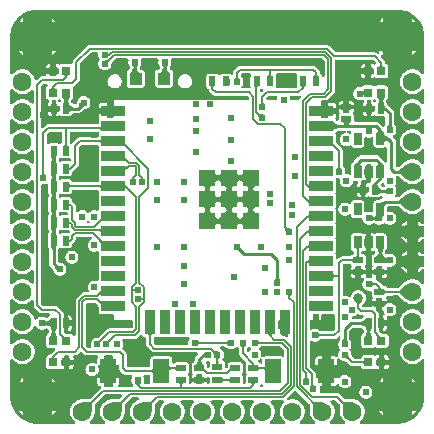
<source format=gbl>
G04 Layer: BottomLayer*
G04 Panelize: , Column: 3, Row: 3, Board Size: 35.56mm x 35.56mm, Panelized Board Size: 110.68mm x 110.68mm*
G04 EasyEDA v6.5.39, 2024-01-10 02:32:58*
G04 c879e6b8726d4e35908b0b4345eef0b3,3d9c8b04885e45b7839bd8e85c0fd600,10*
G04 Gerber Generator version 0.2*
G04 Scale: 100 percent, Rotated: No, Reflected: No *
G04 Dimensions in millimeters *
G04 leading zeros omitted , absolute positions ,4 integer and 5 decimal *
%FSLAX45Y45*%
%MOMM*%

%AMMACRO1*21,1,$1,$2,0,0,$3*%
%ADD10C,0.1270*%
%ADD11C,0.2540*%
%ADD12MACRO1,1X1X0.0000*%
%ADD13MACRO1,0.5X0.8X-90.0000*%
%ADD14MACRO1,0.5X0.8X0.0000*%
%ADD15MACRO1,0.5X0.8X90.0000*%
%ADD16C,0.8000*%
%ADD17MACRO1,1X0.6X-90.0000*%
%ADD18MACRO1,1X0.6X90.0000*%
%ADD19MACRO1,0.55X0.8001X0.0000*%
%ADD20MACRO1,0.55X0.8001X90.0000*%
%ADD21MACRO1,0.7X0.7X-90.0000*%
%ADD22MACRO1,0.7X0.7X90.0000*%
%ADD23MACRO1,2X0.9X0.0000*%
%ADD24MACRO1,2X0.9X-90.0000*%
%ADD25MACRO1,1.33X1.33X90.0000*%
%ADD26MACRO1,1.33X1.33X89.9989*%
%ADD27MACRO1,1.35X2X0.0000*%
%ADD28C,1.6000*%
%ADD29C,3.5000*%
%ADD30C,0.6100*%
%ADD31C,0.6150*%
%ADD32C,0.0178*%

%LPD*%
G36*
X508050Y1086104D02*
G01*
X504342Y1086815D01*
X501142Y1088796D01*
X498856Y1091844D01*
X497890Y1095502D01*
X499059Y1105560D01*
X499059Y1184452D01*
X498348Y1190701D01*
X494385Y1201064D01*
X494741Y1205382D01*
X496824Y1209141D01*
X500278Y1211681D01*
X504443Y1212596D01*
X665429Y1212596D01*
X669645Y1211681D01*
X673100Y1209141D01*
X675132Y1205382D01*
X675487Y1201064D01*
X673455Y1196086D01*
X671576Y1190701D01*
X670864Y1184452D01*
X670864Y1105560D01*
X671982Y1095502D01*
X671017Y1091844D01*
X668782Y1088796D01*
X665581Y1086815D01*
X661873Y1086104D01*
G37*

%LPD*%
G36*
X271221Y1085697D02*
G01*
X266293Y1086104D01*
X212140Y1086104D01*
X208229Y1086866D01*
X204978Y1089101D01*
X202742Y1092352D01*
X201980Y1096264D01*
X202742Y1100175D01*
X204978Y1103426D01*
X208279Y1106779D01*
X213918Y1114806D01*
X218084Y1123746D01*
X220624Y1133195D01*
X221488Y1143000D01*
X220624Y1152804D01*
X218084Y1162253D01*
X213918Y1171194D01*
X207822Y1179830D01*
X199237Y1190904D01*
X197662Y1193850D01*
X197104Y1197152D01*
X197104Y1201724D01*
X197866Y1205636D01*
X200761Y1209598D01*
X204063Y1211834D01*
X207975Y1212596D01*
X275437Y1212596D01*
X279603Y1211681D01*
X283057Y1209141D01*
X285140Y1205382D01*
X285496Y1201064D01*
X281533Y1190701D01*
X280873Y1184452D01*
X280873Y1105560D01*
X282143Y1095248D01*
X281127Y1091336D01*
X278688Y1088186D01*
X275183Y1086205D01*
G37*

%LPD*%
G36*
X372364Y1056843D02*
G01*
X368452Y1057605D01*
X365201Y1059789D01*
X362966Y1063091D01*
X362204Y1067003D01*
X362204Y1071067D01*
X363067Y1075131D01*
X365455Y1078534D01*
X369011Y1080668D01*
X372618Y1081938D01*
X374446Y1083106D01*
X378409Y1084580D01*
X382625Y1084275D01*
X386334Y1082344D01*
X388975Y1079042D01*
X390042Y1074978D01*
X389331Y1070864D01*
X387045Y1067308D01*
X379526Y1059789D01*
X376275Y1057605D01*
G37*

%LPD*%
G36*
X425399Y990600D02*
G01*
X421487Y991362D01*
X418185Y993597D01*
X416001Y996848D01*
X415239Y1000760D01*
X416001Y1004671D01*
X418185Y1007922D01*
X429361Y1019098D01*
X432663Y1021334D01*
X436575Y1022096D01*
X497585Y1022096D01*
X501243Y1021435D01*
X504393Y1019505D01*
X506628Y1016558D01*
X507695Y1013002D01*
X507390Y1009294D01*
X503834Y996289D01*
X501599Y993292D01*
X498398Y991311D01*
X494741Y990600D01*
G37*

%LPD*%
G36*
X625906Y990600D02*
G01*
X621588Y991565D01*
X618083Y994257D01*
X616102Y998219D01*
X613206Y1009396D01*
X612952Y1013053D01*
X614019Y1016609D01*
X616305Y1019505D01*
X619404Y1021435D01*
X623062Y1022096D01*
X685292Y1022096D01*
X692454Y1022858D01*
X698347Y1024788D01*
X702818Y1025194D01*
X706983Y1023619D01*
X710133Y1020419D01*
X711555Y1016152D01*
X711047Y1011732D01*
X708660Y1007922D01*
X701649Y1000912D01*
X695299Y993190D01*
X692150Y991260D01*
X688492Y990600D01*
G37*

%LPD*%
G36*
X1328978Y972413D02*
G01*
X1325372Y973785D01*
X1323594Y974953D01*
X1320647Y977747D01*
X1319022Y981506D01*
X1319022Y985570D01*
X1320647Y989330D01*
X1323594Y992124D01*
X1325626Y993394D01*
X1329537Y994867D01*
X1333754Y994613D01*
X1337462Y992632D01*
X1340104Y989330D01*
X1341932Y984148D01*
X1341678Y980541D01*
X1340104Y977239D01*
X1336446Y973988D01*
X1332890Y972464D01*
G37*

%LPD*%
G36*
X-1338021Y972413D02*
G01*
X-1341628Y973785D01*
X-1343406Y974953D01*
X-1346352Y977747D01*
X-1347978Y981506D01*
X-1347978Y985570D01*
X-1346352Y989330D01*
X-1343406Y992124D01*
X-1341374Y993394D01*
X-1337462Y994867D01*
X-1333246Y994613D01*
X-1329537Y992632D01*
X-1326896Y989330D01*
X-1325067Y984148D01*
X-1325321Y980541D01*
X-1326896Y977239D01*
X-1330553Y973988D01*
X-1334109Y972464D01*
G37*

%LPD*%
G36*
X-1741728Y950163D02*
G01*
X-1745742Y950772D01*
X-1749196Y952957D01*
X-1751533Y956310D01*
X-1752346Y960272D01*
X-1752346Y1071727D01*
X-1751533Y1075690D01*
X-1749196Y1079042D01*
X-1745742Y1081227D01*
X-1741728Y1081836D01*
X-1737817Y1080871D01*
X-1734566Y1078382D01*
X-1725675Y1068324D01*
X-1715312Y1059180D01*
X-1703832Y1051509D01*
X-1691436Y1045413D01*
X-1678330Y1040942D01*
X-1664766Y1038250D01*
X-1651000Y1037386D01*
X-1637233Y1038250D01*
X-1623669Y1040942D01*
X-1610563Y1045413D01*
X-1598168Y1051509D01*
X-1586687Y1059180D01*
X-1576324Y1068324D01*
X-1573784Y1071168D01*
X-1570532Y1073607D01*
X-1566621Y1074623D01*
X-1562608Y1073962D01*
X-1559153Y1071778D01*
X-1556816Y1068476D01*
X-1556004Y1064463D01*
X-1556004Y967536D01*
X-1556816Y963523D01*
X-1559153Y960221D01*
X-1562608Y958037D01*
X-1566621Y957376D01*
X-1570532Y958392D01*
X-1573784Y960831D01*
X-1576324Y963676D01*
X-1586687Y972819D01*
X-1598168Y980490D01*
X-1610563Y986586D01*
X-1623669Y991057D01*
X-1637233Y993749D01*
X-1651000Y994613D01*
X-1664766Y993749D01*
X-1678330Y991057D01*
X-1691436Y986586D01*
X-1703832Y980490D01*
X-1715312Y972819D01*
X-1725675Y963676D01*
X-1734566Y953617D01*
X-1737817Y951128D01*
G37*

%LPD*%
G36*
X-1481836Y752043D02*
G01*
X-1485747Y752805D01*
X-1488998Y754989D01*
X-1491234Y758291D01*
X-1491996Y762203D01*
X-1491996Y1100124D01*
X-1491234Y1104036D01*
X-1488998Y1107338D01*
X-1475638Y1120698D01*
X-1472336Y1122934D01*
X-1468424Y1123696D01*
X-1446326Y1123696D01*
X-1442415Y1122934D01*
X-1439113Y1120698D01*
X-1436878Y1117346D01*
X-1436166Y1113434D01*
X-1436979Y1109522D01*
X-1439265Y1106220D01*
X-1444548Y1101090D01*
X-1447546Y1096314D01*
X-1449476Y1090879D01*
X-1450136Y1084630D01*
X-1450136Y1015796D01*
X-1449476Y1009497D01*
X-1447546Y1004112D01*
X-1444498Y999236D01*
X-1440484Y995222D01*
X-1435608Y992174D01*
X-1429512Y989990D01*
X-1426006Y987907D01*
X-1423619Y984605D01*
X-1422704Y980643D01*
X-1423416Y976630D01*
X-1425651Y973226D01*
X-1428546Y970381D01*
X-1431594Y965504D01*
X-1433474Y960119D01*
X-1434185Y953820D01*
X-1434185Y940765D01*
X-1402384Y940765D01*
X-1402384Y979373D01*
X-1401622Y983284D01*
X-1399438Y986586D01*
X-1396136Y988771D01*
X-1392224Y989533D01*
X-1374851Y989533D01*
X-1370939Y988771D01*
X-1367688Y986586D01*
X-1365453Y983284D01*
X-1364691Y979373D01*
X-1364691Y940765D01*
X-1344371Y940765D01*
X-1340459Y940003D01*
X-1337157Y937768D01*
X-1334973Y934466D01*
X-1334211Y930605D01*
X-1334211Y898194D01*
X-1334973Y894334D01*
X-1337157Y891032D01*
X-1340459Y888847D01*
X-1344371Y888034D01*
X-1364691Y888034D01*
X-1364691Y848766D01*
X-1359103Y848766D01*
X-1352854Y849477D01*
X-1347419Y851357D01*
X-1342593Y854405D01*
X-1340713Y856284D01*
X-1337411Y858469D01*
X-1333550Y859231D01*
X-1329639Y858469D01*
X-1326337Y856284D01*
X-1324508Y854405D01*
X-1319631Y851357D01*
X-1314246Y849477D01*
X-1307947Y848766D01*
X-1259128Y848766D01*
X-1252829Y849477D01*
X-1247444Y851357D01*
X-1242568Y854405D01*
X-1238554Y858469D01*
X-1234998Y864057D01*
X-1233220Y866190D01*
X-1230934Y867765D01*
X-1216507Y874979D01*
X-1211986Y876046D01*
X-1181608Y876046D01*
X-1173632Y876808D01*
X-1166418Y878992D01*
X-1159814Y882548D01*
X-1153617Y887628D01*
X-1138580Y902716D01*
X-1134719Y905103D01*
X-1123188Y909116D01*
X-1111046Y912215D01*
X-1102106Y916381D01*
X-1094079Y922019D01*
X-1087120Y928979D01*
X-1081481Y937006D01*
X-1077315Y945946D01*
X-1074775Y955395D01*
X-1073912Y965200D01*
X-1074775Y975004D01*
X-1077315Y984453D01*
X-1081481Y993394D01*
X-1087120Y1001420D01*
X-1094079Y1008380D01*
X-1102106Y1014018D01*
X-1111046Y1018184D01*
X-1120495Y1020724D01*
X-1130300Y1021587D01*
X-1140104Y1020724D01*
X-1149553Y1018184D01*
X-1158494Y1014018D01*
X-1166520Y1008380D01*
X-1173480Y1001420D01*
X-1179118Y993394D01*
X-1183284Y984453D01*
X-1186383Y972312D01*
X-1190396Y960780D01*
X-1192784Y956919D01*
X-1194003Y955751D01*
X-1197305Y953516D01*
X-1201216Y952753D01*
X-1211986Y952753D01*
X-1216507Y953820D01*
X-1229664Y960424D01*
X-1233170Y963269D01*
X-1235049Y967384D01*
X-1236675Y974801D01*
X-1236827Y978204D01*
X-1235811Y981506D01*
X-1230122Y992886D01*
X-1228242Y995527D01*
X-1224483Y999236D01*
X-1221435Y1004112D01*
X-1219555Y1009497D01*
X-1218844Y1015796D01*
X-1218844Y1084630D01*
X-1220216Y1094587D01*
X-1219555Y1098042D01*
X-1217828Y1101039D01*
X-1215136Y1103274D01*
X-1213002Y1104544D01*
X-1208989Y1107948D01*
X-1171549Y1145387D01*
X-1167028Y1150975D01*
X-1163980Y1156970D01*
X-1162202Y1163523D01*
X-1161796Y1168806D01*
X-1161796Y1290624D01*
X-1161034Y1294536D01*
X-1158798Y1297838D01*
X-1069238Y1387398D01*
X-1065936Y1389634D01*
X-1062024Y1390396D01*
X-1018286Y1390396D01*
X-1014221Y1389532D01*
X-1010818Y1387094D01*
X-1008684Y1383487D01*
X-1008176Y1379372D01*
X-1008887Y1371600D01*
X-1008024Y1361795D01*
X-1005484Y1352346D01*
X-1001318Y1343406D01*
X-998474Y1339342D01*
X-996797Y1335532D01*
X-996797Y1331468D01*
X-998474Y1327658D01*
X-1001318Y1323594D01*
X-1005484Y1314653D01*
X-1008024Y1305204D01*
X-1008887Y1295400D01*
X-1008024Y1285595D01*
X-1005484Y1276146D01*
X-1001318Y1267206D01*
X-995680Y1259179D01*
X-988720Y1252220D01*
X-980694Y1246581D01*
X-971753Y1242415D01*
X-962304Y1239875D01*
X-952500Y1239012D01*
X-942695Y1239875D01*
X-933246Y1242415D01*
X-924306Y1246581D01*
X-916279Y1252220D01*
X-909319Y1259179D01*
X-903681Y1267206D01*
X-899515Y1276146D01*
X-896924Y1285798D01*
X-894486Y1305153D01*
X-893521Y1308354D01*
X-891590Y1311046D01*
X-866038Y1336598D01*
X-862736Y1338834D01*
X-858824Y1339596D01*
X-761441Y1339596D01*
X-757783Y1338935D01*
X-754634Y1337005D01*
X-752398Y1334058D01*
X-751332Y1330502D01*
X-751636Y1326794D01*
X-754024Y1317904D01*
X-754888Y1308100D01*
X-754024Y1298295D01*
X-751484Y1288846D01*
X-747318Y1279906D01*
X-743559Y1274368D01*
X-739546Y1265986D01*
X-738632Y1263040D01*
X-738682Y1259941D01*
X-739597Y1257046D01*
X-744474Y1247343D01*
X-746810Y1244244D01*
X-750214Y1242314D01*
X-752602Y1241450D01*
X-757478Y1238402D01*
X-761492Y1234338D01*
X-764540Y1229512D01*
X-766470Y1224076D01*
X-767130Y1217828D01*
X-767130Y1118971D01*
X-766470Y1112723D01*
X-764540Y1107287D01*
X-761492Y1102461D01*
X-757478Y1098397D01*
X-752602Y1095349D01*
X-747217Y1093470D01*
X-740918Y1092758D01*
X-642061Y1092758D01*
X-635812Y1093470D01*
X-630377Y1095349D01*
X-625551Y1098397D01*
X-621487Y1102461D01*
X-618439Y1107287D01*
X-616559Y1112723D01*
X-615848Y1118971D01*
X-615848Y1217828D01*
X-616559Y1224076D01*
X-618439Y1229512D01*
X-621487Y1234338D01*
X-625551Y1238402D01*
X-630377Y1241450D01*
X-635812Y1243330D01*
X-642061Y1244041D01*
X-644601Y1244041D01*
X-648258Y1244752D01*
X-651459Y1246682D01*
X-653694Y1249680D01*
X-657402Y1257046D01*
X-658317Y1259941D01*
X-658368Y1263040D01*
X-657453Y1265986D01*
X-652576Y1275791D01*
X-649681Y1279906D01*
X-645515Y1288846D01*
X-642975Y1298295D01*
X-642112Y1308100D01*
X-642975Y1317904D01*
X-645363Y1326794D01*
X-645668Y1330502D01*
X-644601Y1334058D01*
X-642366Y1337005D01*
X-639216Y1338935D01*
X-635558Y1339596D01*
X-507441Y1339596D01*
X-503783Y1338935D01*
X-500634Y1337005D01*
X-498398Y1334058D01*
X-497332Y1330502D01*
X-497636Y1326794D01*
X-500024Y1317904D01*
X-500888Y1308100D01*
X-500024Y1298295D01*
X-497484Y1288846D01*
X-493318Y1279906D01*
X-489559Y1274368D01*
X-485546Y1265986D01*
X-484632Y1263040D01*
X-484682Y1259941D01*
X-485597Y1257046D01*
X-489305Y1249680D01*
X-491540Y1246682D01*
X-494741Y1244752D01*
X-498398Y1244041D01*
X-500938Y1244041D01*
X-507187Y1243330D01*
X-512622Y1241450D01*
X-517448Y1238402D01*
X-521512Y1234338D01*
X-524560Y1229512D01*
X-526440Y1224076D01*
X-527151Y1217828D01*
X-527151Y1118971D01*
X-526440Y1112723D01*
X-524560Y1107287D01*
X-521512Y1102461D01*
X-517448Y1098397D01*
X-512622Y1095349D01*
X-507187Y1093470D01*
X-500938Y1092758D01*
X-402082Y1092758D01*
X-395782Y1093470D01*
X-390398Y1095349D01*
X-385521Y1098397D01*
X-381508Y1102461D01*
X-378460Y1107287D01*
X-376529Y1112723D01*
X-375869Y1118971D01*
X-375869Y1217828D01*
X-376529Y1224076D01*
X-378460Y1229512D01*
X-381508Y1234338D01*
X-385521Y1238402D01*
X-390398Y1241450D01*
X-392836Y1242314D01*
X-396189Y1244244D01*
X-398526Y1247343D01*
X-403402Y1257046D01*
X-404317Y1259941D01*
X-404368Y1263040D01*
X-403453Y1265986D01*
X-398576Y1275791D01*
X-395681Y1279906D01*
X-391515Y1288846D01*
X-388975Y1298295D01*
X-388112Y1308100D01*
X-388975Y1317904D01*
X-391363Y1326794D01*
X-391668Y1330502D01*
X-390601Y1334058D01*
X-388366Y1337005D01*
X-385216Y1338935D01*
X-381558Y1339596D01*
X884224Y1339596D01*
X888136Y1338834D01*
X891438Y1336598D01*
X904798Y1323238D01*
X907034Y1319936D01*
X907796Y1316024D01*
X907796Y1194866D01*
X906983Y1190904D01*
X904697Y1187551D01*
X901293Y1185367D01*
X897331Y1184706D01*
X893368Y1185621D01*
X890117Y1188008D01*
X888034Y1191514D01*
X886460Y1196086D01*
X883412Y1200962D01*
X879348Y1205026D01*
X871016Y1210259D01*
X868730Y1213561D01*
X867918Y1217574D01*
X867918Y1220978D01*
X867156Y1228140D01*
X865124Y1234490D01*
X861669Y1240383D01*
X858266Y1244396D01*
X835812Y1266850D01*
X830224Y1271371D01*
X824230Y1274419D01*
X817676Y1276197D01*
X812393Y1276604D01*
X191008Y1276604D01*
X183845Y1275842D01*
X177495Y1273810D01*
X171602Y1270355D01*
X167589Y1266952D01*
X142849Y1242212D01*
X138328Y1236624D01*
X135280Y1230630D01*
X133502Y1224076D01*
X133096Y1218793D01*
X133096Y1210767D01*
X132334Y1206906D01*
X130098Y1203604D01*
X126847Y1201369D01*
X122935Y1200607D01*
X119024Y1201369D01*
X115773Y1203604D01*
X114350Y1205026D01*
X109474Y1208074D01*
X104089Y1209954D01*
X97790Y1210665D01*
X43942Y1210665D01*
X37693Y1209954D01*
X32258Y1208074D01*
X27432Y1205026D01*
X22555Y1200150D01*
X19253Y1197965D01*
X14478Y1197152D01*
X10617Y1197965D01*
X7315Y1200150D01*
X2438Y1205026D01*
X-2387Y1208074D01*
X-7823Y1209954D01*
X-14071Y1210665D01*
X-67919Y1210665D01*
X-74168Y1209954D01*
X-79603Y1208074D01*
X-84429Y1205026D01*
X-88493Y1200962D01*
X-91541Y1196086D01*
X-93472Y1190701D01*
X-94132Y1184452D01*
X-94132Y1105560D01*
X-93472Y1099312D01*
X-91541Y1093876D01*
X-88493Y1089050D01*
X-84429Y1084986D01*
X-79603Y1081938D01*
X-75488Y1080008D01*
X-73355Y1077772D01*
X-71932Y1075029D01*
X-70104Y1069289D01*
X-66649Y1063396D01*
X-63246Y1059383D01*
X-35712Y1031849D01*
X-30124Y1027328D01*
X-24130Y1024280D01*
X-17576Y1022502D01*
X-12293Y1022096D01*
X249224Y1022096D01*
X253136Y1021334D01*
X256438Y1019098D01*
X267614Y1007922D01*
X269798Y1004671D01*
X270560Y1000760D01*
X269798Y996848D01*
X267614Y993597D01*
X264312Y991362D01*
X260400Y990600D01*
X-875284Y990600D01*
X-876300Y989584D01*
X-876300Y848309D01*
X-877062Y844448D01*
X-879297Y841146D01*
X-882548Y838911D01*
X-886460Y838149D01*
X-926185Y838149D01*
X-930097Y838911D01*
X-933399Y841146D01*
X-935583Y844448D01*
X-936345Y848309D01*
X-936345Y865632D01*
X-1005636Y865632D01*
X-1005636Y850087D01*
X-1004976Y843787D01*
X-1003046Y838403D01*
X-1001826Y836421D01*
X-1000404Y832916D01*
X-1000404Y829106D01*
X-1001826Y825601D01*
X-1003046Y823620D01*
X-1004976Y818184D01*
X-1005636Y811936D01*
X-1005636Y791464D01*
X-1006449Y787552D01*
X-1008634Y784301D01*
X-1011936Y782066D01*
X-1015796Y781304D01*
X-1434592Y781304D01*
X-1441754Y780542D01*
X-1448104Y778510D01*
X-1453997Y775055D01*
X-1458010Y771652D01*
X-1474673Y754989D01*
X-1477924Y752805D01*
G37*

%LPC*%
G36*
X-1407972Y848766D02*
G01*
X-1402384Y848766D01*
X-1402384Y888034D01*
X-1434185Y888034D01*
X-1434185Y874979D01*
X-1433474Y868730D01*
X-1431594Y863295D01*
X-1428546Y858469D01*
X-1424482Y854405D01*
X-1419656Y851357D01*
X-1414221Y849477D01*
G37*
G36*
X-1005636Y923340D02*
G01*
X-936345Y923340D01*
X-936345Y965149D01*
X-979424Y965149D01*
X-985723Y964437D01*
X-991108Y962558D01*
X-995984Y959510D01*
X-999998Y955446D01*
X-1003046Y950620D01*
X-1004976Y945184D01*
X-1005636Y938936D01*
G37*
G36*
X-874521Y1086612D02*
G01*
X-864514Y1086612D01*
X-854659Y1088288D01*
X-845159Y1091539D01*
X-836371Y1096264D01*
X-828446Y1102461D01*
X-821690Y1109827D01*
X-816203Y1118209D01*
X-812190Y1127353D01*
X-809701Y1137056D01*
X-808888Y1147013D01*
X-809701Y1157020D01*
X-812190Y1166723D01*
X-816203Y1175867D01*
X-821690Y1184249D01*
X-828446Y1191615D01*
X-836371Y1197813D01*
X-845159Y1202537D01*
X-854659Y1205788D01*
X-864514Y1207465D01*
X-874521Y1207465D01*
X-884377Y1205788D01*
X-893876Y1202537D01*
X-902665Y1197813D01*
X-910590Y1191615D01*
X-917346Y1184249D01*
X-922832Y1175867D01*
X-926846Y1166723D01*
X-929335Y1157020D01*
X-930148Y1147013D01*
X-929335Y1137056D01*
X-926846Y1127353D01*
X-922832Y1118209D01*
X-917346Y1109827D01*
X-910590Y1102461D01*
X-902665Y1096264D01*
X-893876Y1091539D01*
X-884377Y1088288D01*
G37*
G36*
X-278536Y1086612D02*
G01*
X-268478Y1086612D01*
X-258622Y1088288D01*
X-249174Y1091539D01*
X-240334Y1096264D01*
X-232460Y1102461D01*
X-225653Y1109827D01*
X-220217Y1118209D01*
X-216154Y1127353D01*
X-213715Y1137056D01*
X-212902Y1147013D01*
X-213715Y1157020D01*
X-216154Y1166723D01*
X-220217Y1175867D01*
X-225653Y1184249D01*
X-232460Y1191615D01*
X-240334Y1197813D01*
X-249174Y1202537D01*
X-258622Y1205788D01*
X-268478Y1207465D01*
X-278536Y1207465D01*
X-288391Y1205788D01*
X-297840Y1202537D01*
X-306679Y1197813D01*
X-314553Y1191615D01*
X-321360Y1184249D01*
X-326796Y1175867D01*
X-330860Y1166723D01*
X-333298Y1157020D01*
X-334111Y1147013D01*
X-333298Y1137056D01*
X-330860Y1127353D01*
X-326796Y1118209D01*
X-321360Y1109827D01*
X-314553Y1102461D01*
X-306679Y1096264D01*
X-297840Y1091539D01*
X-288391Y1088288D01*
G37*

%LPD*%
G36*
X1121664Y702919D02*
G01*
X1117955Y703834D01*
X1111707Y706780D01*
X1103376Y709015D01*
X1099667Y710895D01*
X1096975Y714095D01*
X1095857Y718058D01*
X1096416Y722223D01*
X1098550Y725728D01*
X1101953Y728167D01*
X1106017Y728980D01*
X1122934Y728929D01*
X1127099Y728014D01*
X1130503Y725474D01*
X1132586Y721817D01*
X1132992Y717600D01*
X1132382Y711911D01*
X1131214Y708253D01*
X1128826Y705307D01*
X1125474Y703427D01*
G37*

%LPD*%
G36*
X-1741728Y696163D02*
G01*
X-1745742Y696772D01*
X-1749196Y698957D01*
X-1751533Y702310D01*
X-1752346Y706272D01*
X-1752346Y817727D01*
X-1751533Y821690D01*
X-1749196Y825042D01*
X-1745742Y827227D01*
X-1741728Y827836D01*
X-1737817Y826871D01*
X-1734566Y824382D01*
X-1725675Y814324D01*
X-1715312Y805180D01*
X-1703832Y797509D01*
X-1691436Y791413D01*
X-1678330Y786942D01*
X-1664766Y784250D01*
X-1651000Y783386D01*
X-1637233Y784250D01*
X-1623669Y786942D01*
X-1610563Y791413D01*
X-1598168Y797509D01*
X-1586687Y805180D01*
X-1576324Y814324D01*
X-1573784Y817168D01*
X-1570532Y819607D01*
X-1566621Y820623D01*
X-1562608Y819962D01*
X-1559153Y817778D01*
X-1556816Y814476D01*
X-1556004Y810463D01*
X-1556004Y713536D01*
X-1556816Y709523D01*
X-1559153Y706221D01*
X-1562608Y704037D01*
X-1566621Y703376D01*
X-1570532Y704392D01*
X-1573784Y706831D01*
X-1576324Y709676D01*
X-1586687Y718820D01*
X-1598168Y726490D01*
X-1610563Y732586D01*
X-1623669Y737057D01*
X-1637233Y739749D01*
X-1651000Y740613D01*
X-1664766Y739749D01*
X-1678330Y737057D01*
X-1691436Y732586D01*
X-1703832Y726490D01*
X-1715312Y718820D01*
X-1725675Y709676D01*
X-1734566Y699617D01*
X-1737817Y697128D01*
G37*

%LPD*%
G36*
X-1235151Y616661D02*
G01*
X-1238504Y616864D01*
X-1241653Y618185D01*
X-1246682Y621334D01*
X-1249222Y623620D01*
X-1250899Y626567D01*
X-1251458Y629920D01*
X-1251458Y707136D01*
X-1250696Y711047D01*
X-1248460Y714298D01*
X-1245209Y716534D01*
X-1241298Y717296D01*
X-1012342Y717296D01*
X-1008938Y716737D01*
X-1005992Y715060D01*
X-1003706Y712520D01*
X-1001776Y709371D01*
X-1000404Y705866D01*
X-1000404Y702106D01*
X-1001776Y698601D01*
X-1003046Y696620D01*
X-1004976Y691184D01*
X-1005636Y684936D01*
X-1005636Y682498D01*
X-1006449Y678586D01*
X-1008634Y675335D01*
X-1011936Y673100D01*
X-1015796Y672338D01*
X-1162558Y672338D01*
X-1169720Y671576D01*
X-1176070Y669544D01*
X-1181963Y666089D01*
X-1185976Y662686D01*
X-1229055Y619607D01*
X-1231849Y617626D01*
G37*

%LPD*%
G36*
X-1333601Y613918D02*
G01*
X-1337462Y614730D01*
X-1340764Y616915D01*
X-1342644Y618794D01*
X-1347470Y621842D01*
X-1352905Y623722D01*
X-1359154Y624433D01*
X-1408023Y624433D01*
X-1414272Y623722D01*
X-1419656Y621842D01*
X-1425600Y618083D01*
X-1429613Y616610D01*
X-1433931Y616915D01*
X-1437690Y618998D01*
X-1440281Y622452D01*
X-1441196Y626668D01*
X-1441196Y693724D01*
X-1440434Y697636D01*
X-1438198Y700938D01*
X-1424838Y714298D01*
X-1421536Y716534D01*
X-1417624Y717296D01*
X-1325626Y717296D01*
X-1321714Y716534D01*
X-1318463Y714298D01*
X-1316228Y711047D01*
X-1315466Y707136D01*
X-1315466Y630072D01*
X-1316024Y626719D01*
X-1317701Y623773D01*
X-1320241Y621487D01*
X-1324559Y618794D01*
X-1326388Y616915D01*
X-1329690Y614730D01*
G37*

%LPD*%
G36*
X-1331823Y464820D02*
G01*
X-1335278Y466090D01*
X-1338072Y468528D01*
X-1339799Y471779D01*
X-1342288Y479450D01*
X-1342796Y482549D01*
X-1342288Y485648D01*
X-1339799Y493369D01*
X-1338072Y496620D01*
X-1335278Y499008D01*
X-1331823Y500278D01*
X-1328166Y500227D01*
X-1324711Y498856D01*
X-1319682Y495706D01*
X-1314297Y493826D01*
X-1307998Y493115D01*
X-1259179Y493115D01*
X-1252880Y493826D01*
X-1248206Y494690D01*
X-1244447Y493776D01*
X-1241298Y491540D01*
X-1239215Y488340D01*
X-1238504Y484530D01*
X-1238504Y480618D01*
X-1239215Y476808D01*
X-1241298Y473557D01*
X-1244447Y471322D01*
X-1248206Y470458D01*
X-1252880Y471322D01*
X-1259179Y472033D01*
X-1307998Y472033D01*
X-1314297Y471322D01*
X-1319682Y469442D01*
X-1324711Y466242D01*
X-1328166Y464870D01*
G37*

%LPD*%
G36*
X-1741728Y442163D02*
G01*
X-1745742Y442772D01*
X-1749196Y444957D01*
X-1751533Y448309D01*
X-1752346Y452272D01*
X-1752346Y563727D01*
X-1751533Y567690D01*
X-1749196Y571042D01*
X-1745742Y573227D01*
X-1741728Y573836D01*
X-1737817Y572871D01*
X-1734566Y570382D01*
X-1725675Y560324D01*
X-1715312Y551180D01*
X-1703832Y543509D01*
X-1691436Y537413D01*
X-1678330Y532942D01*
X-1664766Y530250D01*
X-1651000Y529386D01*
X-1637233Y530250D01*
X-1623669Y532942D01*
X-1610563Y537413D01*
X-1598168Y543509D01*
X-1586687Y551180D01*
X-1576324Y560324D01*
X-1573784Y563168D01*
X-1570532Y565607D01*
X-1566621Y566623D01*
X-1562608Y565962D01*
X-1559153Y563778D01*
X-1556816Y560476D01*
X-1556004Y556463D01*
X-1556004Y459536D01*
X-1556816Y455523D01*
X-1559153Y452221D01*
X-1562608Y450037D01*
X-1566621Y449376D01*
X-1570532Y450392D01*
X-1573784Y452831D01*
X-1576324Y455676D01*
X-1586687Y464820D01*
X-1598168Y472490D01*
X-1610563Y478586D01*
X-1623669Y483057D01*
X-1637233Y485749D01*
X-1651000Y486613D01*
X-1664766Y485749D01*
X-1678330Y483057D01*
X-1691436Y478586D01*
X-1703832Y472490D01*
X-1715312Y464820D01*
X-1725675Y455676D01*
X-1734566Y445617D01*
X-1737817Y443128D01*
G37*

%LPD*%
G36*
X1521714Y419354D02*
G01*
X1517802Y420116D01*
X1514551Y422351D01*
X1512316Y425602D01*
X1511554Y429514D01*
X1511554Y634492D01*
X1510792Y642467D01*
X1508607Y649681D01*
X1505051Y656285D01*
X1499971Y662482D01*
X1488998Y673455D01*
X1486611Y677164D01*
X1486052Y681532D01*
X1487373Y685698D01*
X1490370Y688949D01*
X1496720Y693420D01*
X1503680Y700379D01*
X1509318Y708406D01*
X1513484Y717346D01*
X1516024Y726795D01*
X1516888Y736600D01*
X1516024Y746404D01*
X1513484Y755853D01*
X1509318Y764794D01*
X1505559Y770331D01*
X1499870Y782218D01*
X1498854Y786638D01*
X1498854Y875792D01*
X1498092Y883767D01*
X1495907Y890981D01*
X1492351Y897585D01*
X1487271Y903782D01*
X1449882Y941171D01*
X1443685Y946251D01*
X1439926Y948232D01*
X1436522Y951179D01*
X1434338Y954786D01*
X1433423Y960374D01*
X1430324Y974801D01*
X1430172Y978204D01*
X1431188Y981506D01*
X1436878Y992886D01*
X1438757Y995527D01*
X1442516Y999236D01*
X1445564Y1004112D01*
X1447444Y1009497D01*
X1448155Y1015796D01*
X1448155Y1084630D01*
X1447444Y1090879D01*
X1445564Y1096314D01*
X1442516Y1101140D01*
X1438452Y1105204D01*
X1433626Y1108252D01*
X1428191Y1110183D01*
X1421942Y1110843D01*
X1353058Y1110843D01*
X1346809Y1110183D01*
X1341374Y1108252D01*
X1337919Y1106068D01*
X1334363Y1104696D01*
X1330604Y1104696D01*
X1327099Y1106068D01*
X1323594Y1108252D01*
X1318209Y1110183D01*
X1311910Y1110843D01*
X1243076Y1110843D01*
X1236776Y1110183D01*
X1231392Y1108252D01*
X1226566Y1105255D01*
X1221587Y1100175D01*
X1217828Y1097737D01*
X1213459Y1097178D01*
X1206500Y1097788D01*
X1196695Y1096924D01*
X1187246Y1094384D01*
X1178306Y1090218D01*
X1170279Y1084580D01*
X1163320Y1077620D01*
X1157681Y1069594D01*
X1153515Y1060653D01*
X1150975Y1051204D01*
X1150112Y1041400D01*
X1150975Y1031595D01*
X1153515Y1022146D01*
X1157681Y1013206D01*
X1163320Y1005179D01*
X1170279Y998219D01*
X1178306Y992581D01*
X1187246Y988415D01*
X1196695Y985875D01*
X1206500Y985012D01*
X1216304Y985875D01*
X1225753Y988415D01*
X1229004Y989939D01*
X1232763Y990853D01*
X1237488Y989990D01*
X1240993Y987907D01*
X1243380Y984605D01*
X1244295Y980643D01*
X1243584Y976630D01*
X1241348Y973226D01*
X1238453Y970381D01*
X1235405Y965504D01*
X1233525Y960119D01*
X1232814Y953820D01*
X1232814Y940765D01*
X1264615Y940765D01*
X1264615Y979373D01*
X1265377Y983284D01*
X1267561Y986586D01*
X1270863Y988771D01*
X1274775Y989533D01*
X1292148Y989533D01*
X1296060Y988771D01*
X1299311Y986586D01*
X1301546Y983284D01*
X1302308Y979373D01*
X1302308Y940765D01*
X1322628Y940765D01*
X1326540Y940003D01*
X1329842Y937768D01*
X1332026Y934466D01*
X1332788Y930605D01*
X1332788Y898194D01*
X1332026Y894334D01*
X1329842Y891032D01*
X1326540Y888847D01*
X1322628Y888034D01*
X1302308Y888034D01*
X1302308Y848766D01*
X1307896Y848766D01*
X1314145Y849477D01*
X1319580Y851357D01*
X1324406Y854405D01*
X1326286Y856284D01*
X1329588Y858469D01*
X1333449Y859231D01*
X1337360Y858469D01*
X1340662Y856284D01*
X1342491Y854405D01*
X1347368Y851357D01*
X1352753Y849477D01*
X1359052Y848766D01*
X1407871Y848766D01*
X1410868Y849071D01*
X1415084Y848664D01*
X1418742Y846582D01*
X1421282Y843127D01*
X1422146Y839012D01*
X1422146Y786638D01*
X1421130Y782218D01*
X1415440Y770331D01*
X1412849Y766470D01*
X1409598Y763473D01*
X1405432Y762152D01*
X1401064Y762711D01*
X1397355Y765098D01*
X1368348Y794105D01*
X1362151Y799185D01*
X1355547Y802741D01*
X1348333Y804926D01*
X1340358Y805688D01*
X1167993Y805688D01*
X1164082Y806450D01*
X1160780Y808685D01*
X1158595Y811936D01*
X1157833Y815848D01*
X1157833Y850747D01*
X1157122Y856996D01*
X1155242Y862431D01*
X1152194Y867257D01*
X1150315Y869137D01*
X1148130Y872439D01*
X1147318Y876300D01*
X1148130Y880211D01*
X1150315Y883513D01*
X1152194Y885342D01*
X1155242Y890219D01*
X1157122Y895603D01*
X1157833Y901852D01*
X1157833Y907440D01*
X1118514Y907440D01*
X1118514Y887120D01*
X1117752Y883208D01*
X1115568Y879957D01*
X1112266Y877722D01*
X1108354Y876960D01*
X1075994Y876960D01*
X1072083Y877722D01*
X1068781Y879957D01*
X1066596Y883208D01*
X1065834Y887120D01*
X1065834Y907440D01*
X1026515Y907440D01*
X1026515Y901852D01*
X1027226Y895603D01*
X1029106Y890219D01*
X1032154Y885342D01*
X1034034Y883513D01*
X1036218Y880211D01*
X1036980Y876300D01*
X1036218Y872439D01*
X1034034Y869137D01*
X1032154Y867257D01*
X1029106Y862431D01*
X1027226Y856996D01*
X1026515Y850747D01*
X1026515Y820928D01*
X1025702Y816914D01*
X1023315Y813562D01*
X1019860Y811428D01*
X1015796Y810818D01*
X1011834Y811834D01*
X1009853Y812850D01*
X1006754Y815238D01*
X1004773Y818591D01*
X1003046Y823620D01*
X1001776Y825601D01*
X1000404Y829106D01*
X1000404Y832866D01*
X1001776Y836421D01*
X1003046Y838403D01*
X1004925Y843787D01*
X1005636Y850036D01*
X1005636Y865632D01*
X936345Y865632D01*
X936345Y848309D01*
X935532Y844397D01*
X933348Y841146D01*
X930046Y838911D01*
X926185Y838149D01*
X886460Y838149D01*
X882548Y838911D01*
X879297Y841146D01*
X877062Y844397D01*
X876300Y848309D01*
X876300Y973836D01*
X877062Y977747D01*
X879297Y980998D01*
X882548Y983234D01*
X886460Y983996D01*
X913892Y983996D01*
X921054Y984758D01*
X927404Y986790D01*
X933297Y990244D01*
X937310Y993648D01*
X987450Y1043787D01*
X991971Y1049375D01*
X995019Y1055370D01*
X996797Y1061923D01*
X997203Y1067206D01*
X997203Y1316736D01*
X997966Y1320647D01*
X1000201Y1323898D01*
X1003452Y1326134D01*
X1007364Y1326896D01*
X1316024Y1326896D01*
X1319936Y1326134D01*
X1323238Y1323898D01*
X1341272Y1305864D01*
X1343355Y1302867D01*
X1344218Y1299362D01*
X1343812Y1295755D01*
X1342186Y1292504D01*
X1337919Y1289100D01*
X1334363Y1287678D01*
X1330604Y1287678D01*
X1327099Y1289100D01*
X1323594Y1291285D01*
X1318209Y1293164D01*
X1311910Y1293876D01*
X1301343Y1293876D01*
X1301343Y1257046D01*
X1316685Y1257046D01*
X1320596Y1256284D01*
X1323848Y1254099D01*
X1326083Y1250797D01*
X1326845Y1246886D01*
X1326845Y1219504D01*
X1326083Y1215644D01*
X1323848Y1212342D01*
X1320596Y1210157D01*
X1316685Y1209344D01*
X1301343Y1209344D01*
X1301343Y1172565D01*
X1311910Y1172565D01*
X1318209Y1173276D01*
X1323594Y1175156D01*
X1327099Y1177340D01*
X1330604Y1178712D01*
X1334363Y1178712D01*
X1337919Y1177340D01*
X1341374Y1175156D01*
X1346809Y1173276D01*
X1353058Y1172565D01*
X1421942Y1172565D01*
X1428191Y1173276D01*
X1433626Y1175156D01*
X1438452Y1178204D01*
X1442516Y1182268D01*
X1445564Y1187094D01*
X1447444Y1192530D01*
X1448155Y1198778D01*
X1448155Y1267663D01*
X1447444Y1273911D01*
X1445564Y1279296D01*
X1442516Y1284173D01*
X1438452Y1288237D01*
X1433626Y1291285D01*
X1427124Y1293520D01*
X1423517Y1295704D01*
X1421130Y1299159D01*
X1419656Y1303731D01*
X1418844Y1311452D01*
X1416812Y1317802D01*
X1413357Y1323695D01*
X1409954Y1327708D01*
X1385874Y1351737D01*
X1383588Y1355394D01*
X1382928Y1359662D01*
X1384147Y1363776D01*
X1386992Y1367078D01*
X1390904Y1368856D01*
X1395222Y1368907D01*
X1399133Y1367129D01*
X1401724Y1365199D01*
X1401724Y1401673D01*
X1365199Y1401673D01*
X1368653Y1397050D01*
X1370380Y1393291D01*
X1370482Y1389126D01*
X1368856Y1385265D01*
X1365859Y1382369D01*
X1361948Y1380947D01*
X1357782Y1381201D01*
X1354074Y1383131D01*
X1350924Y1385671D01*
X1344930Y1388719D01*
X1338376Y1390497D01*
X1333093Y1390904D01*
X1008075Y1390904D01*
X1004163Y1391666D01*
X1000861Y1393901D01*
X950112Y1444650D01*
X944524Y1449171D01*
X938530Y1452219D01*
X931976Y1453997D01*
X926693Y1454404D01*
X-1078992Y1454404D01*
X-1086154Y1453642D01*
X-1092504Y1451610D01*
X-1098397Y1448155D01*
X-1102410Y1444752D01*
X-1216050Y1331112D01*
X-1220571Y1325524D01*
X-1223619Y1319530D01*
X-1225397Y1312976D01*
X-1225804Y1307693D01*
X-1225804Y1302918D01*
X-1226718Y1298752D01*
X-1229258Y1295298D01*
X-1232966Y1293215D01*
X-1237234Y1292860D01*
X-1245158Y1293876D01*
X-1313942Y1293876D01*
X-1320190Y1293164D01*
X-1325626Y1291285D01*
X-1329080Y1289100D01*
X-1332636Y1287678D01*
X-1336395Y1287678D01*
X-1339900Y1289100D01*
X-1343406Y1291285D01*
X-1348790Y1293164D01*
X-1355090Y1293876D01*
X-1365656Y1293876D01*
X-1365656Y1257046D01*
X-1350314Y1257046D01*
X-1346403Y1256284D01*
X-1343152Y1254099D01*
X-1340916Y1250797D01*
X-1340154Y1246886D01*
X-1340154Y1219504D01*
X-1340916Y1215644D01*
X-1343152Y1212342D01*
X-1346403Y1210157D01*
X-1350314Y1209344D01*
X-1365656Y1209344D01*
X-1365656Y1197864D01*
X-1366418Y1193952D01*
X-1368653Y1190701D01*
X-1371904Y1188466D01*
X-1375816Y1187704D01*
X-1403197Y1187704D01*
X-1407058Y1188466D01*
X-1410360Y1190701D01*
X-1412595Y1193952D01*
X-1413357Y1197864D01*
X-1413357Y1209344D01*
X-1450136Y1209344D01*
X-1450136Y1197864D01*
X-1450898Y1194003D01*
X-1453083Y1190701D01*
X-1456385Y1188466D01*
X-1460296Y1187704D01*
X-1485392Y1187704D01*
X-1492554Y1186942D01*
X-1498904Y1184910D01*
X-1504797Y1181455D01*
X-1508810Y1178052D01*
X-1530146Y1156716D01*
X-1533804Y1154379D01*
X-1538122Y1153769D01*
X-1542288Y1155039D01*
X-1545539Y1157935D01*
X-1547317Y1161897D01*
X-1548942Y1170330D01*
X-1553413Y1183436D01*
X-1559509Y1195832D01*
X-1567180Y1207312D01*
X-1576324Y1217676D01*
X-1586687Y1226820D01*
X-1598168Y1234490D01*
X-1610563Y1240586D01*
X-1623669Y1245057D01*
X-1637233Y1247749D01*
X-1651000Y1248613D01*
X-1664766Y1247749D01*
X-1678330Y1245057D01*
X-1691436Y1240586D01*
X-1703832Y1234490D01*
X-1715312Y1226820D01*
X-1725675Y1217676D01*
X-1734566Y1207617D01*
X-1737817Y1205128D01*
X-1741728Y1204163D01*
X-1745742Y1204772D01*
X-1749196Y1206957D01*
X-1751533Y1210310D01*
X-1752346Y1214272D01*
X-1752346Y1527251D01*
X-1751431Y1547977D01*
X-1748840Y1567383D01*
X-1744522Y1586484D01*
X-1738630Y1605127D01*
X-1731111Y1623212D01*
X-1722018Y1640535D01*
X-1711502Y1656994D01*
X-1699564Y1672539D01*
X-1686306Y1686915D01*
X-1671828Y1700123D01*
X-1656283Y1712010D01*
X-1639773Y1722475D01*
X-1622399Y1731467D01*
X-1604314Y1738934D01*
X-1585620Y1744776D01*
X-1566519Y1748993D01*
X-1547114Y1751482D01*
X-1527251Y1752346D01*
X1527251Y1752346D01*
X1547977Y1751431D01*
X1567383Y1748840D01*
X1586484Y1744522D01*
X1605127Y1738630D01*
X1623212Y1731111D01*
X1640535Y1722018D01*
X1656994Y1711502D01*
X1672539Y1699564D01*
X1686915Y1686306D01*
X1700123Y1671828D01*
X1712010Y1656283D01*
X1722475Y1639773D01*
X1731467Y1622399D01*
X1738934Y1604314D01*
X1744776Y1585620D01*
X1748993Y1566519D01*
X1751482Y1547114D01*
X1752346Y1527251D01*
X1752346Y1214272D01*
X1751533Y1210310D01*
X1749196Y1206957D01*
X1745742Y1204772D01*
X1741728Y1204163D01*
X1737817Y1205128D01*
X1734566Y1207617D01*
X1725675Y1217676D01*
X1715312Y1226820D01*
X1703832Y1234490D01*
X1691436Y1240586D01*
X1678330Y1245057D01*
X1664766Y1247749D01*
X1651000Y1248613D01*
X1637233Y1247749D01*
X1623669Y1245057D01*
X1610563Y1240586D01*
X1598168Y1234490D01*
X1586687Y1226820D01*
X1576324Y1217676D01*
X1567180Y1207312D01*
X1559509Y1195832D01*
X1553413Y1183436D01*
X1548942Y1170330D01*
X1546250Y1156766D01*
X1545386Y1143000D01*
X1546250Y1129233D01*
X1548942Y1115669D01*
X1553413Y1102563D01*
X1559509Y1090168D01*
X1567180Y1078687D01*
X1576324Y1068324D01*
X1586687Y1059180D01*
X1598168Y1051509D01*
X1610563Y1045413D01*
X1623669Y1040942D01*
X1637233Y1038250D01*
X1651000Y1037386D01*
X1664766Y1038250D01*
X1678330Y1040942D01*
X1691436Y1045413D01*
X1703832Y1051509D01*
X1715312Y1059180D01*
X1725675Y1068324D01*
X1734566Y1078382D01*
X1737817Y1080871D01*
X1741728Y1081836D01*
X1745742Y1081227D01*
X1749196Y1079042D01*
X1751533Y1075690D01*
X1752346Y1071727D01*
X1752346Y960272D01*
X1751533Y956310D01*
X1749196Y952957D01*
X1745742Y950772D01*
X1741728Y950163D01*
X1737817Y951128D01*
X1734566Y953617D01*
X1725675Y963676D01*
X1715312Y972819D01*
X1703832Y980490D01*
X1691436Y986586D01*
X1678330Y991057D01*
X1664766Y993749D01*
X1651000Y994613D01*
X1637233Y993749D01*
X1623669Y991057D01*
X1610563Y986586D01*
X1598168Y980490D01*
X1586687Y972819D01*
X1576324Y963676D01*
X1567180Y953312D01*
X1559509Y941832D01*
X1553413Y929436D01*
X1548942Y916330D01*
X1546250Y902766D01*
X1545386Y889000D01*
X1546250Y875233D01*
X1548942Y861669D01*
X1553413Y848563D01*
X1559509Y836168D01*
X1567180Y824687D01*
X1576324Y814324D01*
X1586687Y805180D01*
X1598168Y797509D01*
X1610563Y791413D01*
X1623669Y786942D01*
X1637233Y784250D01*
X1651000Y783386D01*
X1664766Y784250D01*
X1678330Y786942D01*
X1691436Y791413D01*
X1703832Y797509D01*
X1715312Y805180D01*
X1725675Y814324D01*
X1734566Y824382D01*
X1737817Y826871D01*
X1741728Y827836D01*
X1745742Y827227D01*
X1749196Y825042D01*
X1751533Y821690D01*
X1752346Y817727D01*
X1752346Y706272D01*
X1751533Y702310D01*
X1749196Y698957D01*
X1745742Y696772D01*
X1741728Y696163D01*
X1737817Y697128D01*
X1734566Y699617D01*
X1725675Y709676D01*
X1715312Y718820D01*
X1703832Y726490D01*
X1691436Y732586D01*
X1678330Y737057D01*
X1664766Y739749D01*
X1651000Y740613D01*
X1637233Y739749D01*
X1623669Y737057D01*
X1610563Y732586D01*
X1598168Y726490D01*
X1586687Y718820D01*
X1576324Y709676D01*
X1567180Y699312D01*
X1559509Y687832D01*
X1553413Y675436D01*
X1548942Y662330D01*
X1546250Y648766D01*
X1545386Y635000D01*
X1546250Y621233D01*
X1548942Y607669D01*
X1553413Y594563D01*
X1559509Y582168D01*
X1567180Y570687D01*
X1576324Y560324D01*
X1586687Y551180D01*
X1598168Y543509D01*
X1610563Y537413D01*
X1623669Y532942D01*
X1637233Y530250D01*
X1651000Y529386D01*
X1664766Y530250D01*
X1678330Y532942D01*
X1691436Y537413D01*
X1703832Y543509D01*
X1715312Y551180D01*
X1725675Y560324D01*
X1734566Y570382D01*
X1737817Y572871D01*
X1741728Y573836D01*
X1745742Y573227D01*
X1749196Y571042D01*
X1751533Y567690D01*
X1752346Y563727D01*
X1752346Y452272D01*
X1751533Y448309D01*
X1749196Y444957D01*
X1745742Y442772D01*
X1741728Y442163D01*
X1737817Y443128D01*
X1734566Y445617D01*
X1725675Y455676D01*
X1715312Y464820D01*
X1703832Y472490D01*
X1691436Y478586D01*
X1678330Y483057D01*
X1664766Y485749D01*
X1651000Y486613D01*
X1637233Y485749D01*
X1623669Y483057D01*
X1610563Y478586D01*
X1598168Y472490D01*
X1586687Y464820D01*
X1535531Y421741D01*
X1532483Y419963D01*
X1528978Y419354D01*
G37*

%LPC*%
G36*
X1259027Y848766D02*
G01*
X1264615Y848766D01*
X1264615Y888034D01*
X1232814Y888034D01*
X1232814Y874979D01*
X1233525Y868730D01*
X1235405Y863295D01*
X1238453Y858469D01*
X1242517Y854405D01*
X1247343Y851357D01*
X1252778Y849477D01*
G37*
G36*
X936345Y923340D02*
G01*
X1005636Y923340D01*
X1005636Y938936D01*
X1004925Y945184D01*
X1003046Y950569D01*
X999998Y955446D01*
X995934Y959510D01*
X991057Y962558D01*
X985672Y964437D01*
X979424Y965149D01*
X936345Y965149D01*
G37*
G36*
X1118514Y945134D02*
G01*
X1157833Y945134D01*
X1157833Y950721D01*
X1157122Y957021D01*
X1155242Y962406D01*
X1152194Y967282D01*
X1148130Y971296D01*
X1143254Y974344D01*
X1137869Y976274D01*
X1131620Y976934D01*
X1118514Y976934D01*
G37*
G36*
X1026515Y945134D02*
G01*
X1065834Y945134D01*
X1065834Y976934D01*
X1052728Y976934D01*
X1046480Y976274D01*
X1041044Y974344D01*
X1036218Y971296D01*
X1032154Y967282D01*
X1029106Y962406D01*
X1027226Y957021D01*
X1026515Y950721D01*
G37*
G36*
X1243076Y1172565D02*
G01*
X1253642Y1172565D01*
X1253642Y1209344D01*
X1216863Y1209344D01*
X1216863Y1198778D01*
X1217523Y1192530D01*
X1219454Y1187094D01*
X1222502Y1182268D01*
X1226515Y1178204D01*
X1231392Y1175156D01*
X1236776Y1173276D01*
G37*
G36*
X-1450136Y1257046D02*
G01*
X-1413357Y1257046D01*
X-1413357Y1293876D01*
X-1423924Y1293876D01*
X-1430223Y1293164D01*
X-1435608Y1291285D01*
X-1440484Y1288237D01*
X-1444498Y1284173D01*
X-1447546Y1279296D01*
X-1449476Y1273911D01*
X-1450136Y1267663D01*
G37*
G36*
X1216863Y1257046D02*
G01*
X1253642Y1257046D01*
X1253642Y1293876D01*
X1243076Y1293876D01*
X1236776Y1293164D01*
X1231392Y1291285D01*
X1226515Y1288237D01*
X1222502Y1284173D01*
X1219454Y1279296D01*
X1217523Y1273911D01*
X1216863Y1267663D01*
G37*
G36*
X-1401673Y1365199D02*
G01*
X-1396695Y1368907D01*
X-1382115Y1382115D01*
X-1368907Y1396695D01*
X-1365199Y1401673D01*
X-1401673Y1401673D01*
G37*
G36*
X-1646275Y1365199D02*
G01*
X-1646275Y1401673D01*
X-1682800Y1401673D01*
X-1679092Y1396695D01*
X-1665884Y1382115D01*
X-1651304Y1368907D01*
G37*
G36*
X1646326Y1365199D02*
G01*
X1651304Y1368907D01*
X1665884Y1382115D01*
X1679092Y1396695D01*
X1682800Y1401673D01*
X1646326Y1401673D01*
G37*
G36*
X-1682800Y1646275D02*
G01*
X-1646275Y1646275D01*
X-1646275Y1682800D01*
X-1651304Y1679092D01*
X-1665884Y1665884D01*
X-1679092Y1651304D01*
G37*
G36*
X1646326Y1646275D02*
G01*
X1682800Y1646275D01*
X1679092Y1651304D01*
X1665884Y1665884D01*
X1651304Y1679092D01*
X1646326Y1682800D01*
G37*
G36*
X1365199Y1646275D02*
G01*
X1401724Y1646275D01*
X1401724Y1682800D01*
X1396695Y1679092D01*
X1382115Y1665884D01*
X1368907Y1651304D01*
G37*
G36*
X-1401673Y1646275D02*
G01*
X-1365199Y1646275D01*
X-1368907Y1651304D01*
X-1382115Y1665884D01*
X-1396695Y1679092D01*
X-1401673Y1682800D01*
G37*

%LPD*%
G36*
X1121664Y353923D02*
G01*
X1117701Y354838D01*
X1111453Y357784D01*
X1102004Y360324D01*
X1093520Y361035D01*
X1089710Y362153D01*
X1086612Y364642D01*
X1084732Y368096D01*
X1084275Y372059D01*
X1085088Y381000D01*
X1084224Y390804D01*
X1081684Y400253D01*
X1077518Y409194D01*
X1071422Y417830D01*
X1062837Y428904D01*
X1061262Y431850D01*
X1060704Y435152D01*
X1060704Y558292D01*
X1059942Y565454D01*
X1057910Y571804D01*
X1054455Y577697D01*
X1051052Y581710D01*
X1019098Y613664D01*
X1007618Y629107D01*
X1006144Y632002D01*
X1005636Y635152D01*
X1005636Y684936D01*
X1004925Y691235D01*
X1003046Y696620D01*
X1001776Y698601D01*
X1000404Y702106D01*
X1000404Y705916D01*
X1001776Y709422D01*
X1003046Y711403D01*
X1004671Y716026D01*
X1006602Y719378D01*
X1009700Y721766D01*
X1021994Y727913D01*
X1026566Y728980D01*
X1078941Y728980D01*
X1083005Y728116D01*
X1086358Y725728D01*
X1088491Y722172D01*
X1089050Y718058D01*
X1087932Y714095D01*
X1085240Y710895D01*
X1081532Y709015D01*
X1073200Y706780D01*
X1064260Y702614D01*
X1056233Y696976D01*
X1049274Y690016D01*
X1043635Y681990D01*
X1039469Y673049D01*
X1036929Y663600D01*
X1036066Y653796D01*
X1036929Y643991D01*
X1039469Y634542D01*
X1043635Y625602D01*
X1049274Y617575D01*
X1056233Y610616D01*
X1064260Y604977D01*
X1073200Y600811D01*
X1082649Y598271D01*
X1092454Y597408D01*
X1102258Y598271D01*
X1111707Y600811D01*
X1121003Y605180D01*
X1125016Y606094D01*
X1129080Y605383D01*
X1132484Y603148D01*
X1137818Y594817D01*
X1141882Y590753D01*
X1146708Y587705D01*
X1152144Y585825D01*
X1158392Y585114D01*
X1217269Y585114D01*
X1223518Y585825D01*
X1228953Y587705D01*
X1233779Y590753D01*
X1237843Y594817D01*
X1240891Y599694D01*
X1242771Y605078D01*
X1243482Y611327D01*
X1243482Y664260D01*
X1244295Y668274D01*
X1246581Y671576D01*
X1249984Y673760D01*
X1253998Y674420D01*
X1257909Y673506D01*
X1263446Y670915D01*
X1272895Y668375D01*
X1282700Y667512D01*
X1292504Y668375D01*
X1301953Y670915D01*
X1307744Y673608D01*
X1311656Y674573D01*
X1315669Y673912D01*
X1319072Y671728D01*
X1321358Y668375D01*
X1322171Y664413D01*
X1322171Y611327D01*
X1322882Y605078D01*
X1324762Y599694D01*
X1327810Y594817D01*
X1331874Y590753D01*
X1336700Y587705D01*
X1342136Y585825D01*
X1348384Y585114D01*
X1407261Y585114D01*
X1413510Y585825D01*
X1423314Y589381D01*
X1427632Y589076D01*
X1431391Y586994D01*
X1433931Y583539D01*
X1434846Y579323D01*
X1434846Y466140D01*
X1434033Y462127D01*
X1431696Y458774D01*
X1428191Y456590D01*
X1424178Y455980D01*
X1420215Y456996D01*
X1416964Y459536D01*
X1415288Y461518D01*
X1409547Y472389D01*
X1404467Y478586D01*
X1373682Y509371D01*
X1367485Y514451D01*
X1360881Y518007D01*
X1353667Y520192D01*
X1345692Y520954D01*
X1219708Y520954D01*
X1211732Y520192D01*
X1204518Y518007D01*
X1197914Y514451D01*
X1191717Y509371D01*
X1160932Y478586D01*
X1155852Y472389D01*
X1150112Y461416D01*
X1138072Y447090D01*
X1134770Y441858D01*
X1132890Y436473D01*
X1132179Y430225D01*
X1132179Y364083D01*
X1131366Y360070D01*
X1129080Y356768D01*
X1125677Y354584D01*
G37*

%LPD*%
G36*
X-1223619Y291338D02*
G01*
X-1227734Y292201D01*
X-1231138Y294640D01*
X-1233271Y298246D01*
X-1235557Y305104D01*
X-1238605Y309930D01*
X-1242618Y313994D01*
X-1247495Y317042D01*
X-1252880Y318922D01*
X-1259179Y319633D01*
X-1307998Y319633D01*
X-1314297Y318922D01*
X-1319682Y317042D01*
X-1324711Y313842D01*
X-1328166Y312470D01*
X-1331823Y312420D01*
X-1335278Y313690D01*
X-1338072Y316128D01*
X-1339799Y319379D01*
X-1342288Y327050D01*
X-1342796Y330149D01*
X-1342288Y333248D01*
X-1339799Y340969D01*
X-1338072Y344220D01*
X-1335278Y346608D01*
X-1331823Y347878D01*
X-1328166Y347827D01*
X-1324711Y346456D01*
X-1319682Y343306D01*
X-1314297Y341426D01*
X-1307998Y340715D01*
X-1259179Y340715D01*
X-1252880Y341426D01*
X-1247495Y343306D01*
X-1242618Y346354D01*
X-1238605Y350418D01*
X-1235557Y355244D01*
X-1233627Y360680D01*
X-1232916Y366928D01*
X-1232916Y370433D01*
X-1232357Y373837D01*
X-1230680Y376834D01*
X-1228140Y379120D01*
X-1225804Y380542D01*
X-1221689Y384048D01*
X-1184249Y421487D01*
X-1179728Y427075D01*
X-1176680Y433070D01*
X-1174902Y439623D01*
X-1174496Y444906D01*
X-1174496Y579424D01*
X-1173734Y583336D01*
X-1171498Y586638D01*
X-1152804Y605332D01*
X-1149502Y607568D01*
X-1145590Y608330D01*
X-1015796Y608330D01*
X-1011936Y607568D01*
X-1008634Y605332D01*
X-1006449Y602081D01*
X-1005636Y598170D01*
X-1005636Y596087D01*
X-1004976Y589788D01*
X-1003046Y584403D01*
X-1001826Y582422D01*
X-1000404Y578916D01*
X-1000404Y575106D01*
X-1001826Y571601D01*
X-1003046Y569620D01*
X-1004976Y564184D01*
X-1005636Y557936D01*
X-1005636Y469087D01*
X-1004976Y462788D01*
X-1003046Y457403D01*
X-1001826Y455422D01*
X-1000404Y451916D01*
X-1000404Y448106D01*
X-1001826Y444601D01*
X-1003046Y442620D01*
X-1004976Y437184D01*
X-1005636Y430936D01*
X-1005636Y342087D01*
X-1004976Y335788D01*
X-1003046Y330403D01*
X-1001826Y328422D01*
X-1000404Y324916D01*
X-1000404Y321106D01*
X-1001826Y317601D01*
X-1003046Y315620D01*
X-1004976Y310184D01*
X-1005636Y303936D01*
X-1005636Y301498D01*
X-1006449Y297586D01*
X-1008634Y294335D01*
X-1011936Y292100D01*
X-1015796Y291338D01*
G37*

%LPD*%
G36*
X1282242Y283768D02*
G01*
X1278229Y284784D01*
X1271625Y284784D01*
X1267764Y285597D01*
X1264462Y287782D01*
X1262227Y291084D01*
X1261465Y294944D01*
X1261465Y349402D01*
X1253642Y349402D01*
X1249730Y350215D01*
X1246479Y352399D01*
X1244244Y355701D01*
X1243482Y359562D01*
X1243482Y401980D01*
X1244244Y405841D01*
X1246479Y409143D01*
X1249730Y411327D01*
X1253642Y412140D01*
X1261465Y412140D01*
X1261465Y434085D01*
X1262227Y437997D01*
X1264462Y441248D01*
X1267764Y443484D01*
X1271625Y444246D01*
X1294028Y444246D01*
X1297889Y443484D01*
X1301191Y441248D01*
X1303426Y437997D01*
X1304188Y434085D01*
X1304188Y412140D01*
X1312011Y412140D01*
X1315923Y411327D01*
X1319174Y409143D01*
X1321409Y405841D01*
X1322171Y401980D01*
X1322171Y359562D01*
X1321409Y355701D01*
X1319174Y352399D01*
X1315923Y350215D01*
X1312011Y349402D01*
X1304188Y349402D01*
X1304188Y307644D01*
X1303578Y304292D01*
X1301902Y301294D01*
X1300226Y299161D01*
X1297889Y294690D01*
X1295501Y291693D01*
X1289862Y286766D01*
X1286357Y284480D01*
G37*

%LPD*%
G36*
X1404213Y254254D02*
G01*
X1399692Y255320D01*
X1388821Y260756D01*
X1386078Y262737D01*
X1384147Y265480D01*
X1383131Y269798D01*
X1383639Y274269D01*
X1385976Y278079D01*
X1392682Y284886D01*
X1395882Y287121D01*
X1399692Y287934D01*
X1403553Y287274D01*
X1406855Y285242D01*
X1409141Y282092D01*
X1411681Y276606D01*
X1416151Y270256D01*
X1417828Y266192D01*
X1417624Y261772D01*
X1415592Y257860D01*
X1412138Y255219D01*
X1407820Y254254D01*
G37*

%LPD*%
G36*
X-1741728Y188163D02*
G01*
X-1745742Y188772D01*
X-1749196Y190957D01*
X-1751533Y194310D01*
X-1752346Y198272D01*
X-1752346Y309727D01*
X-1751533Y313690D01*
X-1749196Y317042D01*
X-1745742Y319227D01*
X-1741728Y319836D01*
X-1737817Y318871D01*
X-1734566Y316382D01*
X-1725675Y306324D01*
X-1715312Y297180D01*
X-1703832Y289509D01*
X-1691436Y283413D01*
X-1678330Y278942D01*
X-1664766Y276250D01*
X-1651000Y275386D01*
X-1637233Y276250D01*
X-1623669Y278942D01*
X-1610563Y283413D01*
X-1598168Y289509D01*
X-1586687Y297180D01*
X-1576324Y306324D01*
X-1573784Y309168D01*
X-1570532Y311607D01*
X-1566621Y312623D01*
X-1562608Y311962D01*
X-1559153Y309778D01*
X-1556816Y306476D01*
X-1556004Y302463D01*
X-1556004Y205536D01*
X-1556816Y201523D01*
X-1559153Y198221D01*
X-1562608Y196037D01*
X-1566621Y195376D01*
X-1570532Y196392D01*
X-1573784Y198831D01*
X-1576324Y201676D01*
X-1586687Y210820D01*
X-1598168Y218490D01*
X-1610563Y224586D01*
X-1623669Y229057D01*
X-1637233Y231749D01*
X-1651000Y232613D01*
X-1664766Y231749D01*
X-1678330Y229057D01*
X-1691436Y224586D01*
X-1703832Y218490D01*
X-1715312Y210820D01*
X-1725675Y201676D01*
X-1734566Y191617D01*
X-1737817Y189128D01*
G37*

%LPD*%
G36*
X1513179Y165354D02*
G01*
X1508861Y166319D01*
X1505407Y168960D01*
X1503375Y172872D01*
X1503172Y177292D01*
X1504848Y181356D01*
X1509318Y187706D01*
X1513484Y196646D01*
X1516024Y206095D01*
X1516888Y215900D01*
X1516024Y225704D01*
X1513484Y235153D01*
X1509318Y244094D01*
X1500428Y256438D01*
X1499666Y260350D01*
X1500428Y264261D01*
X1509318Y276606D01*
X1513484Y285546D01*
X1516024Y294995D01*
X1516888Y304800D01*
X1516024Y314604D01*
X1513484Y324053D01*
X1511554Y328168D01*
X1510588Y332130D01*
X1511249Y336143D01*
X1513433Y339547D01*
X1516786Y341833D01*
X1520748Y342646D01*
X1528978Y342646D01*
X1532483Y342036D01*
X1535531Y340258D01*
X1586534Y297281D01*
X1598168Y289509D01*
X1610563Y283413D01*
X1623669Y278942D01*
X1637233Y276250D01*
X1651000Y275386D01*
X1664766Y276250D01*
X1678330Y278942D01*
X1691436Y283413D01*
X1703832Y289509D01*
X1715312Y297180D01*
X1725675Y306324D01*
X1734566Y316382D01*
X1737817Y318871D01*
X1741728Y319836D01*
X1745742Y319227D01*
X1749196Y317042D01*
X1751533Y313690D01*
X1752346Y309727D01*
X1752346Y198272D01*
X1751533Y194310D01*
X1749196Y190957D01*
X1745742Y188772D01*
X1741728Y188163D01*
X1737817Y189128D01*
X1734566Y191617D01*
X1725675Y201676D01*
X1715312Y210820D01*
X1703832Y218490D01*
X1691436Y224586D01*
X1678330Y229057D01*
X1664766Y231749D01*
X1651000Y232613D01*
X1637233Y231749D01*
X1623669Y229057D01*
X1610563Y224586D01*
X1598168Y218490D01*
X1586687Y210820D01*
X1535531Y167741D01*
X1532483Y165963D01*
X1528978Y165354D01*
G37*

%LPD*%
G36*
X-1092962Y33578D02*
G01*
X-1096873Y34340D01*
X-1100124Y36576D01*
X-1106779Y43180D01*
X-1114806Y48818D01*
X-1123746Y52984D01*
X-1133195Y55524D01*
X-1143000Y56388D01*
X-1152804Y55524D01*
X-1162253Y52984D01*
X-1171194Y48818D01*
X-1179220Y43180D01*
X-1182573Y39878D01*
X-1185824Y37642D01*
X-1189736Y36880D01*
X-1193647Y37642D01*
X-1196898Y39878D01*
X-1199134Y43129D01*
X-1199896Y47040D01*
X-1199896Y88392D01*
X-1200658Y95554D01*
X-1202690Y101904D01*
X-1206144Y107797D01*
X-1209548Y111810D01*
X-1221689Y123952D01*
X-1225804Y127457D01*
X-1228140Y128879D01*
X-1230680Y131165D01*
X-1232357Y134162D01*
X-1232916Y137566D01*
X-1232916Y141020D01*
X-1233627Y147269D01*
X-1235557Y152654D01*
X-1238605Y157530D01*
X-1242618Y161594D01*
X-1247495Y164642D01*
X-1252880Y166522D01*
X-1259179Y167233D01*
X-1307998Y167233D01*
X-1314297Y166522D01*
X-1319682Y164642D01*
X-1324711Y161442D01*
X-1328166Y160070D01*
X-1331823Y160020D01*
X-1335278Y161290D01*
X-1338072Y163728D01*
X-1339799Y166979D01*
X-1342288Y174650D01*
X-1342796Y177749D01*
X-1342288Y180848D01*
X-1339799Y188569D01*
X-1338072Y191820D01*
X-1335278Y194208D01*
X-1331823Y195478D01*
X-1328166Y195427D01*
X-1324711Y194056D01*
X-1319682Y190906D01*
X-1314297Y189026D01*
X-1307998Y188315D01*
X-1259179Y188315D01*
X-1252880Y189026D01*
X-1247495Y190906D01*
X-1242618Y193954D01*
X-1238605Y198018D01*
X-1235557Y202844D01*
X-1233627Y208279D01*
X-1232916Y214528D01*
X-1232916Y217170D01*
X-1232154Y221081D01*
X-1229969Y224332D01*
X-1226667Y226567D01*
X-1222756Y227329D01*
X-1015796Y227329D01*
X-1011936Y226567D01*
X-1008634Y224332D01*
X-1006449Y221081D01*
X-1005636Y217170D01*
X-1005636Y215087D01*
X-1004976Y208788D01*
X-1003046Y203403D01*
X-1001826Y201422D01*
X-1000404Y197916D01*
X-1000404Y194106D01*
X-1001826Y190601D01*
X-1003046Y188620D01*
X-1004976Y183184D01*
X-1005636Y176936D01*
X-1005636Y88087D01*
X-1004976Y81788D01*
X-1003046Y76403D01*
X-1001826Y74422D01*
X-1000404Y70916D01*
X-1000404Y67106D01*
X-1001826Y63601D01*
X-1003046Y61620D01*
X-1004824Y56540D01*
X-1007008Y52933D01*
X-1010462Y50495D01*
X-1014628Y49733D01*
X-1018743Y50647D01*
X-1023670Y52984D01*
X-1033119Y55524D01*
X-1042924Y56388D01*
X-1052728Y55524D01*
X-1062177Y52984D01*
X-1071118Y48818D01*
X-1079144Y43180D01*
X-1085799Y36576D01*
X-1089050Y34340D01*
G37*

%LPD*%
G36*
X-1331823Y7620D02*
G01*
X-1335278Y8890D01*
X-1338072Y11328D01*
X-1339799Y14579D01*
X-1342288Y22250D01*
X-1342796Y25349D01*
X-1342288Y28448D01*
X-1339799Y36169D01*
X-1338072Y39420D01*
X-1335278Y41808D01*
X-1331823Y43078D01*
X-1328166Y43027D01*
X-1324711Y41656D01*
X-1319682Y38506D01*
X-1314297Y36626D01*
X-1307998Y35915D01*
X-1274064Y35915D01*
X-1270152Y35153D01*
X-1266901Y32918D01*
X-1264666Y29616D01*
X-1263904Y24993D01*
X-1264666Y21082D01*
X-1266901Y17780D01*
X-1270152Y15595D01*
X-1274064Y14833D01*
X-1307998Y14833D01*
X-1314297Y14122D01*
X-1319682Y12242D01*
X-1324711Y9042D01*
X-1328166Y7670D01*
G37*

%LPD*%
G36*
X-1095959Y-56896D02*
G01*
X-1099870Y-56134D01*
X-1103122Y-53898D01*
X-1105357Y-50647D01*
X-1106119Y-46736D01*
X-1105357Y-42824D01*
X-1103122Y-39573D01*
X-1100124Y-36576D01*
X-1096873Y-34340D01*
X-1092962Y-33578D01*
X-1089050Y-34340D01*
X-1085799Y-36576D01*
X-1082802Y-39573D01*
X-1080566Y-42824D01*
X-1079804Y-46736D01*
X-1080566Y-50647D01*
X-1082802Y-53898D01*
X-1086053Y-56134D01*
X-1089964Y-56896D01*
G37*

%LPD*%
G36*
X-1741728Y-65836D02*
G01*
X-1745742Y-65227D01*
X-1749196Y-63042D01*
X-1751533Y-59690D01*
X-1752346Y-55727D01*
X-1752346Y55727D01*
X-1751533Y59690D01*
X-1749196Y63042D01*
X-1745742Y65227D01*
X-1741728Y65836D01*
X-1737817Y64871D01*
X-1734566Y62382D01*
X-1725675Y52324D01*
X-1715312Y43180D01*
X-1703832Y35509D01*
X-1691436Y29413D01*
X-1678330Y24942D01*
X-1664766Y22250D01*
X-1651000Y21386D01*
X-1637233Y22250D01*
X-1623669Y24942D01*
X-1610563Y29413D01*
X-1598168Y35509D01*
X-1586687Y43180D01*
X-1576324Y52324D01*
X-1573784Y55168D01*
X-1570532Y57607D01*
X-1566621Y58623D01*
X-1562608Y57962D01*
X-1559153Y55778D01*
X-1556816Y52476D01*
X-1556004Y48463D01*
X-1556004Y-48463D01*
X-1556816Y-52476D01*
X-1559153Y-55778D01*
X-1562608Y-57962D01*
X-1566621Y-58623D01*
X-1570532Y-57607D01*
X-1573784Y-55168D01*
X-1576324Y-52324D01*
X-1586687Y-43180D01*
X-1598168Y-35509D01*
X-1610563Y-29413D01*
X-1623669Y-24942D01*
X-1637233Y-22250D01*
X-1651000Y-21386D01*
X-1664766Y-22250D01*
X-1678330Y-24942D01*
X-1691436Y-29413D01*
X-1703832Y-35509D01*
X-1715312Y-43180D01*
X-1725675Y-52324D01*
X-1734566Y-62382D01*
X-1737817Y-64871D01*
G37*

%LPD*%
G36*
X-1331823Y-144780D02*
G01*
X-1335278Y-143510D01*
X-1338072Y-141071D01*
X-1339799Y-137820D01*
X-1342288Y-130149D01*
X-1342796Y-127050D01*
X-1342288Y-123952D01*
X-1339799Y-116230D01*
X-1338072Y-112979D01*
X-1335278Y-110591D01*
X-1331823Y-109321D01*
X-1328166Y-109372D01*
X-1324711Y-110744D01*
X-1319682Y-113893D01*
X-1314297Y-115773D01*
X-1307998Y-116484D01*
X-1259179Y-116484D01*
X-1255420Y-116078D01*
X-1252372Y-116179D01*
X-1249527Y-117195D01*
X-1246225Y-119837D01*
X-1244041Y-123088D01*
X-1243279Y-127000D01*
X-1244041Y-130911D01*
X-1247140Y-135077D01*
X-1249578Y-136906D01*
X-1252423Y-137871D01*
X-1255471Y-137972D01*
X-1259179Y-137566D01*
X-1307998Y-137566D01*
X-1314297Y-138277D01*
X-1319682Y-140157D01*
X-1324711Y-143357D01*
X-1328166Y-144729D01*
G37*

%LPD*%
G36*
X-1741728Y-319836D02*
G01*
X-1745742Y-319227D01*
X-1749196Y-317042D01*
X-1751533Y-313690D01*
X-1752346Y-309727D01*
X-1752346Y-198272D01*
X-1751533Y-194310D01*
X-1749196Y-190957D01*
X-1745742Y-188772D01*
X-1741728Y-188163D01*
X-1737817Y-189128D01*
X-1734566Y-191617D01*
X-1725675Y-201676D01*
X-1715312Y-210820D01*
X-1703832Y-218490D01*
X-1691436Y-224586D01*
X-1678330Y-229057D01*
X-1664766Y-231749D01*
X-1651000Y-232613D01*
X-1637233Y-231749D01*
X-1623669Y-229057D01*
X-1610563Y-224586D01*
X-1598168Y-218490D01*
X-1586687Y-210820D01*
X-1576324Y-201676D01*
X-1573784Y-198831D01*
X-1570532Y-196392D01*
X-1566621Y-195376D01*
X-1562608Y-196037D01*
X-1559153Y-198221D01*
X-1556816Y-201523D01*
X-1556004Y-205536D01*
X-1556004Y-302463D01*
X-1556816Y-306476D01*
X-1559153Y-309778D01*
X-1562608Y-311962D01*
X-1566621Y-312623D01*
X-1570532Y-311607D01*
X-1573784Y-309168D01*
X-1576324Y-306324D01*
X-1586687Y-297180D01*
X-1598168Y-289509D01*
X-1610563Y-283413D01*
X-1623669Y-278942D01*
X-1637233Y-276250D01*
X-1651000Y-275386D01*
X-1664766Y-276250D01*
X-1678330Y-278942D01*
X-1691436Y-283413D01*
X-1703832Y-289509D01*
X-1715312Y-297180D01*
X-1725675Y-306324D01*
X-1734566Y-316382D01*
X-1737817Y-318871D01*
G37*

%LPD*%
G36*
X-1741728Y-573836D02*
G01*
X-1745742Y-573227D01*
X-1749196Y-571042D01*
X-1751533Y-567690D01*
X-1752346Y-563727D01*
X-1752346Y-452272D01*
X-1751533Y-448309D01*
X-1749196Y-444957D01*
X-1745742Y-442772D01*
X-1741728Y-442163D01*
X-1737817Y-443128D01*
X-1734566Y-445617D01*
X-1725675Y-455676D01*
X-1715312Y-464820D01*
X-1703832Y-472490D01*
X-1691436Y-478586D01*
X-1678330Y-483057D01*
X-1664766Y-485749D01*
X-1651000Y-486613D01*
X-1637233Y-485749D01*
X-1623669Y-483057D01*
X-1610563Y-478586D01*
X-1598168Y-472490D01*
X-1586687Y-464820D01*
X-1576324Y-455676D01*
X-1573784Y-452831D01*
X-1570532Y-450392D01*
X-1566621Y-449376D01*
X-1562608Y-450037D01*
X-1559153Y-452221D01*
X-1556816Y-455523D01*
X-1556004Y-459536D01*
X-1556004Y-556463D01*
X-1556816Y-560476D01*
X-1559153Y-563778D01*
X-1562608Y-565962D01*
X-1566621Y-566623D01*
X-1570532Y-565607D01*
X-1573784Y-563168D01*
X-1576324Y-560324D01*
X-1586687Y-551180D01*
X-1598168Y-543509D01*
X-1610563Y-537413D01*
X-1623669Y-532942D01*
X-1637233Y-530250D01*
X-1651000Y-529386D01*
X-1664766Y-530250D01*
X-1678330Y-532942D01*
X-1691436Y-537413D01*
X-1703832Y-543509D01*
X-1715312Y-551180D01*
X-1725675Y-560324D01*
X-1734566Y-570382D01*
X-1737817Y-572871D01*
G37*

%LPD*%
G36*
X1151890Y-863346D02*
G01*
X1147572Y-862380D01*
X1144117Y-859739D01*
X1142085Y-855827D01*
X1141882Y-851408D01*
X1143558Y-847344D01*
X1146810Y-844397D01*
X1150975Y-843076D01*
X1152804Y-842924D01*
X1162253Y-840384D01*
X1171194Y-836218D01*
X1179220Y-830580D01*
X1184910Y-824890D01*
X1187958Y-822807D01*
X1191564Y-821944D01*
X1195222Y-822452D01*
X1198473Y-824179D01*
X1201775Y-826871D01*
X1207770Y-829919D01*
X1214323Y-831697D01*
X1219606Y-832103D01*
X1228648Y-832103D01*
X1232865Y-833018D01*
X1236319Y-835558D01*
X1238402Y-839317D01*
X1238707Y-843635D01*
X1237234Y-847648D01*
X1234897Y-851408D01*
X1233170Y-853490D01*
X1230884Y-855065D01*
X1216456Y-862279D01*
X1214221Y-863092D01*
X1211884Y-863346D01*
G37*

%LPD*%
G36*
X-1536801Y-871423D02*
G01*
X-1540764Y-871372D01*
X-1544370Y-869848D01*
X-1547114Y-867054D01*
X-1548638Y-863396D01*
X-1548942Y-861669D01*
X-1553413Y-848563D01*
X-1559509Y-836168D01*
X-1567180Y-824687D01*
X-1576324Y-814324D01*
X-1586687Y-805180D01*
X-1598168Y-797509D01*
X-1610563Y-791413D01*
X-1623669Y-786942D01*
X-1637233Y-784250D01*
X-1651000Y-783386D01*
X-1664766Y-784250D01*
X-1678330Y-786942D01*
X-1691436Y-791413D01*
X-1703832Y-797509D01*
X-1715312Y-805180D01*
X-1725675Y-814324D01*
X-1734566Y-824382D01*
X-1737817Y-826871D01*
X-1741728Y-827836D01*
X-1745742Y-827227D01*
X-1749196Y-825042D01*
X-1751533Y-821690D01*
X-1752346Y-817727D01*
X-1752346Y-706272D01*
X-1751533Y-702310D01*
X-1749196Y-698957D01*
X-1745742Y-696772D01*
X-1741728Y-696163D01*
X-1737817Y-697128D01*
X-1734566Y-699617D01*
X-1725675Y-709676D01*
X-1715312Y-718820D01*
X-1703832Y-726490D01*
X-1691436Y-732586D01*
X-1678330Y-737057D01*
X-1664766Y-739749D01*
X-1651000Y-740613D01*
X-1637233Y-739749D01*
X-1623669Y-737057D01*
X-1610563Y-732586D01*
X-1598168Y-726490D01*
X-1586687Y-718820D01*
X-1576324Y-709676D01*
X-1573784Y-706831D01*
X-1570532Y-704392D01*
X-1566621Y-703376D01*
X-1562608Y-704037D01*
X-1559153Y-706221D01*
X-1556816Y-709523D01*
X-1556004Y-713536D01*
X-1556004Y-748792D01*
X-1555242Y-755954D01*
X-1553210Y-762304D01*
X-1549755Y-768197D01*
X-1546352Y-772210D01*
X-1508912Y-809650D01*
X-1503324Y-814171D01*
X-1497330Y-817219D01*
X-1490776Y-818997D01*
X-1485493Y-819403D01*
X-1424279Y-819403D01*
X-1420012Y-820318D01*
X-1416558Y-822960D01*
X-1414526Y-826769D01*
X-1414221Y-831087D01*
X-1415745Y-835152D01*
X-1418844Y-838149D01*
X-1424482Y-841705D01*
X-1428546Y-845769D01*
X-1432102Y-851408D01*
X-1433830Y-853490D01*
X-1436116Y-855065D01*
X-1441145Y-857554D01*
X-1444040Y-858519D01*
X-1447139Y-858519D01*
X-1452168Y-856640D01*
X-1457706Y-852881D01*
X-1466646Y-848715D01*
X-1476095Y-846175D01*
X-1485900Y-845312D01*
X-1495704Y-846175D01*
X-1505153Y-848715D01*
X-1514094Y-852881D01*
X-1522120Y-858519D01*
X-1529080Y-865479D01*
X-1530350Y-867257D01*
X-1533144Y-870000D01*
G37*

%LPD*%
G36*
X879652Y-971296D02*
G01*
X876350Y-970737D01*
X873404Y-969162D01*
X861517Y-959967D01*
X853694Y-954481D01*
X844753Y-950315D01*
X835304Y-947775D01*
X825500Y-946912D01*
X815695Y-947775D01*
X806246Y-950315D01*
X793242Y-956208D01*
X788822Y-956005D01*
X784910Y-953973D01*
X782269Y-950468D01*
X781304Y-946200D01*
X781304Y-886460D01*
X782066Y-882548D01*
X784301Y-879297D01*
X787552Y-877062D01*
X791464Y-876300D01*
X875284Y-876300D01*
X876300Y-875284D01*
X876300Y-837336D01*
X877062Y-833424D01*
X879297Y-830122D01*
X882548Y-827938D01*
X886460Y-827176D01*
X979424Y-827176D01*
X985418Y-826465D01*
X989634Y-826922D01*
X993292Y-829005D01*
X995832Y-832408D01*
X996696Y-836574D01*
X996696Y-947724D01*
X995934Y-951636D01*
X993698Y-954938D01*
X980338Y-968298D01*
X977036Y-970534D01*
X973124Y-971296D01*
G37*

%LPD*%
G36*
X-1212088Y-1009192D02*
G01*
X-1216152Y-1007618D01*
X-1219149Y-1004519D01*
X-1222502Y-999236D01*
X-1226515Y-995222D01*
X-1231392Y-992174D01*
X-1236776Y-990244D01*
X-1243076Y-989533D01*
X-1284122Y-989533D01*
X-1287322Y-989025D01*
X-1294079Y-986790D01*
X-1298498Y-983894D01*
X-1300734Y-980592D01*
X-1301496Y-976680D01*
X-1301496Y-826008D01*
X-1302258Y-818845D01*
X-1304290Y-812495D01*
X-1307744Y-806602D01*
X-1311148Y-802589D01*
X-1348587Y-765149D01*
X-1354175Y-760628D01*
X-1360170Y-757580D01*
X-1366723Y-755802D01*
X-1372006Y-755396D01*
X-1468424Y-755396D01*
X-1472336Y-754634D01*
X-1475638Y-752398D01*
X-1488998Y-739038D01*
X-1491234Y-735736D01*
X-1491996Y-731824D01*
X-1491996Y264414D01*
X-1491132Y268478D01*
X-1488694Y271881D01*
X-1485087Y274015D01*
X-1480972Y274523D01*
X-1473200Y273812D01*
X-1463395Y274675D01*
X-1453946Y277215D01*
X-1448714Y279654D01*
X-1444752Y280619D01*
X-1440789Y279958D01*
X-1437335Y277774D01*
X-1435049Y274421D01*
X-1434236Y270459D01*
X-1434134Y211988D01*
X-1432814Y205486D01*
X-1424838Y180898D01*
X-1424330Y177749D01*
X-1424838Y174650D01*
X-1433525Y147624D01*
X-1434236Y140868D01*
X-1434134Y59588D01*
X-1432814Y53086D01*
X-1424838Y28498D01*
X-1424330Y25349D01*
X-1424838Y22250D01*
X-1433525Y-4775D01*
X-1434236Y-11531D01*
X-1434134Y-92811D01*
X-1432814Y-99314D01*
X-1424838Y-123901D01*
X-1424330Y-127050D01*
X-1424838Y-130149D01*
X-1433525Y-157175D01*
X-1434236Y-163931D01*
X-1434236Y-242671D01*
X-1433474Y-249326D01*
X-1423111Y-283718D01*
X-1422654Y-286664D01*
X-1422654Y-397662D01*
X-1421536Y-406806D01*
X-1419047Y-413867D01*
X-1415237Y-420370D01*
X-1409903Y-426313D01*
X-1396288Y-438861D01*
X-1393748Y-442569D01*
X-1388719Y-455320D01*
X-1386484Y-463753D01*
X-1382318Y-472693D01*
X-1376680Y-480720D01*
X-1369720Y-487680D01*
X-1361694Y-493318D01*
X-1352753Y-497484D01*
X-1343304Y-500024D01*
X-1333500Y-500888D01*
X-1323695Y-500024D01*
X-1314246Y-497484D01*
X-1305306Y-493318D01*
X-1297279Y-487680D01*
X-1290320Y-480720D01*
X-1284681Y-472693D01*
X-1280515Y-463753D01*
X-1277975Y-454304D01*
X-1277112Y-444500D01*
X-1277975Y-434695D01*
X-1280515Y-425246D01*
X-1284681Y-416306D01*
X-1290320Y-408279D01*
X-1297279Y-401320D01*
X-1305306Y-395681D01*
X-1314246Y-391515D01*
X-1323695Y-388975D01*
X-1328115Y-388366D01*
X-1338732Y-385165D01*
X-1342491Y-383082D01*
X-1345031Y-379628D01*
X-1345946Y-375412D01*
X-1345946Y-287274D01*
X-1345387Y-283972D01*
X-1340053Y-268274D01*
X-1338275Y-265074D01*
X-1335481Y-262737D01*
X-1332026Y-261518D01*
X-1328420Y-261569D01*
X-1325016Y-262940D01*
X-1319682Y-266293D01*
X-1314297Y-268173D01*
X-1307998Y-268884D01*
X-1259179Y-268884D01*
X-1252880Y-268173D01*
X-1247495Y-266293D01*
X-1242618Y-263245D01*
X-1238605Y-259181D01*
X-1235557Y-254355D01*
X-1233627Y-248920D01*
X-1232916Y-242671D01*
X-1232916Y-239014D01*
X-1232306Y-235559D01*
X-1230528Y-232460D01*
X-1227836Y-230225D01*
X-1225956Y-229158D01*
X-1220571Y-224332D01*
X-1208430Y-210972D01*
X-1204264Y-205384D01*
X-1201521Y-199288D01*
X-1200099Y-192735D01*
X-1199896Y-188976D01*
X-1199896Y-182575D01*
X-1199134Y-178663D01*
X-1196238Y-174701D01*
X-1192936Y-172466D01*
X-1189024Y-171704D01*
X-1071575Y-171704D01*
X-1067257Y-172669D01*
X-1063752Y-175361D01*
X-1061770Y-179222D01*
X-1061567Y-183642D01*
X-1063244Y-187706D01*
X-1066495Y-190652D01*
X-1069238Y-192227D01*
X-1077620Y-198120D01*
X-1084580Y-205079D01*
X-1090218Y-213106D01*
X-1094384Y-222046D01*
X-1096924Y-231495D01*
X-1097788Y-241300D01*
X-1096924Y-251104D01*
X-1094384Y-260553D01*
X-1090218Y-269494D01*
X-1084580Y-277520D01*
X-1077620Y-284480D01*
X-1069594Y-290118D01*
X-1060653Y-294284D01*
X-1051204Y-296824D01*
X-1041400Y-297688D01*
X-1031595Y-296824D01*
X-1022146Y-294284D01*
X-1018997Y-292811D01*
X-1014933Y-291846D01*
X-1010767Y-292658D01*
X-1007313Y-295046D01*
X-1005128Y-298653D01*
X-1003046Y-304596D01*
X-1001826Y-306578D01*
X-1000404Y-310083D01*
X-1000404Y-313893D01*
X-1001826Y-317398D01*
X-1003046Y-319379D01*
X-1004976Y-324815D01*
X-1005636Y-331063D01*
X-1005636Y-419912D01*
X-1004976Y-426212D01*
X-1003046Y-431596D01*
X-1001826Y-433578D01*
X-1000404Y-437083D01*
X-1000404Y-440893D01*
X-1001826Y-444398D01*
X-1003046Y-446379D01*
X-1004976Y-451815D01*
X-1005636Y-458063D01*
X-1005636Y-535686D01*
X-1006449Y-539648D01*
X-1008786Y-542950D01*
X-1012190Y-545134D01*
X-1016152Y-545795D01*
X-1020114Y-544880D01*
X-1022146Y-543915D01*
X-1031595Y-541375D01*
X-1041400Y-540512D01*
X-1051204Y-541375D01*
X-1060653Y-543915D01*
X-1069594Y-548081D01*
X-1077620Y-553720D01*
X-1084580Y-560679D01*
X-1090218Y-568706D01*
X-1094384Y-577646D01*
X-1096924Y-587095D01*
X-1097788Y-596900D01*
X-1096924Y-606704D01*
X-1094384Y-616153D01*
X-1088491Y-629158D01*
X-1088694Y-633577D01*
X-1090726Y-637489D01*
X-1094232Y-640130D01*
X-1098499Y-641096D01*
X-1129792Y-641096D01*
X-1136954Y-641858D01*
X-1143304Y-643890D01*
X-1149197Y-647344D01*
X-1153210Y-650748D01*
X-1190650Y-688187D01*
X-1195171Y-693775D01*
X-1198219Y-699770D01*
X-1199997Y-706323D01*
X-1200404Y-711606D01*
X-1200404Y-999134D01*
X-1201318Y-1003350D01*
X-1203960Y-1006856D01*
X-1207770Y-1008887D01*
G37*

%LPC*%
G36*
X-1264666Y-967384D02*
G01*
X-1259128Y-967384D01*
X-1252829Y-966673D01*
X-1247444Y-964742D01*
X-1242568Y-961694D01*
X-1238504Y-957681D01*
X-1235456Y-952804D01*
X-1233576Y-947419D01*
X-1232865Y-941120D01*
X-1232865Y-928065D01*
X-1264666Y-928065D01*
G37*
G36*
X-1264666Y-875334D02*
G01*
X-1232865Y-875334D01*
X-1232865Y-862279D01*
X-1233576Y-856030D01*
X-1235456Y-850595D01*
X-1238504Y-845769D01*
X-1242568Y-841705D01*
X-1247444Y-838657D01*
X-1252829Y-836777D01*
X-1259128Y-836066D01*
X-1264666Y-836066D01*
G37*
G36*
X-1231900Y-399288D02*
G01*
X-1222095Y-398424D01*
X-1212646Y-395884D01*
X-1203706Y-391718D01*
X-1195679Y-386080D01*
X-1188720Y-379120D01*
X-1183081Y-371094D01*
X-1178915Y-362153D01*
X-1176375Y-352704D01*
X-1175512Y-342900D01*
X-1176375Y-333095D01*
X-1178915Y-323646D01*
X-1183081Y-314706D01*
X-1188720Y-306679D01*
X-1195679Y-299720D01*
X-1203706Y-294081D01*
X-1212646Y-289915D01*
X-1222095Y-287375D01*
X-1231900Y-286512D01*
X-1241704Y-287375D01*
X-1251153Y-289915D01*
X-1260094Y-294081D01*
X-1268120Y-299720D01*
X-1275080Y-306679D01*
X-1280718Y-314706D01*
X-1284884Y-323646D01*
X-1287424Y-333095D01*
X-1288288Y-342900D01*
X-1287424Y-352704D01*
X-1284884Y-362153D01*
X-1280718Y-371094D01*
X-1275080Y-379120D01*
X-1268120Y-386080D01*
X-1260094Y-391718D01*
X-1251153Y-395884D01*
X-1241704Y-398424D01*
G37*

%LPD*%
G36*
X590905Y-1020978D02*
G01*
X587146Y-1020521D01*
X583844Y-1018743D01*
X578764Y-1014628D01*
X572770Y-1011580D01*
X566216Y-1009802D01*
X560933Y-1009396D01*
X552856Y-1009396D01*
X548944Y-1008634D01*
X545642Y-1006398D01*
X543458Y-1003147D01*
X542696Y-999236D01*
X542696Y-950874D01*
X525322Y-950874D01*
X521411Y-950061D01*
X518159Y-947877D01*
X515924Y-944575D01*
X515162Y-940714D01*
X515162Y-886460D01*
X515924Y-882548D01*
X518159Y-879297D01*
X521411Y-877062D01*
X525322Y-876300D01*
X605536Y-876300D01*
X609447Y-877062D01*
X612698Y-879297D01*
X614934Y-882548D01*
X615696Y-886460D01*
X615696Y-940714D01*
X614934Y-944575D01*
X612698Y-947877D01*
X609447Y-950061D01*
X605536Y-950874D01*
X600354Y-950874D01*
X600354Y-1010818D01*
X599694Y-1014526D01*
X597662Y-1017778D01*
X594614Y-1020013D01*
G37*

%LPD*%
G36*
X-515924Y-1085596D02*
G01*
X-519836Y-1084834D01*
X-523138Y-1082598D01*
X-536498Y-1069238D01*
X-538734Y-1065936D01*
X-539496Y-1062024D01*
X-539496Y-1030325D01*
X-538734Y-1026414D01*
X-536498Y-1023112D01*
X-533247Y-1020927D01*
X-529336Y-1020165D01*
X-527050Y-1020165D01*
X-520801Y-1019454D01*
X-515416Y-1017574D01*
X-513384Y-1016304D01*
X-509879Y-1014933D01*
X-506120Y-1014933D01*
X-502615Y-1016304D01*
X-500583Y-1017574D01*
X-495198Y-1019454D01*
X-488950Y-1020165D01*
X-400050Y-1020165D01*
X-393801Y-1019454D01*
X-388416Y-1017574D01*
X-386384Y-1016304D01*
X-382879Y-1014933D01*
X-379120Y-1014933D01*
X-375615Y-1016304D01*
X-373583Y-1017574D01*
X-368198Y-1019454D01*
X-361950Y-1020165D01*
X-273050Y-1020165D01*
X-266801Y-1019454D01*
X-261416Y-1017574D01*
X-259384Y-1016304D01*
X-255879Y-1014933D01*
X-252120Y-1014933D01*
X-248615Y-1016304D01*
X-246583Y-1017574D01*
X-241554Y-1019302D01*
X-238353Y-1021181D01*
X-235966Y-1024077D01*
X-234848Y-1027633D01*
X-235051Y-1031341D01*
X-236575Y-1034745D01*
X-239318Y-1038606D01*
X-243484Y-1047546D01*
X-246024Y-1056995D01*
X-246888Y-1066800D01*
X-246176Y-1074572D01*
X-246684Y-1078687D01*
X-248818Y-1082294D01*
X-252221Y-1084732D01*
X-256286Y-1085596D01*
G37*

%LPD*%
G36*
X-1087424Y-1110996D02*
G01*
X-1091336Y-1110234D01*
X-1094638Y-1107998D01*
X-1107998Y-1094638D01*
X-1110234Y-1091336D01*
X-1110996Y-1087424D01*
X-1110996Y-741375D01*
X-1110234Y-737463D01*
X-1107338Y-733501D01*
X-1104036Y-731266D01*
X-1100124Y-730504D01*
X-1033475Y-730504D01*
X-1029563Y-731266D01*
X-1026261Y-733501D01*
X-1018133Y-741832D01*
X-1007618Y-756107D01*
X-1006144Y-758952D01*
X-1005636Y-762101D01*
X-1005636Y-800912D01*
X-1004976Y-807212D01*
X-1003046Y-812596D01*
X-999998Y-817473D01*
X-995984Y-821486D01*
X-991108Y-824534D01*
X-985723Y-826465D01*
X-979424Y-827125D01*
X-886460Y-827125D01*
X-882548Y-827938D01*
X-879297Y-830122D01*
X-877062Y-833424D01*
X-876300Y-837285D01*
X-876300Y-875284D01*
X-875284Y-876300D01*
X-727964Y-876300D01*
X-724052Y-877062D01*
X-720801Y-879297D01*
X-718566Y-882548D01*
X-717804Y-886460D01*
X-717804Y-935024D01*
X-718566Y-938936D01*
X-721461Y-942898D01*
X-724763Y-945134D01*
X-728675Y-945896D01*
X-913892Y-945896D01*
X-921054Y-946658D01*
X-927404Y-948690D01*
X-933297Y-952144D01*
X-937310Y-955548D01*
X-1002436Y-1020673D01*
X-1006144Y-1023061D01*
X-1010513Y-1023619D01*
X-1016000Y-1023112D01*
X-1025804Y-1023975D01*
X-1035253Y-1026515D01*
X-1044194Y-1030681D01*
X-1052220Y-1036319D01*
X-1059180Y-1043279D01*
X-1064818Y-1051306D01*
X-1068984Y-1060246D01*
X-1071524Y-1069695D01*
X-1072388Y-1079500D01*
X-1071524Y-1089304D01*
X-1069136Y-1098194D01*
X-1068832Y-1101902D01*
X-1069898Y-1105458D01*
X-1072134Y-1108405D01*
X-1075283Y-1110335D01*
X-1078941Y-1110996D01*
G37*

%LPD*%
G36*
X259842Y-1148232D02*
G01*
X255422Y-1148029D01*
X251561Y-1146048D01*
X248869Y-1142542D01*
X247904Y-1138224D01*
X247904Y-1120952D01*
X248462Y-1117650D01*
X250037Y-1114704D01*
X258673Y-1103579D01*
X261975Y-1100836D01*
X266090Y-1099667D01*
X270306Y-1100277D01*
X273913Y-1102614D01*
X281686Y-1110437D01*
X283921Y-1113688D01*
X284683Y-1117600D01*
X283921Y-1121511D01*
X281686Y-1124762D01*
X274320Y-1132179D01*
X268427Y-1140561D01*
X266852Y-1143304D01*
X263906Y-1146556D01*
G37*

%LPD*%
G36*
X381914Y-1191107D02*
G01*
X377698Y-1189786D01*
X374446Y-1186789D01*
X372770Y-1182725D01*
X373888Y-1168400D01*
X373024Y-1158595D01*
X370484Y-1149146D01*
X366318Y-1140206D01*
X360680Y-1132179D01*
X353314Y-1124813D01*
X350977Y-1121206D01*
X350367Y-1116990D01*
X351536Y-1112875D01*
X354279Y-1109573D01*
X365404Y-1100937D01*
X368350Y-1099362D01*
X371652Y-1098804D01*
X528624Y-1098804D01*
X532536Y-1099566D01*
X535838Y-1101801D01*
X561898Y-1127861D01*
X564134Y-1131163D01*
X564896Y-1135075D01*
X564896Y-1175207D01*
X564184Y-1178966D01*
X562102Y-1182217D01*
X558952Y-1184452D01*
X555193Y-1185367D01*
X551383Y-1184808D01*
X546709Y-1183132D01*
X540410Y-1182471D01*
X406552Y-1182471D01*
X400304Y-1183132D01*
X394868Y-1185062D01*
X386232Y-1190548D01*
G37*

%LPD*%
G36*
X370179Y-1243838D02*
G01*
X366268Y-1243076D01*
X363016Y-1240840D01*
X360629Y-1238504D01*
X355803Y-1235456D01*
X350367Y-1233576D01*
X346608Y-1231239D01*
X344220Y-1227531D01*
X343611Y-1223162D01*
X344932Y-1218946D01*
X347929Y-1215644D01*
X353720Y-1211580D01*
X360680Y-1204620D01*
X361848Y-1202944D01*
X364947Y-1200048D01*
X369011Y-1198676D01*
X373227Y-1199083D01*
X376936Y-1201166D01*
X379425Y-1204620D01*
X380339Y-1208786D01*
X380339Y-1233678D01*
X379577Y-1237538D01*
X377342Y-1240840D01*
X374040Y-1243076D01*
G37*

%LPD*%
G36*
X-76860Y-1281277D02*
G01*
X-80873Y-1279956D01*
X-84836Y-1276045D01*
X-86309Y-1273200D01*
X-86766Y-1270050D01*
X-86766Y-1259078D01*
X-87477Y-1252829D01*
X-89408Y-1247394D01*
X-92456Y-1242568D01*
X-95605Y-1238199D01*
X-96316Y-1234186D01*
X-95351Y-1230172D01*
X-92913Y-1226870D01*
X-89357Y-1224838D01*
X-85293Y-1224330D01*
X-80365Y-1224788D01*
X-75895Y-1224381D01*
X-71475Y-1224991D01*
X-67767Y-1227378D01*
X-65430Y-1231188D01*
X-64922Y-1235608D01*
X-65633Y-1242060D01*
X-65633Y-1271168D01*
X-66548Y-1275283D01*
X-68986Y-1278686D01*
X-72644Y-1280820D01*
G37*

%LPD*%
G36*
X228092Y-1415796D02*
G01*
X224231Y-1415034D01*
X220929Y-1412798D01*
X218744Y-1409547D01*
X217932Y-1405636D01*
X217932Y-1359103D01*
X217220Y-1352804D01*
X215341Y-1347419D01*
X212293Y-1342542D01*
X210464Y-1340713D01*
X208229Y-1337411D01*
X207467Y-1333500D01*
X208229Y-1329639D01*
X210464Y-1326337D01*
X212293Y-1324457D01*
X215341Y-1319631D01*
X217220Y-1314196D01*
X217932Y-1307947D01*
X217932Y-1259078D01*
X217220Y-1252829D01*
X215341Y-1247394D01*
X212293Y-1242568D01*
X208229Y-1238504D01*
X203403Y-1235456D01*
X197967Y-1233576D01*
X191719Y-1232865D01*
X112877Y-1232865D01*
X106578Y-1233576D01*
X101193Y-1235456D01*
X96316Y-1238504D01*
X92303Y-1242568D01*
X89255Y-1247394D01*
X87325Y-1252829D01*
X86664Y-1259078D01*
X86664Y-1270152D01*
X86156Y-1273302D01*
X84023Y-1277061D01*
X80873Y-1279906D01*
X76860Y-1281176D01*
X72644Y-1280718D01*
X69037Y-1278636D01*
X66548Y-1275181D01*
X65684Y-1271066D01*
X65684Y-1242060D01*
X64973Y-1235811D01*
X63042Y-1230376D01*
X59994Y-1225550D01*
X55981Y-1221486D01*
X51104Y-1218438D01*
X46380Y-1216050D01*
X44043Y-1213154D01*
X42926Y-1209649D01*
X43129Y-1205890D01*
X44653Y-1202486D01*
X48818Y-1196594D01*
X52984Y-1187653D01*
X55524Y-1178204D01*
X56388Y-1168400D01*
X55524Y-1158595D01*
X52984Y-1149146D01*
X48818Y-1140206D01*
X43180Y-1132179D01*
X36220Y-1125220D01*
X28194Y-1119581D01*
X25146Y-1118158D01*
X21996Y-1115872D01*
X19913Y-1112570D01*
X19304Y-1108710D01*
X20116Y-1104900D01*
X22352Y-1101699D01*
X25603Y-1099566D01*
X29464Y-1098804D01*
X60147Y-1098804D01*
X63449Y-1099362D01*
X66395Y-1100937D01*
X78282Y-1110132D01*
X86106Y-1115618D01*
X95046Y-1119784D01*
X104495Y-1122324D01*
X114300Y-1123188D01*
X124104Y-1122324D01*
X133553Y-1119784D01*
X142494Y-1115618D01*
X150520Y-1109980D01*
X157886Y-1102614D01*
X161493Y-1100277D01*
X165709Y-1099667D01*
X169824Y-1100836D01*
X173126Y-1103579D01*
X181762Y-1114704D01*
X183337Y-1117650D01*
X183896Y-1120952D01*
X183896Y-1155192D01*
X184658Y-1162354D01*
X186690Y-1168704D01*
X190144Y-1174597D01*
X193548Y-1178610D01*
X243890Y-1228953D01*
X245871Y-1231747D01*
X246837Y-1235049D01*
X246634Y-1238402D01*
X245313Y-1241552D01*
X241655Y-1247444D01*
X239725Y-1252829D01*
X239064Y-1259078D01*
X239064Y-1307947D01*
X239725Y-1314196D01*
X241655Y-1319631D01*
X244703Y-1324457D01*
X246532Y-1326337D01*
X248767Y-1329639D01*
X249529Y-1333500D01*
X248767Y-1337411D01*
X246532Y-1340713D01*
X244703Y-1342542D01*
X241655Y-1347419D01*
X239725Y-1352804D01*
X239064Y-1359103D01*
X239064Y-1405636D01*
X238252Y-1409547D01*
X236067Y-1412798D01*
X232765Y-1415034D01*
G37*

%LPD*%
G36*
X-229108Y-1415796D02*
G01*
X-232968Y-1415034D01*
X-236270Y-1412798D01*
X-238455Y-1409547D01*
X-239267Y-1405636D01*
X-239267Y-1359103D01*
X-239979Y-1352804D01*
X-241858Y-1347419D01*
X-244906Y-1342542D01*
X-246735Y-1340713D01*
X-248970Y-1337411D01*
X-249732Y-1333500D01*
X-248970Y-1329639D01*
X-246735Y-1326337D01*
X-244906Y-1324457D01*
X-241858Y-1319631D01*
X-239979Y-1314196D01*
X-239267Y-1307947D01*
X-239267Y-1259078D01*
X-239979Y-1252829D01*
X-241858Y-1247394D01*
X-244906Y-1242568D01*
X-248970Y-1238504D01*
X-253796Y-1235456D01*
X-259232Y-1233576D01*
X-265480Y-1232865D01*
X-344322Y-1232865D01*
X-350621Y-1233576D01*
X-356006Y-1235456D01*
X-360883Y-1238504D01*
X-363016Y-1240637D01*
X-366268Y-1242872D01*
X-370179Y-1243634D01*
X-374040Y-1242872D01*
X-377342Y-1240637D01*
X-379577Y-1237335D01*
X-380339Y-1233474D01*
X-380339Y-1208684D01*
X-381050Y-1202385D01*
X-382930Y-1197000D01*
X-385978Y-1192123D01*
X-390042Y-1188110D01*
X-394868Y-1185062D01*
X-400304Y-1183132D01*
X-406552Y-1182471D01*
X-540410Y-1182471D01*
X-546709Y-1183132D01*
X-552094Y-1185062D01*
X-556971Y-1188110D01*
X-560984Y-1192123D01*
X-564032Y-1197000D01*
X-565962Y-1202385D01*
X-566623Y-1208684D01*
X-566623Y-1265936D01*
X-567436Y-1269847D01*
X-569620Y-1273098D01*
X-572922Y-1275334D01*
X-576783Y-1276096D01*
X-757224Y-1276096D01*
X-761136Y-1275334D01*
X-765098Y-1272438D01*
X-767334Y-1269136D01*
X-768096Y-1265224D01*
X-768096Y-1168908D01*
X-768858Y-1161745D01*
X-770890Y-1155395D01*
X-774344Y-1149502D01*
X-777748Y-1145489D01*
X-801624Y-1121613D01*
X-803605Y-1118717D01*
X-804519Y-1115314D01*
X-804214Y-1111808D01*
X-802081Y-1107694D01*
X-797915Y-1098753D01*
X-795375Y-1089304D01*
X-794512Y-1079500D01*
X-795375Y-1069695D01*
X-797915Y-1060246D01*
X-803808Y-1047242D01*
X-803605Y-1042822D01*
X-801573Y-1038910D01*
X-798068Y-1036269D01*
X-793800Y-1035303D01*
X-699008Y-1035303D01*
X-691845Y-1034542D01*
X-685495Y-1032510D01*
X-679602Y-1029055D01*
X-675589Y-1025652D01*
X-654761Y-1004773D01*
X-651764Y-1002741D01*
X-648258Y-1001826D01*
X-644652Y-1002233D01*
X-641400Y-1003909D01*
X-638962Y-1006551D01*
X-636524Y-1010462D01*
X-632460Y-1014526D01*
X-627583Y-1017574D01*
X-622198Y-1019454D01*
X-615950Y-1020165D01*
X-613664Y-1020165D01*
X-609752Y-1020927D01*
X-606501Y-1023112D01*
X-604266Y-1026414D01*
X-603504Y-1030325D01*
X-603504Y-1078992D01*
X-602742Y-1086154D01*
X-600710Y-1092504D01*
X-597255Y-1098397D01*
X-593852Y-1102410D01*
X-556412Y-1139850D01*
X-550824Y-1144371D01*
X-544830Y-1147419D01*
X-538276Y-1149197D01*
X-532993Y-1149604D01*
X-174294Y-1149604D01*
X-170383Y-1150366D01*
X-167081Y-1152601D01*
X-164896Y-1155852D01*
X-164134Y-1159764D01*
X-164896Y-1163675D01*
X-167081Y-1166926D01*
X-179171Y-1179017D01*
X-184251Y-1185214D01*
X-187807Y-1191818D01*
X-189992Y-1199032D01*
X-190754Y-1207008D01*
X-190754Y-1211935D01*
X-191820Y-1216456D01*
X-199034Y-1230833D01*
X-200558Y-1233119D01*
X-202692Y-1234897D01*
X-208381Y-1238504D01*
X-212445Y-1242568D01*
X-215493Y-1247394D01*
X-217373Y-1252829D01*
X-218084Y-1259078D01*
X-218084Y-1307947D01*
X-217373Y-1314196D01*
X-215493Y-1319631D01*
X-212445Y-1324457D01*
X-210616Y-1326337D01*
X-208381Y-1329639D01*
X-207619Y-1333500D01*
X-208381Y-1337411D01*
X-210616Y-1340713D01*
X-212445Y-1342542D01*
X-215493Y-1347419D01*
X-217373Y-1352804D01*
X-218084Y-1359052D01*
X-218084Y-1364640D01*
X-178816Y-1364640D01*
X-178816Y-1344320D01*
X-178003Y-1340408D01*
X-175818Y-1337157D01*
X-172516Y-1334922D01*
X-168656Y-1334160D01*
X-136245Y-1334160D01*
X-132384Y-1334922D01*
X-129082Y-1337157D01*
X-126847Y-1340408D01*
X-126085Y-1344320D01*
X-126085Y-1364640D01*
X-86461Y-1364640D01*
X-84429Y-1360728D01*
X-80924Y-1358087D01*
X-75793Y-1357122D01*
X-71932Y-1357884D01*
X-68630Y-1360119D01*
X-66446Y-1363370D01*
X-65633Y-1367282D01*
X-65633Y-1405636D01*
X-66446Y-1409547D01*
X-68630Y-1412798D01*
X-71932Y-1415034D01*
X-76606Y-1415796D01*
X-80518Y-1415034D01*
X-83820Y-1412798D01*
X-86004Y-1409547D01*
X-86766Y-1405636D01*
X-86766Y-1402334D01*
X-126085Y-1402334D01*
X-126085Y-1405636D01*
X-126847Y-1409547D01*
X-129082Y-1412798D01*
X-132384Y-1415034D01*
X-136245Y-1415796D01*
X-168656Y-1415796D01*
X-172516Y-1415034D01*
X-175818Y-1412798D01*
X-178003Y-1409547D01*
X-178816Y-1405636D01*
X-178816Y-1402334D01*
X-218084Y-1402334D01*
X-218084Y-1405636D01*
X-218897Y-1409547D01*
X-221081Y-1412798D01*
X-224383Y-1415034D01*
G37*

%LPD*%
G36*
X-610158Y-1415796D02*
G01*
X-613816Y-1415135D01*
X-616966Y-1413205D01*
X-619201Y-1410258D01*
X-620268Y-1406702D01*
X-619963Y-1402994D01*
X-617575Y-1394104D01*
X-616712Y-1384300D01*
X-617575Y-1374495D01*
X-620115Y-1365046D01*
X-626008Y-1352042D01*
X-625805Y-1347622D01*
X-623773Y-1343710D01*
X-620268Y-1341069D01*
X-616000Y-1340104D01*
X-576783Y-1340104D01*
X-572922Y-1340866D01*
X-569620Y-1343101D01*
X-567436Y-1346352D01*
X-566623Y-1350264D01*
X-566623Y-1405636D01*
X-567436Y-1409547D01*
X-569620Y-1412798D01*
X-572922Y-1415034D01*
X-576783Y-1415796D01*
G37*

%LPD*%
G36*
X378256Y-1441196D02*
G01*
X372364Y-1440992D01*
X368249Y-1439976D01*
X364896Y-1437386D01*
X362915Y-1433626D01*
X362610Y-1429410D01*
X364083Y-1425448D01*
X366877Y-1421028D01*
X369671Y-1418082D01*
X373430Y-1416456D01*
X377494Y-1416456D01*
X381254Y-1418082D01*
X384098Y-1421028D01*
X388010Y-1427175D01*
X388772Y-1431137D01*
X387908Y-1435049D01*
X385622Y-1438351D01*
X382219Y-1440535D01*
G37*

%LPD*%
G36*
X198272Y-1752346D02*
G01*
X194310Y-1751533D01*
X190957Y-1749196D01*
X188772Y-1745742D01*
X188163Y-1741728D01*
X189128Y-1737817D01*
X191617Y-1734566D01*
X201676Y-1725675D01*
X210820Y-1715312D01*
X218490Y-1703832D01*
X224586Y-1691436D01*
X229057Y-1678330D01*
X231749Y-1664766D01*
X232613Y-1651000D01*
X231749Y-1637233D01*
X229057Y-1623669D01*
X224586Y-1610563D01*
X218490Y-1598168D01*
X210820Y-1586687D01*
X201676Y-1576324D01*
X198831Y-1573784D01*
X196392Y-1570532D01*
X195376Y-1566621D01*
X196037Y-1562608D01*
X198221Y-1559153D01*
X201523Y-1556816D01*
X205536Y-1556004D01*
X302463Y-1556004D01*
X306476Y-1556816D01*
X309778Y-1559153D01*
X311962Y-1562608D01*
X312623Y-1566621D01*
X311607Y-1570532D01*
X309168Y-1573784D01*
X306324Y-1576324D01*
X297180Y-1586687D01*
X289509Y-1598168D01*
X283413Y-1610563D01*
X278942Y-1623669D01*
X276250Y-1637233D01*
X275386Y-1651000D01*
X276250Y-1664766D01*
X278942Y-1678330D01*
X283413Y-1691436D01*
X289509Y-1703832D01*
X297180Y-1715312D01*
X306324Y-1725675D01*
X316382Y-1734566D01*
X318871Y-1737817D01*
X319836Y-1741728D01*
X319227Y-1745742D01*
X317042Y-1749196D01*
X313690Y-1751533D01*
X309727Y-1752346D01*
G37*

%LPD*%
G36*
X-55727Y-1752346D02*
G01*
X-59690Y-1751533D01*
X-63042Y-1749196D01*
X-65227Y-1745742D01*
X-65836Y-1741728D01*
X-64871Y-1737817D01*
X-62382Y-1734566D01*
X-52324Y-1725675D01*
X-43180Y-1715312D01*
X-35509Y-1703832D01*
X-29413Y-1691436D01*
X-24942Y-1678330D01*
X-22250Y-1664766D01*
X-21386Y-1651000D01*
X-22250Y-1637233D01*
X-24942Y-1623669D01*
X-29413Y-1610563D01*
X-35509Y-1598168D01*
X-43180Y-1586687D01*
X-52324Y-1576324D01*
X-55168Y-1573784D01*
X-57607Y-1570532D01*
X-58623Y-1566621D01*
X-57962Y-1562608D01*
X-55778Y-1559153D01*
X-52476Y-1556816D01*
X-48463Y-1556004D01*
X48463Y-1556004D01*
X52476Y-1556816D01*
X55778Y-1559153D01*
X57962Y-1562608D01*
X58623Y-1566621D01*
X57607Y-1570532D01*
X55168Y-1573784D01*
X52324Y-1576324D01*
X43180Y-1586687D01*
X35509Y-1598168D01*
X29413Y-1610563D01*
X24942Y-1623669D01*
X22250Y-1637233D01*
X21386Y-1651000D01*
X22250Y-1664766D01*
X24942Y-1678330D01*
X29413Y-1691436D01*
X35509Y-1703832D01*
X43180Y-1715312D01*
X52324Y-1725675D01*
X62382Y-1734566D01*
X64871Y-1737817D01*
X65836Y-1741728D01*
X65227Y-1745742D01*
X63042Y-1749196D01*
X59690Y-1751533D01*
X55727Y-1752346D01*
G37*

%LPD*%
G36*
X1214272Y-1752346D02*
G01*
X1210310Y-1751533D01*
X1206957Y-1749196D01*
X1204772Y-1745742D01*
X1204163Y-1741728D01*
X1205128Y-1737817D01*
X1207617Y-1734566D01*
X1217676Y-1725675D01*
X1226820Y-1715312D01*
X1234490Y-1703832D01*
X1240586Y-1691436D01*
X1245057Y-1678330D01*
X1247749Y-1664766D01*
X1248613Y-1651000D01*
X1247749Y-1637233D01*
X1245057Y-1623669D01*
X1240586Y-1610563D01*
X1234490Y-1598168D01*
X1226820Y-1586687D01*
X1217676Y-1576324D01*
X1207312Y-1567180D01*
X1195832Y-1559509D01*
X1183436Y-1553413D01*
X1170330Y-1548942D01*
X1156766Y-1546250D01*
X1147978Y-1545488D01*
X1085392Y-1544167D01*
X1081633Y-1543354D01*
X1078433Y-1541170D01*
X1039012Y-1501749D01*
X1033424Y-1497228D01*
X1027430Y-1494180D01*
X1020876Y-1492402D01*
X1015593Y-1491996D01*
X875741Y-1491996D01*
X872083Y-1491335D01*
X868934Y-1489405D01*
X866698Y-1486458D01*
X865632Y-1482902D01*
X865936Y-1479194D01*
X868324Y-1470304D01*
X869187Y-1460500D01*
X868324Y-1450695D01*
X867206Y-1446530D01*
X866902Y-1442872D01*
X867968Y-1439316D01*
X870203Y-1436370D01*
X873353Y-1434439D01*
X877011Y-1433779D01*
X883412Y-1433779D01*
X883412Y-1364437D01*
X842264Y-1364437D01*
X838352Y-1363675D01*
X835101Y-1361490D01*
X832866Y-1358188D01*
X832103Y-1354277D01*
X832103Y-1334008D01*
X831342Y-1326845D01*
X829310Y-1320495D01*
X825855Y-1314602D01*
X822452Y-1310589D01*
X784301Y-1272438D01*
X782066Y-1269136D01*
X781304Y-1265224D01*
X781304Y-1060399D01*
X782269Y-1056132D01*
X784910Y-1052626D01*
X788822Y-1050594D01*
X793242Y-1050391D01*
X806246Y-1056284D01*
X815695Y-1058824D01*
X825500Y-1059688D01*
X835304Y-1058824D01*
X844753Y-1056284D01*
X853694Y-1052118D01*
X862330Y-1046022D01*
X873404Y-1037437D01*
X876350Y-1035862D01*
X879652Y-1035303D01*
X990092Y-1035303D01*
X997254Y-1034542D01*
X1003604Y-1032510D01*
X1009497Y-1029055D01*
X1013510Y-1025652D01*
X1023823Y-1015339D01*
X1027074Y-1013155D01*
X1030986Y-1012393D01*
X1034897Y-1013155D01*
X1038148Y-1015339D01*
X1040384Y-1018641D01*
X1041146Y-1022553D01*
X1041146Y-1029462D01*
X1040130Y-1033881D01*
X1034440Y-1045768D01*
X1030681Y-1051306D01*
X1026515Y-1060246D01*
X1023975Y-1069695D01*
X1023112Y-1079500D01*
X1023975Y-1089304D01*
X1026515Y-1098753D01*
X1030681Y-1107694D01*
X1039571Y-1120038D01*
X1040333Y-1123950D01*
X1039571Y-1127861D01*
X1030681Y-1140206D01*
X1026515Y-1149146D01*
X1023975Y-1158595D01*
X1023112Y-1168400D01*
X1024077Y-1179068D01*
X1023721Y-1182674D01*
X1022146Y-1185926D01*
X1019556Y-1188415D01*
X1015644Y-1189990D01*
X1011631Y-1190142D01*
X1007922Y-1188720D01*
X1002131Y-1185062D01*
X996696Y-1183132D01*
X990447Y-1182471D01*
X963625Y-1182471D01*
X963625Y-1251762D01*
X1016660Y-1251762D01*
X1016660Y-1208786D01*
X1017574Y-1204620D01*
X1020064Y-1201166D01*
X1023772Y-1199083D01*
X1027988Y-1198676D01*
X1032052Y-1200048D01*
X1035151Y-1202944D01*
X1036319Y-1204620D01*
X1043279Y-1211580D01*
X1051306Y-1217218D01*
X1060246Y-1221384D01*
X1069898Y-1223975D01*
X1089253Y-1226413D01*
X1092454Y-1227378D01*
X1095146Y-1229309D01*
X1121257Y-1255420D01*
X1126845Y-1259941D01*
X1132840Y-1262989D01*
X1139393Y-1264767D01*
X1144676Y-1265174D01*
X1209497Y-1265174D01*
X1213053Y-1265834D01*
X1216152Y-1267663D01*
X1218387Y-1270457D01*
X1221435Y-1279296D01*
X1224483Y-1284173D01*
X1228547Y-1288237D01*
X1233373Y-1291285D01*
X1238808Y-1293164D01*
X1245057Y-1293876D01*
X1313942Y-1293876D01*
X1320190Y-1293164D01*
X1325626Y-1291285D01*
X1329080Y-1289100D01*
X1332636Y-1287678D01*
X1336395Y-1287678D01*
X1339900Y-1289100D01*
X1343406Y-1291285D01*
X1348790Y-1293164D01*
X1355090Y-1293876D01*
X1365656Y-1293876D01*
X1365656Y-1257046D01*
X1350314Y-1257046D01*
X1346403Y-1256284D01*
X1343152Y-1254099D01*
X1340916Y-1250797D01*
X1340154Y-1246886D01*
X1340154Y-1219504D01*
X1340916Y-1215644D01*
X1343152Y-1212342D01*
X1346403Y-1210157D01*
X1350314Y-1209344D01*
X1365656Y-1209344D01*
X1365656Y-1172565D01*
X1355090Y-1172565D01*
X1348790Y-1173276D01*
X1343406Y-1175156D01*
X1339900Y-1177340D01*
X1336395Y-1178712D01*
X1332636Y-1178712D01*
X1329080Y-1177340D01*
X1325626Y-1175156D01*
X1320190Y-1173276D01*
X1313942Y-1172565D01*
X1245057Y-1172565D01*
X1238808Y-1173276D01*
X1233373Y-1175156D01*
X1228547Y-1178204D01*
X1224483Y-1182268D01*
X1221435Y-1187094D01*
X1218387Y-1195933D01*
X1216101Y-1198727D01*
X1213002Y-1200556D01*
X1209497Y-1201166D01*
X1161745Y-1201166D01*
X1157833Y-1200404D01*
X1154531Y-1198168D01*
X1140409Y-1184046D01*
X1138478Y-1181354D01*
X1137513Y-1178153D01*
X1135075Y-1158798D01*
X1132484Y-1149146D01*
X1128318Y-1140206D01*
X1119428Y-1127861D01*
X1118666Y-1123950D01*
X1119428Y-1120038D01*
X1128318Y-1107694D01*
X1132484Y-1098753D01*
X1135024Y-1089304D01*
X1135888Y-1079500D01*
X1135024Y-1069695D01*
X1132484Y-1060246D01*
X1128318Y-1051306D01*
X1124559Y-1045768D01*
X1118870Y-1033881D01*
X1117854Y-1029462D01*
X1117854Y-972616D01*
X1118616Y-968705D01*
X1120851Y-965403D01*
X1143203Y-943051D01*
X1146505Y-940816D01*
X1150416Y-940053D01*
X1211884Y-940053D01*
X1216456Y-941120D01*
X1229614Y-947724D01*
X1233119Y-950569D01*
X1234998Y-954633D01*
X1238554Y-971042D01*
X1238707Y-974445D01*
X1237691Y-977696D01*
X1230122Y-992886D01*
X1228242Y-995527D01*
X1224483Y-999236D01*
X1221435Y-1004112D01*
X1219555Y-1009497D01*
X1218844Y-1015796D01*
X1218844Y-1084630D01*
X1219555Y-1090879D01*
X1221435Y-1096314D01*
X1224483Y-1101140D01*
X1228547Y-1105204D01*
X1233373Y-1108252D01*
X1238808Y-1110183D01*
X1245057Y-1110843D01*
X1313942Y-1110843D01*
X1320190Y-1110183D01*
X1325626Y-1108252D01*
X1329080Y-1106068D01*
X1332636Y-1104696D01*
X1336395Y-1104696D01*
X1339900Y-1106068D01*
X1343406Y-1108252D01*
X1348790Y-1110183D01*
X1355090Y-1110843D01*
X1423924Y-1110843D01*
X1430223Y-1110183D01*
X1435608Y-1108252D01*
X1440484Y-1105204D01*
X1444498Y-1101140D01*
X1447546Y-1096314D01*
X1449476Y-1090879D01*
X1450136Y-1084630D01*
X1450136Y-1015796D01*
X1449476Y-1009497D01*
X1447546Y-1004112D01*
X1444498Y-999236D01*
X1440484Y-995222D01*
X1435608Y-992174D01*
X1430223Y-990244D01*
X1423924Y-989533D01*
X1398422Y-989533D01*
X1395272Y-989025D01*
X1392428Y-987602D01*
X1389837Y-985723D01*
X1388262Y-983894D01*
X1386128Y-982980D01*
X1376934Y-976071D01*
X1368501Y-967638D01*
X1366266Y-964336D01*
X1365504Y-960424D01*
X1365504Y-826008D01*
X1364742Y-818845D01*
X1362710Y-812495D01*
X1359255Y-806602D01*
X1355852Y-802589D01*
X1348181Y-794918D01*
X1345996Y-791616D01*
X1345234Y-787755D01*
X1345234Y-754634D01*
X1305915Y-754634D01*
X1305915Y-757936D01*
X1305153Y-761847D01*
X1302918Y-765098D01*
X1299667Y-767334D01*
X1295755Y-768096D01*
X1236675Y-768096D01*
X1232763Y-767334D01*
X1228801Y-764438D01*
X1226566Y-761136D01*
X1225804Y-757224D01*
X1225804Y-753364D01*
X1226413Y-749858D01*
X1228191Y-746810D01*
X1243279Y-728980D01*
X1247749Y-723188D01*
X1253083Y-713943D01*
X1256842Y-704037D01*
X1258925Y-693724D01*
X1259382Y-683158D01*
X1258112Y-672693D01*
X1255166Y-662533D01*
X1250645Y-652983D01*
X1244650Y-644296D01*
X1237335Y-636676D01*
X1228852Y-630326D01*
X1219504Y-625449D01*
X1209497Y-622096D01*
X1199083Y-620369D01*
X1188516Y-620369D01*
X1178102Y-622096D01*
X1168095Y-625449D01*
X1158748Y-630326D01*
X1150264Y-636676D01*
X1142949Y-644296D01*
X1136954Y-652983D01*
X1132433Y-662533D01*
X1129233Y-673709D01*
X1127506Y-677164D01*
X1124610Y-679704D01*
X1121003Y-680974D01*
X1117142Y-680821D01*
X1113637Y-679246D01*
X1107694Y-675081D01*
X1098753Y-670915D01*
X1089304Y-668375D01*
X1079500Y-667512D01*
X1071727Y-668223D01*
X1067612Y-667715D01*
X1064006Y-665581D01*
X1061567Y-662178D01*
X1060704Y-658114D01*
X1060704Y-411226D01*
X1061466Y-407314D01*
X1063701Y-404063D01*
X1066952Y-401828D01*
X1070864Y-401066D01*
X1122375Y-401066D01*
X1125728Y-401624D01*
X1128725Y-403301D01*
X1131011Y-405841D01*
X1133703Y-410108D01*
X1135532Y-411937D01*
X1137767Y-415239D01*
X1138529Y-419150D01*
X1137767Y-423011D01*
X1135532Y-426313D01*
X1133703Y-428193D01*
X1130655Y-433019D01*
X1128725Y-438454D01*
X1128064Y-444703D01*
X1128064Y-450291D01*
X1167333Y-450291D01*
X1167333Y-429971D01*
X1168095Y-426059D01*
X1170330Y-422757D01*
X1173632Y-420573D01*
X1177493Y-419811D01*
X1209903Y-419811D01*
X1213764Y-420573D01*
X1217066Y-422757D01*
X1219250Y-426059D01*
X1220063Y-429971D01*
X1220063Y-450291D01*
X1259332Y-450291D01*
X1259332Y-444703D01*
X1258620Y-438454D01*
X1256741Y-433019D01*
X1253693Y-428193D01*
X1251864Y-426313D01*
X1249629Y-423011D01*
X1248867Y-419150D01*
X1249629Y-415239D01*
X1251864Y-411937D01*
X1253693Y-410108D01*
X1256741Y-405231D01*
X1258620Y-399846D01*
X1259332Y-393598D01*
X1259332Y-344728D01*
X1258620Y-338429D01*
X1256741Y-333044D01*
X1253693Y-328168D01*
X1249629Y-324154D01*
X1244803Y-321106D01*
X1239367Y-319176D01*
X1233119Y-318516D01*
X1229868Y-318516D01*
X1225956Y-317703D01*
X1222705Y-315518D01*
X1220470Y-312216D01*
X1219708Y-308356D01*
X1219708Y-299618D01*
X1220571Y-295554D01*
X1222959Y-292150D01*
X1226515Y-290017D01*
X1233424Y-287172D01*
X1237234Y-287172D01*
X1241704Y-289204D01*
X1247140Y-291084D01*
X1253388Y-291795D01*
X1261465Y-291795D01*
X1261465Y-247497D01*
X1253642Y-247497D01*
X1249730Y-246684D01*
X1246479Y-244500D01*
X1244244Y-241198D01*
X1243482Y-237337D01*
X1243482Y-194919D01*
X1244244Y-191058D01*
X1246479Y-187756D01*
X1249730Y-185572D01*
X1253642Y-184759D01*
X1261465Y-184759D01*
X1261465Y-140462D01*
X1253388Y-140462D01*
X1247140Y-141173D01*
X1241704Y-143052D01*
X1237234Y-145084D01*
X1233424Y-145084D01*
X1228953Y-143052D01*
X1223518Y-141173D01*
X1217269Y-140462D01*
X1158392Y-140462D01*
X1152144Y-141173D01*
X1146708Y-143052D01*
X1141882Y-146100D01*
X1137818Y-150164D01*
X1134770Y-155041D01*
X1132890Y-160426D01*
X1132179Y-166674D01*
X1132179Y-265531D01*
X1132890Y-271830D01*
X1134770Y-277215D01*
X1137818Y-282092D01*
X1141882Y-286105D01*
X1146708Y-289204D01*
X1148892Y-289915D01*
X1152448Y-292100D01*
X1154836Y-295452D01*
X1155700Y-299516D01*
X1155700Y-309270D01*
X1154836Y-313334D01*
X1152448Y-316738D01*
X1148892Y-318871D01*
X1142593Y-321106D01*
X1137716Y-324154D01*
X1133703Y-328168D01*
X1131112Y-332282D01*
X1128826Y-334822D01*
X1125880Y-336499D01*
X1122476Y-337058D01*
X1053846Y-337058D01*
X1046683Y-337820D01*
X1040333Y-339852D01*
X1034440Y-343306D01*
X1030427Y-346710D01*
X1023010Y-354126D01*
X1019708Y-356311D01*
X1015847Y-357124D01*
X1011936Y-356311D01*
X1008634Y-354126D01*
X1006449Y-350824D01*
X1005687Y-346964D01*
X1005687Y-331063D01*
X1004976Y-324815D01*
X1003046Y-319379D01*
X1001826Y-317398D01*
X1000455Y-313893D01*
X1000455Y-310083D01*
X1001826Y-306578D01*
X1003046Y-304596D01*
X1004976Y-299212D01*
X1005687Y-292912D01*
X1005687Y-204063D01*
X1004976Y-197815D01*
X1003046Y-192379D01*
X1001826Y-190398D01*
X1000404Y-186893D01*
X1000404Y-183083D01*
X1001826Y-179578D01*
X1003046Y-177596D01*
X1004925Y-172212D01*
X1005636Y-165912D01*
X1005636Y-77063D01*
X1004925Y-70815D01*
X1003046Y-65379D01*
X1001776Y-63398D01*
X1000404Y-59893D01*
X1000404Y-56083D01*
X1001776Y-52578D01*
X1003046Y-50596D01*
X1004925Y-45161D01*
X1005636Y-38912D01*
X1005636Y45059D01*
X1006500Y49123D01*
X1008887Y52476D01*
X1011478Y54051D01*
X1008481Y54864D01*
X1005382Y57251D01*
X1001776Y63601D01*
X1000404Y67106D01*
X1000404Y70916D01*
X1001776Y74422D01*
X1003046Y76403D01*
X1004925Y81838D01*
X1005636Y88087D01*
X1005636Y176936D01*
X1004925Y183235D01*
X1003046Y188620D01*
X1001776Y190601D01*
X1000404Y194157D01*
X1000404Y197916D01*
X1001776Y201422D01*
X1003046Y203403D01*
X1004925Y208838D01*
X1005636Y215087D01*
X1005636Y303936D01*
X1004925Y310235D01*
X1003909Y313080D01*
X1003401Y317398D01*
X1004773Y321564D01*
X1007719Y324764D01*
X1011783Y326440D01*
X1016152Y326237D01*
X1018895Y325475D01*
X1027379Y324764D01*
X1031189Y323646D01*
X1034287Y321157D01*
X1036167Y317703D01*
X1036624Y313740D01*
X1035812Y304800D01*
X1036675Y294995D01*
X1039215Y285546D01*
X1043381Y276606D01*
X1049020Y268579D01*
X1055979Y261620D01*
X1064006Y255981D01*
X1072946Y251815D01*
X1082395Y249275D01*
X1092200Y248412D01*
X1102004Y249275D01*
X1111453Y251815D01*
X1120394Y255981D01*
X1128420Y261620D01*
X1135380Y268579D01*
X1141018Y276606D01*
X1145184Y285546D01*
X1148791Y299466D01*
X1151026Y302463D01*
X1154226Y304444D01*
X1157884Y305104D01*
X1183690Y305104D01*
X1187551Y304342D01*
X1190853Y302158D01*
X1193088Y298856D01*
X1193850Y294944D01*
X1193088Y291084D01*
X1190853Y287782D01*
X1187653Y284581D01*
X1184605Y279704D01*
X1182725Y274320D01*
X1182014Y268020D01*
X1182014Y254965D01*
X1213815Y254965D01*
X1213815Y295656D01*
X1214475Y299262D01*
X1216406Y302412D01*
X1219301Y304698D01*
X1223518Y305816D01*
X1228953Y307695D01*
X1237437Y313334D01*
X1241348Y314147D01*
X1245260Y313334D01*
X1248511Y311150D01*
X1250746Y307848D01*
X1251508Y303987D01*
X1251508Y254965D01*
X1271828Y254965D01*
X1275740Y254203D01*
X1279042Y251967D01*
X1281226Y248666D01*
X1281988Y244805D01*
X1281988Y212394D01*
X1281226Y208534D01*
X1279042Y205232D01*
X1275740Y203047D01*
X1271828Y202234D01*
X1251508Y202234D01*
X1251508Y162966D01*
X1257096Y162966D01*
X1263345Y163677D01*
X1268780Y165557D01*
X1273606Y168605D01*
X1275486Y170484D01*
X1278788Y172669D01*
X1282649Y173431D01*
X1286560Y172669D01*
X1289862Y170484D01*
X1291691Y168605D01*
X1296568Y165557D01*
X1301953Y163677D01*
X1308252Y162966D01*
X1357071Y162966D01*
X1363573Y163677D01*
X1367180Y164795D01*
X1385824Y171907D01*
X1389735Y172618D01*
X1393647Y171704D01*
X1396847Y169418D01*
X1398981Y166065D01*
X1399641Y162153D01*
X1398727Y158242D01*
X1396441Y155041D01*
X1392377Y151180D01*
X1388821Y149047D01*
X1363878Y140106D01*
X1360474Y139547D01*
X1348384Y139547D01*
X1342136Y138836D01*
X1336700Y136906D01*
X1331874Y133858D01*
X1327810Y129844D01*
X1324762Y124968D01*
X1322882Y119583D01*
X1322171Y113283D01*
X1322171Y46786D01*
X1321358Y42824D01*
X1319072Y39471D01*
X1315669Y37287D01*
X1311656Y36626D01*
X1307744Y37592D01*
X1301953Y40284D01*
X1292504Y42824D01*
X1282700Y43688D01*
X1272895Y42824D01*
X1263446Y40284D01*
X1257909Y37693D01*
X1253998Y36779D01*
X1249984Y37439D01*
X1246581Y39624D01*
X1244295Y42926D01*
X1243482Y46939D01*
X1243482Y113283D01*
X1242771Y119583D01*
X1240891Y124968D01*
X1237843Y129844D01*
X1233779Y133858D01*
X1228953Y136906D01*
X1223518Y138836D01*
X1217269Y139547D01*
X1158392Y139547D01*
X1152144Y138836D01*
X1146708Y136906D01*
X1141882Y133858D01*
X1137818Y129844D01*
X1134770Y124968D01*
X1132890Y119583D01*
X1132179Y113487D01*
X1130858Y109524D01*
X1128064Y106426D01*
X1124305Y104698D01*
X1120089Y104648D01*
X1116279Y106324D01*
X1107694Y112318D01*
X1098753Y116484D01*
X1089304Y119024D01*
X1079500Y119887D01*
X1069695Y119024D01*
X1060246Y116484D01*
X1051306Y112318D01*
X1043279Y106680D01*
X1036319Y99720D01*
X1030681Y91694D01*
X1026515Y82753D01*
X1023975Y73304D01*
X1023112Y63093D01*
X1021994Y59334D01*
X1019556Y56235D01*
X1017320Y54965D01*
X1020521Y54051D01*
X1023721Y51409D01*
X1025601Y47701D01*
X1026515Y44246D01*
X1030681Y35306D01*
X1036319Y27279D01*
X1043279Y20320D01*
X1051306Y14681D01*
X1060246Y10515D01*
X1069695Y7975D01*
X1079500Y7112D01*
X1089304Y7975D01*
X1098753Y10515D01*
X1107694Y14681D01*
X1116330Y20777D01*
X1120190Y22402D01*
X1124356Y22352D01*
X1128166Y20624D01*
X1130960Y17526D01*
X1132281Y13563D01*
X1132890Y8178D01*
X1134770Y2794D01*
X1137818Y-2082D01*
X1141882Y-6146D01*
X1146708Y-9194D01*
X1152144Y-11074D01*
X1158392Y-11785D01*
X1216964Y-11785D01*
X1220622Y-12446D01*
X1223822Y-14427D01*
X1226058Y-17424D01*
X1227175Y-22504D01*
X1229715Y-31953D01*
X1233881Y-40894D01*
X1239520Y-48920D01*
X1246479Y-55880D01*
X1254506Y-61518D01*
X1263446Y-65684D01*
X1272895Y-68224D01*
X1282700Y-69088D01*
X1292504Y-68224D01*
X1301953Y-65684D01*
X1310894Y-61518D01*
X1316431Y-57759D01*
X1322730Y-54762D01*
X1325626Y-53848D01*
X1328674Y-53848D01*
X1331569Y-54762D01*
X1339291Y-58623D01*
X1343406Y-61518D01*
X1352346Y-65684D01*
X1361795Y-68224D01*
X1371600Y-69088D01*
X1381404Y-68224D01*
X1390853Y-65684D01*
X1399794Y-61518D01*
X1412138Y-52628D01*
X1416050Y-51866D01*
X1419961Y-52628D01*
X1432306Y-61518D01*
X1441246Y-65684D01*
X1450695Y-68224D01*
X1460500Y-69088D01*
X1470304Y-68224D01*
X1479753Y-65684D01*
X1488694Y-61518D01*
X1496720Y-55880D01*
X1503680Y-48920D01*
X1509318Y-40894D01*
X1513484Y-31953D01*
X1516024Y-22504D01*
X1516888Y-12700D01*
X1516024Y-2895D01*
X1513484Y6553D01*
X1509318Y15494D01*
X1503680Y23520D01*
X1496720Y30480D01*
X1488694Y36118D01*
X1479753Y40284D01*
X1470304Y42824D01*
X1460500Y43688D01*
X1450695Y42824D01*
X1446276Y41605D01*
X1442567Y41351D01*
X1439011Y42367D01*
X1436116Y44653D01*
X1434134Y47802D01*
X1433474Y51409D01*
X1433474Y59893D01*
X1433982Y62991D01*
X1439926Y81584D01*
X1442059Y85293D01*
X1445463Y87782D01*
X1449628Y88646D01*
X1528978Y88646D01*
X1532483Y88036D01*
X1535531Y86258D01*
X1586534Y43281D01*
X1598168Y35509D01*
X1610563Y29413D01*
X1623669Y24942D01*
X1637233Y22250D01*
X1651000Y21386D01*
X1664766Y22250D01*
X1678330Y24942D01*
X1691436Y29413D01*
X1703832Y35509D01*
X1715312Y43180D01*
X1725675Y52324D01*
X1734566Y62382D01*
X1737817Y64871D01*
X1741728Y65836D01*
X1745742Y65227D01*
X1749196Y63042D01*
X1751533Y59690D01*
X1752346Y55727D01*
X1752346Y-55727D01*
X1751533Y-59690D01*
X1749196Y-63042D01*
X1745742Y-65227D01*
X1741728Y-65836D01*
X1737817Y-64871D01*
X1734566Y-62382D01*
X1725675Y-52324D01*
X1715312Y-43180D01*
X1703832Y-35509D01*
X1697329Y-32308D01*
X1697329Y-80670D01*
X1742186Y-80670D01*
X1746097Y-81432D01*
X1749348Y-83616D01*
X1751584Y-86918D01*
X1752346Y-90830D01*
X1752346Y-163169D01*
X1751584Y-167081D01*
X1749348Y-170383D01*
X1746097Y-172567D01*
X1742186Y-173329D01*
X1697329Y-173329D01*
X1697329Y-221691D01*
X1703832Y-218490D01*
X1715312Y-210820D01*
X1725675Y-201676D01*
X1734566Y-191617D01*
X1737817Y-189128D01*
X1741728Y-188163D01*
X1745742Y-188772D01*
X1749196Y-190957D01*
X1751533Y-194310D01*
X1752346Y-198272D01*
X1752346Y-309727D01*
X1751533Y-313690D01*
X1749196Y-317042D01*
X1745742Y-319227D01*
X1741728Y-319836D01*
X1737817Y-318871D01*
X1734566Y-316382D01*
X1725675Y-306324D01*
X1715312Y-297180D01*
X1703832Y-289509D01*
X1697329Y-286308D01*
X1697329Y-334670D01*
X1742186Y-334670D01*
X1746097Y-335432D01*
X1749348Y-337616D01*
X1751584Y-340918D01*
X1752346Y-344830D01*
X1752346Y-417169D01*
X1751584Y-421081D01*
X1749348Y-424383D01*
X1746097Y-426567D01*
X1742186Y-427329D01*
X1697329Y-427329D01*
X1697329Y-475691D01*
X1703832Y-472490D01*
X1715312Y-464820D01*
X1725675Y-455676D01*
X1734566Y-445617D01*
X1737817Y-443128D01*
X1741728Y-442163D01*
X1745742Y-442772D01*
X1749196Y-444957D01*
X1751533Y-448309D01*
X1752346Y-452272D01*
X1752346Y-563727D01*
X1751533Y-567690D01*
X1749196Y-571042D01*
X1745742Y-573227D01*
X1741728Y-573836D01*
X1737817Y-572871D01*
X1734566Y-570382D01*
X1725675Y-560324D01*
X1715312Y-551180D01*
X1703832Y-543509D01*
X1691436Y-537413D01*
X1678330Y-532942D01*
X1664766Y-530250D01*
X1651000Y-529386D01*
X1637233Y-530250D01*
X1623669Y-532942D01*
X1610563Y-537413D01*
X1598168Y-543509D01*
X1586687Y-551180D01*
X1579727Y-557072D01*
X1534617Y-600506D01*
X1531416Y-602589D01*
X1527606Y-603351D01*
X1442720Y-603554D01*
X1439316Y-602996D01*
X1436370Y-601370D01*
X1434084Y-598830D01*
X1431594Y-594817D01*
X1427530Y-590804D01*
X1422654Y-587756D01*
X1417269Y-585825D01*
X1411020Y-585165D01*
X1407515Y-585165D01*
X1404112Y-584555D01*
X1401114Y-582930D01*
X1398879Y-580339D01*
X1397508Y-578154D01*
X1393952Y-573989D01*
X1369212Y-549249D01*
X1363624Y-544728D01*
X1357630Y-541680D01*
X1350416Y-539750D01*
X1346809Y-537921D01*
X1344168Y-534873D01*
X1342948Y-531012D01*
X1343304Y-526999D01*
X1345184Y-523443D01*
X1345184Y-487934D01*
X1305915Y-487934D01*
X1305915Y-493522D01*
X1306626Y-499821D01*
X1307947Y-503682D01*
X1308506Y-508050D01*
X1307134Y-512216D01*
X1304188Y-515416D01*
X1300124Y-517042D01*
X1295755Y-516890D01*
X1292504Y-515975D01*
X1282700Y-515112D01*
X1272895Y-515975D01*
X1269492Y-516890D01*
X1265123Y-517093D01*
X1261059Y-515467D01*
X1258112Y-512216D01*
X1256741Y-508101D01*
X1257300Y-503732D01*
X1258620Y-499821D01*
X1259332Y-493572D01*
X1259332Y-487984D01*
X1220063Y-487984D01*
X1220063Y-519785D01*
X1230833Y-519785D01*
X1235151Y-520750D01*
X1238605Y-523443D01*
X1240637Y-527354D01*
X1240840Y-531723D01*
X1239164Y-535787D01*
X1233881Y-543306D01*
X1229715Y-552246D01*
X1227175Y-561695D01*
X1226312Y-571500D01*
X1227175Y-581304D01*
X1229715Y-590753D01*
X1233881Y-599694D01*
X1239520Y-607720D01*
X1246479Y-614680D01*
X1254506Y-620318D01*
X1263446Y-624484D01*
X1272895Y-627024D01*
X1282700Y-627888D01*
X1296822Y-626567D01*
X1300378Y-627583D01*
X1303324Y-629869D01*
X1305255Y-633018D01*
X1305915Y-636625D01*
X1305915Y-660247D01*
X1306626Y-666496D01*
X1308506Y-671880D01*
X1311554Y-676757D01*
X1313434Y-678586D01*
X1315618Y-681888D01*
X1316380Y-685800D01*
X1315618Y-689660D01*
X1313434Y-692962D01*
X1311554Y-694842D01*
X1308506Y-699668D01*
X1306626Y-705104D01*
X1305915Y-711352D01*
X1305915Y-716940D01*
X1345234Y-716940D01*
X1345234Y-696620D01*
X1345996Y-692708D01*
X1348181Y-689406D01*
X1351483Y-687222D01*
X1355394Y-686460D01*
X1387754Y-686460D01*
X1391666Y-687222D01*
X1394968Y-689406D01*
X1397152Y-692708D01*
X1397914Y-696620D01*
X1397914Y-716940D01*
X1432915Y-716940D01*
X1437233Y-718007D01*
X1437233Y-711352D01*
X1436522Y-705104D01*
X1434642Y-699668D01*
X1431594Y-694842D01*
X1429715Y-692962D01*
X1427530Y-689660D01*
X1426718Y-685800D01*
X1427530Y-681888D01*
X1429715Y-678586D01*
X1431594Y-676757D01*
X1434338Y-672338D01*
X1436624Y-669798D01*
X1439570Y-668172D01*
X1442923Y-667562D01*
X1527810Y-667359D01*
X1531569Y-668070D01*
X1534820Y-670153D01*
X1575816Y-709218D01*
X1582674Y-715518D01*
X1586534Y-718718D01*
X1598168Y-726490D01*
X1610563Y-732586D01*
X1623669Y-737057D01*
X1637233Y-739749D01*
X1651000Y-740613D01*
X1664766Y-739749D01*
X1678330Y-737057D01*
X1691436Y-732586D01*
X1703832Y-726490D01*
X1715312Y-718820D01*
X1725675Y-709676D01*
X1734566Y-699617D01*
X1737817Y-697128D01*
X1741728Y-696163D01*
X1745742Y-696772D01*
X1749196Y-698957D01*
X1751533Y-702310D01*
X1752346Y-706272D01*
X1752346Y-817727D01*
X1751533Y-821690D01*
X1749196Y-825042D01*
X1745742Y-827227D01*
X1741728Y-827836D01*
X1737817Y-826871D01*
X1734566Y-824382D01*
X1725675Y-814324D01*
X1715312Y-805180D01*
X1703832Y-797509D01*
X1691436Y-791413D01*
X1678330Y-786942D01*
X1664766Y-784250D01*
X1651000Y-783386D01*
X1637233Y-784250D01*
X1623669Y-786942D01*
X1610563Y-791413D01*
X1598168Y-797509D01*
X1586687Y-805180D01*
X1576324Y-814324D01*
X1567180Y-824687D01*
X1559509Y-836168D01*
X1553413Y-848563D01*
X1548942Y-861669D01*
X1546250Y-875233D01*
X1545386Y-889000D01*
X1546250Y-902766D01*
X1548942Y-916330D01*
X1553413Y-929436D01*
X1559509Y-941832D01*
X1567180Y-953312D01*
X1576324Y-963676D01*
X1586687Y-972819D01*
X1598168Y-980490D01*
X1610563Y-986586D01*
X1623669Y-991057D01*
X1637233Y-993749D01*
X1651000Y-994613D01*
X1664766Y-993749D01*
X1678330Y-991057D01*
X1691436Y-986586D01*
X1703832Y-980490D01*
X1715312Y-972819D01*
X1725675Y-963676D01*
X1734566Y-953617D01*
X1737817Y-951128D01*
X1741728Y-950163D01*
X1745742Y-950772D01*
X1749196Y-952957D01*
X1751533Y-956310D01*
X1752346Y-960272D01*
X1752346Y-1071727D01*
X1751533Y-1075690D01*
X1749196Y-1079042D01*
X1745742Y-1081227D01*
X1741728Y-1081836D01*
X1737817Y-1080871D01*
X1734566Y-1078382D01*
X1725675Y-1068324D01*
X1715312Y-1059180D01*
X1703832Y-1051509D01*
X1691436Y-1045413D01*
X1678330Y-1040942D01*
X1664766Y-1038250D01*
X1651000Y-1037386D01*
X1637233Y-1038250D01*
X1623669Y-1040942D01*
X1610563Y-1045413D01*
X1598168Y-1051509D01*
X1586687Y-1059180D01*
X1576324Y-1068324D01*
X1567180Y-1078687D01*
X1559509Y-1090168D01*
X1553413Y-1102563D01*
X1548942Y-1115669D01*
X1546250Y-1129233D01*
X1545386Y-1143000D01*
X1546250Y-1156766D01*
X1548942Y-1170330D01*
X1553413Y-1183436D01*
X1559509Y-1195832D01*
X1567180Y-1207312D01*
X1576324Y-1217676D01*
X1586687Y-1226820D01*
X1598168Y-1234490D01*
X1610563Y-1240586D01*
X1623669Y-1245057D01*
X1637233Y-1247749D01*
X1651000Y-1248613D01*
X1664766Y-1247749D01*
X1678330Y-1245057D01*
X1691436Y-1240586D01*
X1703832Y-1234490D01*
X1715312Y-1226820D01*
X1725675Y-1217676D01*
X1734566Y-1207617D01*
X1737817Y-1205128D01*
X1741728Y-1204163D01*
X1745742Y-1204772D01*
X1749196Y-1206957D01*
X1751533Y-1210310D01*
X1752346Y-1214272D01*
X1752346Y-1527251D01*
X1751431Y-1547977D01*
X1748840Y-1567383D01*
X1744522Y-1586484D01*
X1738630Y-1605127D01*
X1731111Y-1623212D01*
X1722018Y-1640535D01*
X1711502Y-1656994D01*
X1699564Y-1672539D01*
X1686306Y-1686915D01*
X1671828Y-1700123D01*
X1656283Y-1712010D01*
X1639773Y-1722475D01*
X1622399Y-1731467D01*
X1604314Y-1738934D01*
X1585620Y-1744776D01*
X1566519Y-1748993D01*
X1547114Y-1751482D01*
X1527251Y-1752346D01*
G37*

%LPC*%
G36*
X1646326Y-1682800D02*
G01*
X1651304Y-1679092D01*
X1665884Y-1665884D01*
X1679092Y-1651304D01*
X1682800Y-1646326D01*
X1646326Y-1646326D01*
G37*
G36*
X1401724Y-1682800D02*
G01*
X1401724Y-1646326D01*
X1365199Y-1646326D01*
X1368907Y-1651304D01*
X1382115Y-1665884D01*
X1396695Y-1679092D01*
G37*
G36*
X1257300Y-1542288D02*
G01*
X1267104Y-1541424D01*
X1276553Y-1538884D01*
X1285494Y-1534718D01*
X1293520Y-1529080D01*
X1300480Y-1522120D01*
X1306118Y-1514094D01*
X1310284Y-1505153D01*
X1312824Y-1495704D01*
X1313688Y-1485900D01*
X1312824Y-1476095D01*
X1310284Y-1466646D01*
X1306118Y-1457706D01*
X1300480Y-1449679D01*
X1293520Y-1442720D01*
X1285494Y-1437081D01*
X1276553Y-1432915D01*
X1267104Y-1430375D01*
X1257300Y-1429512D01*
X1247495Y-1430375D01*
X1238046Y-1432915D01*
X1229106Y-1437081D01*
X1221079Y-1442720D01*
X1214120Y-1449679D01*
X1208481Y-1457706D01*
X1204315Y-1466646D01*
X1201775Y-1476095D01*
X1200912Y-1485900D01*
X1201775Y-1495704D01*
X1204315Y-1505153D01*
X1208481Y-1514094D01*
X1214120Y-1522120D01*
X1221079Y-1529080D01*
X1229106Y-1534718D01*
X1238046Y-1538884D01*
X1247495Y-1541424D01*
G37*
G36*
X1079500Y-1453388D02*
G01*
X1089304Y-1452524D01*
X1098753Y-1449984D01*
X1107694Y-1445818D01*
X1115720Y-1440180D01*
X1122680Y-1433220D01*
X1128318Y-1425194D01*
X1132484Y-1416253D01*
X1135024Y-1406804D01*
X1135888Y-1397000D01*
X1135024Y-1387195D01*
X1132484Y-1377746D01*
X1128318Y-1368806D01*
X1122680Y-1360779D01*
X1115720Y-1353820D01*
X1107694Y-1348181D01*
X1098753Y-1344015D01*
X1089304Y-1341475D01*
X1079500Y-1340612D01*
X1069695Y-1341475D01*
X1060246Y-1344015D01*
X1051306Y-1348181D01*
X1043279Y-1353820D01*
X1036319Y-1360779D01*
X1035151Y-1362456D01*
X1032103Y-1365300D01*
X1028192Y-1366672D01*
X1024026Y-1366367D01*
X1020368Y-1364437D01*
X963625Y-1364437D01*
X963625Y-1433779D01*
X990447Y-1433779D01*
X996696Y-1433068D01*
X1002131Y-1431137D01*
X1006957Y-1428089D01*
X1011021Y-1424076D01*
X1012088Y-1422349D01*
X1015085Y-1419250D01*
X1019149Y-1417726D01*
X1023467Y-1417980D01*
X1027277Y-1420012D01*
X1029868Y-1423466D01*
X1030681Y-1425194D01*
X1036319Y-1433220D01*
X1043279Y-1440180D01*
X1051306Y-1445818D01*
X1060246Y-1449984D01*
X1069695Y-1452524D01*
G37*
G36*
X1365199Y-1401724D02*
G01*
X1401724Y-1401724D01*
X1401724Y-1365199D01*
X1396695Y-1368907D01*
X1382115Y-1382115D01*
X1368907Y-1396695D01*
G37*
G36*
X1646326Y-1401724D02*
G01*
X1682800Y-1401724D01*
X1679092Y-1396695D01*
X1665884Y-1382115D01*
X1651304Y-1368907D01*
X1646326Y-1365199D01*
G37*
G36*
X1413357Y-1293876D02*
G01*
X1423924Y-1293876D01*
X1430223Y-1293164D01*
X1435608Y-1291285D01*
X1440484Y-1288237D01*
X1444498Y-1284173D01*
X1447546Y-1279296D01*
X1449476Y-1273911D01*
X1450136Y-1267663D01*
X1450136Y-1257046D01*
X1413357Y-1257046D01*
G37*
G36*
X830376Y-1251762D02*
G01*
X883412Y-1251762D01*
X883412Y-1182471D01*
X856589Y-1182471D01*
X850290Y-1183132D01*
X844905Y-1185062D01*
X840028Y-1188110D01*
X836015Y-1192123D01*
X832967Y-1197000D01*
X831037Y-1202385D01*
X830376Y-1208684D01*
G37*
G36*
X1413357Y-1209344D02*
G01*
X1450136Y-1209344D01*
X1450136Y-1198778D01*
X1449476Y-1192530D01*
X1447546Y-1187094D01*
X1444498Y-1182268D01*
X1440484Y-1178204D01*
X1435608Y-1175156D01*
X1430223Y-1173276D01*
X1423924Y-1172565D01*
X1413357Y-1172565D01*
G37*
G36*
X1402334Y-967384D02*
G01*
X1407871Y-967384D01*
X1414170Y-966673D01*
X1419555Y-964742D01*
X1424432Y-961694D01*
X1428496Y-957681D01*
X1431544Y-952804D01*
X1433423Y-947419D01*
X1434134Y-941120D01*
X1434134Y-928065D01*
X1402334Y-928065D01*
G37*
G36*
X1402334Y-875334D02*
G01*
X1434134Y-875334D01*
X1434134Y-862279D01*
X1433423Y-856030D01*
X1432915Y-854557D01*
X1432407Y-850239D01*
X1433728Y-846074D01*
X1436725Y-842873D01*
X1440789Y-841197D01*
X1445158Y-841400D01*
X1450695Y-842924D01*
X1460500Y-843787D01*
X1470304Y-842924D01*
X1479753Y-840384D01*
X1488694Y-836218D01*
X1496720Y-830580D01*
X1503680Y-823620D01*
X1509318Y-815594D01*
X1513484Y-806653D01*
X1516024Y-797204D01*
X1516888Y-787400D01*
X1516024Y-777595D01*
X1513484Y-768146D01*
X1509318Y-759206D01*
X1503680Y-751179D01*
X1496720Y-744220D01*
X1488694Y-738581D01*
X1479753Y-734415D01*
X1470304Y-731875D01*
X1460500Y-731012D01*
X1446326Y-732383D01*
X1442262Y-730910D01*
X1440332Y-734009D01*
X1437182Y-736295D01*
X1432306Y-738581D01*
X1424279Y-744220D01*
X1416812Y-751687D01*
X1413510Y-753872D01*
X1409649Y-754634D01*
X1397914Y-754634D01*
X1397914Y-786942D01*
X1401318Y-788873D01*
X1403756Y-791972D01*
X1407515Y-806653D01*
X1411681Y-815594D01*
X1414830Y-820064D01*
X1416507Y-824128D01*
X1416304Y-828548D01*
X1414272Y-832408D01*
X1410817Y-835101D01*
X1406499Y-836066D01*
X1402334Y-836066D01*
G37*
G36*
X1154277Y-519785D02*
G01*
X1167333Y-519785D01*
X1167333Y-487984D01*
X1128064Y-487984D01*
X1128064Y-493572D01*
X1128725Y-499821D01*
X1130655Y-505256D01*
X1133703Y-510082D01*
X1137716Y-514146D01*
X1142593Y-517194D01*
X1147978Y-519074D01*
G37*
G36*
X1397914Y-519734D02*
G01*
X1410970Y-519734D01*
X1417269Y-519074D01*
X1422654Y-517143D01*
X1427530Y-514096D01*
X1431544Y-510082D01*
X1434592Y-505206D01*
X1436522Y-499821D01*
X1437233Y-493522D01*
X1437233Y-487934D01*
X1397914Y-487934D01*
G37*
G36*
X1604670Y-475691D02*
G01*
X1604670Y-427329D01*
X1556308Y-427329D01*
X1559509Y-433832D01*
X1567180Y-445312D01*
X1576324Y-455676D01*
X1586687Y-464820D01*
X1598168Y-472490D01*
G37*
G36*
X1305915Y-450240D02*
G01*
X1345184Y-450240D01*
X1345184Y-429920D01*
X1345996Y-426008D01*
X1348181Y-422757D01*
X1351483Y-420522D01*
X1355344Y-419760D01*
X1387754Y-419760D01*
X1391615Y-420522D01*
X1394917Y-422757D01*
X1397152Y-426008D01*
X1397914Y-429920D01*
X1397914Y-450240D01*
X1437233Y-450240D01*
X1437233Y-444652D01*
X1436522Y-438404D01*
X1435760Y-436219D01*
X1435201Y-431901D01*
X1436573Y-427735D01*
X1439570Y-424535D01*
X1443583Y-422859D01*
X1447952Y-423062D01*
X1450695Y-423824D01*
X1460500Y-424688D01*
X1470304Y-423824D01*
X1479753Y-421284D01*
X1488694Y-417118D01*
X1496720Y-411480D01*
X1503680Y-404520D01*
X1509318Y-396494D01*
X1513484Y-387553D01*
X1516024Y-378104D01*
X1516888Y-368300D01*
X1516024Y-358495D01*
X1513484Y-349046D01*
X1509318Y-340106D01*
X1503680Y-332079D01*
X1496720Y-325120D01*
X1488694Y-319481D01*
X1479753Y-315315D01*
X1470304Y-312775D01*
X1460500Y-311912D01*
X1450695Y-312775D01*
X1441246Y-315315D01*
X1436014Y-317754D01*
X1432255Y-318719D01*
X1428394Y-318160D01*
X1424990Y-316179D01*
X1422654Y-313080D01*
X1420571Y-309016D01*
X1419504Y-304647D01*
X1420418Y-300228D01*
X1430934Y-277266D01*
X1432763Y-271881D01*
X1433474Y-265531D01*
X1433474Y-166674D01*
X1432763Y-160426D01*
X1430883Y-155041D01*
X1427835Y-150164D01*
X1423771Y-146100D01*
X1418945Y-143052D01*
X1413510Y-141173D01*
X1407261Y-140462D01*
X1348384Y-140462D01*
X1342136Y-141173D01*
X1336700Y-143052D01*
X1332230Y-145084D01*
X1328420Y-145084D01*
X1323949Y-143052D01*
X1318514Y-141173D01*
X1312265Y-140462D01*
X1304188Y-140462D01*
X1304188Y-184759D01*
X1312011Y-184759D01*
X1315923Y-185572D01*
X1319174Y-187756D01*
X1321409Y-191058D01*
X1322171Y-194919D01*
X1322171Y-237337D01*
X1321409Y-241198D01*
X1319174Y-244500D01*
X1315923Y-246684D01*
X1312011Y-247497D01*
X1304188Y-247497D01*
X1304188Y-291795D01*
X1312265Y-291795D01*
X1318514Y-291084D01*
X1320444Y-290372D01*
X1324152Y-289814D01*
X1327810Y-290626D01*
X1330909Y-292760D01*
X1333093Y-295808D01*
X1335024Y-300177D01*
X1335938Y-304546D01*
X1334871Y-308914D01*
X1332382Y-313842D01*
X1330045Y-316890D01*
X1326642Y-318871D01*
X1320444Y-321056D01*
X1315618Y-324104D01*
X1311554Y-328168D01*
X1308506Y-332994D01*
X1306626Y-338429D01*
X1305915Y-344678D01*
X1305915Y-393547D01*
X1306626Y-399796D01*
X1308506Y-405231D01*
X1311554Y-410057D01*
X1313383Y-411937D01*
X1315618Y-415239D01*
X1316380Y-419100D01*
X1315618Y-423011D01*
X1313383Y-426313D01*
X1311554Y-428142D01*
X1308506Y-433019D01*
X1306626Y-438404D01*
X1305915Y-444652D01*
G37*
G36*
X1556308Y-334670D02*
G01*
X1604670Y-334670D01*
X1604670Y-286308D01*
X1598168Y-289509D01*
X1586687Y-297180D01*
X1576324Y-306324D01*
X1567180Y-316687D01*
X1559509Y-328168D01*
G37*
G36*
X1604670Y-221691D02*
G01*
X1604670Y-173329D01*
X1556308Y-173329D01*
X1559509Y-179832D01*
X1567180Y-191312D01*
X1576324Y-201676D01*
X1586687Y-210820D01*
X1598168Y-218490D01*
G37*
G36*
X1556308Y-80670D02*
G01*
X1604670Y-80670D01*
X1604670Y-32308D01*
X1598168Y-35509D01*
X1586687Y-43180D01*
X1576324Y-52324D01*
X1567180Y-62687D01*
X1559509Y-74168D01*
G37*
G36*
X1208227Y162966D02*
G01*
X1213815Y162966D01*
X1213815Y202234D01*
X1182014Y202234D01*
X1182014Y189179D01*
X1182725Y182930D01*
X1184605Y177495D01*
X1187653Y172669D01*
X1191717Y168605D01*
X1196543Y165557D01*
X1201978Y163677D01*
G37*

%LPD*%
G36*
X452272Y-1752346D02*
G01*
X448309Y-1751533D01*
X444957Y-1749196D01*
X442772Y-1745742D01*
X442163Y-1741728D01*
X443128Y-1737817D01*
X445617Y-1734566D01*
X455676Y-1725675D01*
X464820Y-1715312D01*
X472490Y-1703832D01*
X478586Y-1691436D01*
X483057Y-1678330D01*
X485749Y-1664766D01*
X486613Y-1651000D01*
X485749Y-1637233D01*
X483057Y-1623669D01*
X478586Y-1610563D01*
X472490Y-1598168D01*
X464820Y-1586687D01*
X455676Y-1576324D01*
X452831Y-1573784D01*
X450392Y-1570532D01*
X449376Y-1566621D01*
X450037Y-1562608D01*
X452221Y-1559153D01*
X455523Y-1556816D01*
X459536Y-1556004D01*
X556463Y-1556004D01*
X560476Y-1556816D01*
X563778Y-1559153D01*
X565962Y-1562608D01*
X566623Y-1566621D01*
X565607Y-1570532D01*
X563168Y-1573784D01*
X560324Y-1576324D01*
X551180Y-1586687D01*
X543509Y-1598168D01*
X537413Y-1610563D01*
X532942Y-1623669D01*
X530250Y-1637233D01*
X529386Y-1651000D01*
X530250Y-1664766D01*
X532942Y-1678330D01*
X537413Y-1691436D01*
X543509Y-1703832D01*
X551180Y-1715312D01*
X560324Y-1725675D01*
X570382Y-1734566D01*
X572871Y-1737817D01*
X573836Y-1741728D01*
X573227Y-1745742D01*
X571042Y-1749196D01*
X567690Y-1751533D01*
X563727Y-1752346D01*
G37*

%LPD*%
G36*
X-563727Y-1752346D02*
G01*
X-567690Y-1751533D01*
X-571042Y-1749196D01*
X-573227Y-1745742D01*
X-573836Y-1741728D01*
X-572871Y-1737817D01*
X-570382Y-1734566D01*
X-560324Y-1725675D01*
X-551180Y-1715312D01*
X-543509Y-1703832D01*
X-537413Y-1691436D01*
X-532942Y-1678330D01*
X-530250Y-1664766D01*
X-529488Y-1655978D01*
X-528167Y-1593392D01*
X-527354Y-1589633D01*
X-525170Y-1586433D01*
X-497738Y-1559001D01*
X-494436Y-1556766D01*
X-490524Y-1556004D01*
X-459536Y-1556004D01*
X-455523Y-1556816D01*
X-452221Y-1559153D01*
X-450037Y-1562608D01*
X-449376Y-1566621D01*
X-450392Y-1570532D01*
X-452831Y-1573784D01*
X-455676Y-1576324D01*
X-464820Y-1586687D01*
X-472490Y-1598168D01*
X-478586Y-1610563D01*
X-483057Y-1623669D01*
X-485749Y-1637233D01*
X-486613Y-1651000D01*
X-485749Y-1664766D01*
X-483057Y-1678330D01*
X-478586Y-1691436D01*
X-472490Y-1703832D01*
X-464820Y-1715312D01*
X-455676Y-1725675D01*
X-445617Y-1734566D01*
X-443128Y-1737817D01*
X-442163Y-1741728D01*
X-442772Y-1745742D01*
X-444957Y-1749196D01*
X-448309Y-1751533D01*
X-452272Y-1752346D01*
G37*

%LPD*%
G36*
X-1071727Y-1752346D02*
G01*
X-1075690Y-1751533D01*
X-1079042Y-1749196D01*
X-1081227Y-1745742D01*
X-1081836Y-1741728D01*
X-1080871Y-1737817D01*
X-1078382Y-1734566D01*
X-1068324Y-1725675D01*
X-1059180Y-1715312D01*
X-1051509Y-1703832D01*
X-1045413Y-1691436D01*
X-1040942Y-1678330D01*
X-1038250Y-1664766D01*
X-1037488Y-1655978D01*
X-1036167Y-1593392D01*
X-1035354Y-1589633D01*
X-1033170Y-1586433D01*
X-954938Y-1508201D01*
X-951636Y-1505966D01*
X-947724Y-1505204D01*
X-813003Y-1505204D01*
X-809091Y-1505966D01*
X-805789Y-1508201D01*
X-803605Y-1511452D01*
X-802843Y-1515364D01*
X-803605Y-1519275D01*
X-805789Y-1522526D01*
X-824433Y-1541170D01*
X-827633Y-1543354D01*
X-831392Y-1544167D01*
X-897331Y-1545691D01*
X-902614Y-1546250D01*
X-916330Y-1548942D01*
X-929436Y-1553413D01*
X-941832Y-1559509D01*
X-953312Y-1567180D01*
X-963676Y-1576324D01*
X-972819Y-1586687D01*
X-980490Y-1598168D01*
X-986586Y-1610563D01*
X-991057Y-1623669D01*
X-993749Y-1637233D01*
X-994613Y-1651000D01*
X-993749Y-1664766D01*
X-991057Y-1678330D01*
X-986586Y-1691436D01*
X-980490Y-1703832D01*
X-972819Y-1715312D01*
X-963676Y-1725675D01*
X-953617Y-1734566D01*
X-951128Y-1737817D01*
X-950163Y-1741728D01*
X-950772Y-1745742D01*
X-952957Y-1749196D01*
X-956310Y-1751533D01*
X-960272Y-1752346D01*
G37*

%LPD*%
G36*
X-1527251Y-1752346D02*
G01*
X-1547977Y-1751431D01*
X-1567383Y-1748840D01*
X-1586484Y-1744522D01*
X-1605127Y-1738630D01*
X-1623212Y-1731111D01*
X-1640535Y-1722018D01*
X-1656994Y-1711502D01*
X-1672539Y-1699564D01*
X-1686915Y-1686306D01*
X-1700123Y-1671828D01*
X-1712010Y-1656283D01*
X-1722475Y-1639773D01*
X-1731467Y-1622399D01*
X-1738934Y-1604314D01*
X-1744776Y-1585620D01*
X-1748993Y-1566519D01*
X-1751482Y-1547114D01*
X-1752346Y-1527251D01*
X-1752346Y-1214272D01*
X-1751533Y-1210310D01*
X-1749196Y-1206957D01*
X-1745742Y-1204772D01*
X-1741728Y-1204163D01*
X-1737817Y-1205128D01*
X-1734566Y-1207617D01*
X-1725675Y-1217676D01*
X-1715312Y-1226820D01*
X-1703832Y-1234490D01*
X-1691436Y-1240586D01*
X-1678330Y-1245057D01*
X-1664766Y-1247749D01*
X-1651000Y-1248613D01*
X-1637233Y-1247749D01*
X-1623669Y-1245057D01*
X-1610563Y-1240586D01*
X-1598168Y-1234490D01*
X-1586687Y-1226820D01*
X-1576324Y-1217676D01*
X-1567180Y-1207312D01*
X-1559509Y-1195832D01*
X-1553413Y-1183436D01*
X-1548942Y-1170330D01*
X-1546250Y-1156766D01*
X-1545386Y-1143000D01*
X-1546250Y-1129233D01*
X-1548942Y-1115669D01*
X-1553413Y-1102563D01*
X-1559509Y-1090168D01*
X-1567180Y-1078687D01*
X-1576324Y-1068324D01*
X-1586687Y-1059180D01*
X-1598168Y-1051509D01*
X-1610563Y-1045413D01*
X-1623669Y-1040942D01*
X-1637233Y-1038250D01*
X-1651000Y-1037386D01*
X-1664766Y-1038250D01*
X-1678330Y-1040942D01*
X-1691436Y-1045413D01*
X-1703832Y-1051509D01*
X-1715312Y-1059180D01*
X-1725675Y-1068324D01*
X-1734566Y-1078382D01*
X-1737817Y-1080871D01*
X-1741728Y-1081836D01*
X-1745742Y-1081227D01*
X-1749196Y-1079042D01*
X-1751533Y-1075690D01*
X-1752346Y-1071727D01*
X-1752346Y-960272D01*
X-1751533Y-956310D01*
X-1749196Y-952957D01*
X-1745742Y-950772D01*
X-1741728Y-950163D01*
X-1737817Y-951128D01*
X-1734566Y-953617D01*
X-1725675Y-963676D01*
X-1715312Y-972819D01*
X-1703832Y-980490D01*
X-1691436Y-986586D01*
X-1678330Y-991057D01*
X-1664766Y-993749D01*
X-1651000Y-994613D01*
X-1637233Y-993749D01*
X-1623669Y-991057D01*
X-1610563Y-986586D01*
X-1598168Y-980490D01*
X-1586687Y-972819D01*
X-1576324Y-963676D01*
X-1567180Y-953312D01*
X-1559509Y-941832D01*
X-1553260Y-929182D01*
X-1551025Y-926134D01*
X-1547774Y-924153D01*
X-1544066Y-923493D01*
X-1540357Y-924255D01*
X-1537157Y-926287D01*
X-1529080Y-937920D01*
X-1522120Y-944880D01*
X-1514094Y-950518D01*
X-1505153Y-954684D01*
X-1495704Y-957224D01*
X-1485900Y-958087D01*
X-1476095Y-957224D01*
X-1466646Y-954684D01*
X-1457706Y-950518D01*
X-1452168Y-946759D01*
X-1447139Y-944880D01*
X-1444040Y-944880D01*
X-1441145Y-945845D01*
X-1437386Y-947724D01*
X-1433880Y-950569D01*
X-1432001Y-954633D01*
X-1428445Y-971042D01*
X-1428292Y-974445D01*
X-1429308Y-977696D01*
X-1436878Y-992886D01*
X-1438757Y-995527D01*
X-1442516Y-999236D01*
X-1445564Y-1004112D01*
X-1447444Y-1009497D01*
X-1448155Y-1015796D01*
X-1448155Y-1084630D01*
X-1447444Y-1090879D01*
X-1445564Y-1096314D01*
X-1442516Y-1101140D01*
X-1438452Y-1105204D01*
X-1433626Y-1108252D01*
X-1428191Y-1110183D01*
X-1421942Y-1110843D01*
X-1383842Y-1110843D01*
X-1379982Y-1111656D01*
X-1376680Y-1113840D01*
X-1374444Y-1117142D01*
X-1373682Y-1121003D01*
X-1374444Y-1124915D01*
X-1376680Y-1128217D01*
X-1409954Y-1161491D01*
X-1413510Y-1165656D01*
X-1416862Y-1170178D01*
X-1419453Y-1171803D01*
X-1422349Y-1172616D01*
X-1428191Y-1173276D01*
X-1433626Y-1175156D01*
X-1438452Y-1178204D01*
X-1442516Y-1182268D01*
X-1445564Y-1187094D01*
X-1447444Y-1192530D01*
X-1448155Y-1198778D01*
X-1448155Y-1267663D01*
X-1447444Y-1273911D01*
X-1445564Y-1279296D01*
X-1442516Y-1284173D01*
X-1438452Y-1288237D01*
X-1433626Y-1291285D01*
X-1428191Y-1293164D01*
X-1421942Y-1293876D01*
X-1353058Y-1293876D01*
X-1346809Y-1293164D01*
X-1341374Y-1291285D01*
X-1337919Y-1289100D01*
X-1334363Y-1287678D01*
X-1330604Y-1287678D01*
X-1327099Y-1289100D01*
X-1323594Y-1291285D01*
X-1318209Y-1293164D01*
X-1311910Y-1293876D01*
X-1301343Y-1293876D01*
X-1301343Y-1257046D01*
X-1316685Y-1257046D01*
X-1320596Y-1256284D01*
X-1323848Y-1254099D01*
X-1326083Y-1250797D01*
X-1326845Y-1246886D01*
X-1326845Y-1219504D01*
X-1326083Y-1215644D01*
X-1323848Y-1212342D01*
X-1320596Y-1210157D01*
X-1316685Y-1209344D01*
X-1301343Y-1209344D01*
X-1301343Y-1185164D01*
X-1300581Y-1181252D01*
X-1298346Y-1178001D01*
X-1295095Y-1175766D01*
X-1291183Y-1175004D01*
X-1263802Y-1175004D01*
X-1259941Y-1175766D01*
X-1256639Y-1178001D01*
X-1254404Y-1181252D01*
X-1253642Y-1185164D01*
X-1253642Y-1209344D01*
X-1216863Y-1209344D01*
X-1216863Y-1198778D01*
X-1217523Y-1192530D01*
X-1218946Y-1188516D01*
X-1219504Y-1184706D01*
X-1218590Y-1180947D01*
X-1216355Y-1177798D01*
X-1213154Y-1175715D01*
X-1209344Y-1175004D01*
X-1207008Y-1175004D01*
X-1199845Y-1174242D01*
X-1193495Y-1172210D01*
X-1187602Y-1168755D01*
X-1183589Y-1165352D01*
X-1162862Y-1144625D01*
X-1159611Y-1142441D01*
X-1155700Y-1141679D01*
X-1151788Y-1142441D01*
X-1148537Y-1144625D01*
X-1127912Y-1165250D01*
X-1122324Y-1169771D01*
X-1116330Y-1172819D01*
X-1109776Y-1174597D01*
X-1104493Y-1175004D01*
X-1018387Y-1175004D01*
X-1014577Y-1175766D01*
X-1011275Y-1177899D01*
X-1009091Y-1181150D01*
X-1008227Y-1184960D01*
X-1008938Y-1188821D01*
X-1014069Y-1197000D01*
X-1015949Y-1202385D01*
X-1016660Y-1208684D01*
X-1016660Y-1235303D01*
X-1017473Y-1239266D01*
X-1019759Y-1242568D01*
X-1023213Y-1244752D01*
X-1027176Y-1245412D01*
X-1031138Y-1244498D01*
X-1040942Y-1239875D01*
X-1050391Y-1237335D01*
X-1060196Y-1236472D01*
X-1070000Y-1237335D01*
X-1079449Y-1239875D01*
X-1088390Y-1244041D01*
X-1096416Y-1249680D01*
X-1103376Y-1256639D01*
X-1109014Y-1264666D01*
X-1113180Y-1273606D01*
X-1115720Y-1283055D01*
X-1116584Y-1292860D01*
X-1115720Y-1302664D01*
X-1113180Y-1312113D01*
X-1109014Y-1321054D01*
X-1103376Y-1329080D01*
X-1096416Y-1336040D01*
X-1088390Y-1341678D01*
X-1079449Y-1345844D01*
X-1070000Y-1348384D01*
X-1060196Y-1349248D01*
X-1050391Y-1348384D01*
X-1040942Y-1345844D01*
X-1031951Y-1341628D01*
X-1023975Y-1336040D01*
X-1017016Y-1329080D01*
X-1011377Y-1321054D01*
X-1007211Y-1312113D01*
X-1004671Y-1302664D01*
X-1003808Y-1292860D01*
X-1004671Y-1283055D01*
X-1007211Y-1273606D01*
X-1010666Y-1266190D01*
X-1011631Y-1262278D01*
X-1010970Y-1258265D01*
X-1008786Y-1254861D01*
X-1005433Y-1252575D01*
X-1001471Y-1251762D01*
X-963625Y-1251762D01*
X-963625Y-1185164D01*
X-962812Y-1181252D01*
X-960628Y-1178001D01*
X-957326Y-1175766D01*
X-953465Y-1175004D01*
X-893571Y-1175004D01*
X-889660Y-1175766D01*
X-886409Y-1178001D01*
X-884174Y-1181252D01*
X-883412Y-1185164D01*
X-883412Y-1251762D01*
X-842264Y-1251762D01*
X-838352Y-1252524D01*
X-835101Y-1254709D01*
X-832866Y-1258011D01*
X-832103Y-1261922D01*
X-832103Y-1282192D01*
X-831342Y-1289354D01*
X-829310Y-1295704D01*
X-825855Y-1301597D01*
X-822452Y-1305610D01*
X-797712Y-1330350D01*
X-792124Y-1334871D01*
X-786130Y-1337919D01*
X-779576Y-1339697D01*
X-774293Y-1340104D01*
X-730199Y-1340104D01*
X-725932Y-1341069D01*
X-722426Y-1343710D01*
X-720394Y-1347622D01*
X-720191Y-1352042D01*
X-726084Y-1365046D01*
X-728624Y-1374495D01*
X-729488Y-1384300D01*
X-728624Y-1394104D01*
X-726084Y-1403553D01*
X-721918Y-1412494D01*
X-716127Y-1420723D01*
X-712978Y-1424178D01*
X-710946Y-1427530D01*
X-710336Y-1431340D01*
X-711200Y-1435150D01*
X-713435Y-1438351D01*
X-716686Y-1440434D01*
X-720496Y-1441196D01*
X-828598Y-1441196D01*
X-832459Y-1440434D01*
X-835710Y-1438300D01*
X-837946Y-1435049D01*
X-838758Y-1431239D01*
X-838098Y-1427378D01*
X-832967Y-1419199D01*
X-831037Y-1413814D01*
X-830376Y-1407515D01*
X-830376Y-1364437D01*
X-883412Y-1364437D01*
X-883412Y-1431036D01*
X-884174Y-1434947D01*
X-886409Y-1438198D01*
X-889660Y-1440434D01*
X-893571Y-1441196D01*
X-953465Y-1441196D01*
X-957326Y-1440434D01*
X-960628Y-1438198D01*
X-962812Y-1434947D01*
X-963625Y-1431036D01*
X-963625Y-1364437D01*
X-1016660Y-1364437D01*
X-1016660Y-1407515D01*
X-1015949Y-1413814D01*
X-1014069Y-1419199D01*
X-1011021Y-1424076D01*
X-1006957Y-1428089D01*
X-1002131Y-1431137D01*
X-996696Y-1433068D01*
X-993952Y-1433372D01*
X-990346Y-1434490D01*
X-987399Y-1436827D01*
X-985469Y-1440078D01*
X-984910Y-1443837D01*
X-985774Y-1447495D01*
X-987907Y-1450644D01*
X-1078433Y-1541170D01*
X-1081633Y-1543354D01*
X-1085392Y-1544167D01*
X-1151331Y-1545691D01*
X-1156614Y-1546250D01*
X-1170330Y-1548942D01*
X-1183436Y-1553413D01*
X-1195832Y-1559509D01*
X-1207312Y-1567180D01*
X-1217676Y-1576324D01*
X-1226820Y-1586687D01*
X-1234490Y-1598168D01*
X-1240586Y-1610563D01*
X-1245057Y-1623669D01*
X-1247749Y-1637233D01*
X-1248613Y-1651000D01*
X-1247749Y-1664766D01*
X-1245057Y-1678330D01*
X-1240586Y-1691436D01*
X-1234490Y-1703832D01*
X-1226820Y-1715312D01*
X-1217676Y-1725675D01*
X-1207617Y-1734566D01*
X-1205128Y-1737817D01*
X-1204163Y-1741728D01*
X-1204772Y-1745742D01*
X-1206957Y-1749196D01*
X-1210310Y-1751533D01*
X-1214272Y-1752346D01*
G37*

%LPC*%
G36*
X-1646275Y-1682800D02*
G01*
X-1646275Y-1646326D01*
X-1682800Y-1646326D01*
X-1679092Y-1651304D01*
X-1665884Y-1665884D01*
X-1651304Y-1679092D01*
G37*
G36*
X-1401673Y-1682800D02*
G01*
X-1396695Y-1679092D01*
X-1382115Y-1665884D01*
X-1368907Y-1651304D01*
X-1365199Y-1646326D01*
X-1401673Y-1646326D01*
G37*
G36*
X-1682800Y-1401724D02*
G01*
X-1646275Y-1401724D01*
X-1646275Y-1365199D01*
X-1651304Y-1368907D01*
X-1665884Y-1382115D01*
X-1679092Y-1396695D01*
G37*
G36*
X-1401673Y-1401724D02*
G01*
X-1365199Y-1401724D01*
X-1368907Y-1396695D01*
X-1382115Y-1382115D01*
X-1396695Y-1368907D01*
X-1401673Y-1365199D01*
G37*
G36*
X-1253642Y-1293876D02*
G01*
X-1243076Y-1293876D01*
X-1236776Y-1293164D01*
X-1231392Y-1291285D01*
X-1226515Y-1288237D01*
X-1222502Y-1284173D01*
X-1219454Y-1279296D01*
X-1217523Y-1273911D01*
X-1216863Y-1267663D01*
X-1216863Y-1257046D01*
X-1253642Y-1257046D01*
G37*

%LPD*%
G36*
X-309727Y-1752346D02*
G01*
X-313690Y-1751533D01*
X-317042Y-1749196D01*
X-319227Y-1745742D01*
X-319836Y-1741728D01*
X-318871Y-1737817D01*
X-316382Y-1734566D01*
X-306324Y-1725675D01*
X-297180Y-1715312D01*
X-289509Y-1703832D01*
X-283413Y-1691436D01*
X-278942Y-1678330D01*
X-276250Y-1664766D01*
X-275386Y-1651000D01*
X-276250Y-1637233D01*
X-278942Y-1623669D01*
X-283413Y-1610563D01*
X-289509Y-1598168D01*
X-297180Y-1586687D01*
X-306324Y-1576324D01*
X-309168Y-1573784D01*
X-311607Y-1570532D01*
X-312623Y-1566621D01*
X-311962Y-1562608D01*
X-309778Y-1559153D01*
X-306476Y-1556816D01*
X-302463Y-1556004D01*
X-205536Y-1556004D01*
X-201523Y-1556816D01*
X-198221Y-1559153D01*
X-196037Y-1562608D01*
X-195376Y-1566621D01*
X-196392Y-1570532D01*
X-198831Y-1573784D01*
X-201676Y-1576324D01*
X-210820Y-1586687D01*
X-218490Y-1598168D01*
X-224586Y-1610563D01*
X-229057Y-1623669D01*
X-231749Y-1637233D01*
X-232613Y-1651000D01*
X-231749Y-1664766D01*
X-229057Y-1678330D01*
X-224586Y-1691436D01*
X-218490Y-1703832D01*
X-210820Y-1715312D01*
X-201676Y-1725675D01*
X-191617Y-1734566D01*
X-189128Y-1737817D01*
X-188163Y-1741728D01*
X-188772Y-1745742D01*
X-190957Y-1749196D01*
X-194310Y-1751533D01*
X-198272Y-1752346D01*
G37*

%LPD*%
G36*
X960272Y-1752346D02*
G01*
X956310Y-1751533D01*
X952957Y-1749196D01*
X950772Y-1745742D01*
X950163Y-1741728D01*
X951128Y-1737817D01*
X953617Y-1734566D01*
X963676Y-1725675D01*
X972819Y-1715312D01*
X980490Y-1703832D01*
X986586Y-1691436D01*
X991057Y-1678330D01*
X993749Y-1664766D01*
X994613Y-1651000D01*
X993749Y-1637233D01*
X991057Y-1623669D01*
X986586Y-1610563D01*
X980490Y-1598168D01*
X972819Y-1586687D01*
X963676Y-1576324D01*
X960831Y-1573784D01*
X958392Y-1570532D01*
X957376Y-1566621D01*
X958037Y-1562608D01*
X960221Y-1559153D01*
X963523Y-1556816D01*
X967536Y-1556004D01*
X998524Y-1556004D01*
X1002436Y-1556766D01*
X1005738Y-1559001D01*
X1033170Y-1586433D01*
X1035354Y-1589633D01*
X1036167Y-1593392D01*
X1037691Y-1659331D01*
X1038250Y-1664614D01*
X1040942Y-1678330D01*
X1045413Y-1691436D01*
X1051509Y-1703832D01*
X1059180Y-1715312D01*
X1068324Y-1725675D01*
X1078382Y-1734566D01*
X1080871Y-1737817D01*
X1081836Y-1741728D01*
X1081227Y-1745742D01*
X1079042Y-1749196D01*
X1075690Y-1751533D01*
X1071727Y-1752346D01*
G37*

%LPD*%
G36*
X706272Y-1752346D02*
G01*
X702310Y-1751533D01*
X698957Y-1749196D01*
X696772Y-1745742D01*
X696163Y-1741728D01*
X697128Y-1737817D01*
X699617Y-1734566D01*
X709676Y-1725675D01*
X718820Y-1715312D01*
X726490Y-1703832D01*
X732586Y-1691436D01*
X737057Y-1678330D01*
X739749Y-1664766D01*
X740613Y-1651000D01*
X739749Y-1637233D01*
X737057Y-1623669D01*
X732586Y-1610563D01*
X726490Y-1598168D01*
X718820Y-1586687D01*
X709676Y-1576324D01*
X699312Y-1567180D01*
X687832Y-1559509D01*
X675436Y-1553413D01*
X662330Y-1548942D01*
X648766Y-1546250D01*
X635000Y-1545386D01*
X621233Y-1546250D01*
X607669Y-1548942D01*
X605688Y-1549654D01*
X601167Y-1550111D01*
X596950Y-1548587D01*
X593801Y-1545386D01*
X592328Y-1541119D01*
X592836Y-1536649D01*
X595223Y-1532839D01*
X653237Y-1474825D01*
X656488Y-1472641D01*
X660400Y-1471879D01*
X664311Y-1472641D01*
X667562Y-1474825D01*
X779170Y-1586433D01*
X781354Y-1589633D01*
X782167Y-1593392D01*
X783691Y-1659331D01*
X784250Y-1664614D01*
X786942Y-1678330D01*
X791413Y-1691436D01*
X797509Y-1703832D01*
X805180Y-1715312D01*
X814324Y-1725675D01*
X824382Y-1734566D01*
X826871Y-1737817D01*
X827836Y-1741728D01*
X827227Y-1745742D01*
X825042Y-1749196D01*
X821690Y-1751533D01*
X817727Y-1752346D01*
G37*

%LPD*%
G36*
X-817727Y-1752346D02*
G01*
X-821690Y-1751533D01*
X-825042Y-1749196D01*
X-827227Y-1745742D01*
X-827836Y-1741728D01*
X-826871Y-1737817D01*
X-824382Y-1734566D01*
X-814324Y-1725675D01*
X-805180Y-1715312D01*
X-797509Y-1703832D01*
X-791413Y-1691436D01*
X-786942Y-1678330D01*
X-784250Y-1664766D01*
X-783488Y-1655978D01*
X-782167Y-1593392D01*
X-781354Y-1589633D01*
X-779170Y-1586433D01*
X-726338Y-1533601D01*
X-723036Y-1531366D01*
X-719124Y-1530604D01*
X-669798Y-1530604D01*
X-665784Y-1531416D01*
X-662482Y-1533702D01*
X-660298Y-1537157D01*
X-659638Y-1541119D01*
X-660603Y-1545082D01*
X-662990Y-1548333D01*
X-666496Y-1550365D01*
X-675436Y-1553413D01*
X-687832Y-1559509D01*
X-699312Y-1567180D01*
X-709676Y-1576324D01*
X-718820Y-1586687D01*
X-726490Y-1598168D01*
X-732586Y-1610563D01*
X-737057Y-1623669D01*
X-739749Y-1637233D01*
X-740613Y-1651000D01*
X-739749Y-1664766D01*
X-737057Y-1678330D01*
X-732586Y-1691436D01*
X-726490Y-1703832D01*
X-718820Y-1715312D01*
X-709676Y-1725675D01*
X-699617Y-1734566D01*
X-697128Y-1737817D01*
X-696163Y-1741728D01*
X-696772Y-1745742D01*
X-698957Y-1749196D01*
X-702310Y-1751533D01*
X-706272Y-1752346D01*
G37*

%LPD*%
G36*
X-541020Y-1292199D02*
G01*
X-560070Y-1301750D01*
X-560070Y-1314450D01*
X-541020Y-1323949D01*
G37*
G36*
X-405993Y-1267612D02*
G01*
X-405993Y-1299362D01*
X-386943Y-1289812D01*
X-386943Y-1277112D01*
G37*
G36*
X405993Y-1267612D02*
G01*
X386943Y-1277112D01*
X386943Y-1289812D01*
X405993Y-1299362D01*
G37*
G36*
X68326Y79502D02*
G01*
X87376Y41402D01*
X112776Y41402D01*
X131826Y79502D01*
G37*
G36*
X87376Y250596D02*
G01*
X68326Y212496D01*
X131826Y212496D01*
X112776Y250596D01*
G37*
G36*
X166471Y177800D02*
G01*
X166471Y114300D01*
X204571Y133350D01*
X204571Y158750D01*
G37*
G36*
X33477Y177800D02*
G01*
X-4622Y158750D01*
X-4622Y133350D01*
X33477Y114300D01*
G37*
G36*
X270764Y250596D02*
G01*
X251714Y212496D01*
X315214Y212496D01*
X296164Y250596D01*
G37*
G36*
X251714Y79502D02*
G01*
X270764Y41402D01*
X296164Y41402D01*
X315214Y79502D01*
G37*
G36*
X216966Y177800D02*
G01*
X178866Y158750D01*
X178866Y133350D01*
X216966Y114300D01*
G37*
G36*
X-96266Y250596D02*
G01*
X-115316Y212496D01*
X-51816Y212496D01*
X-70866Y250596D01*
G37*
G36*
X-115316Y79502D02*
G01*
X-96266Y41402D01*
X-70866Y41402D01*
X-51816Y79502D01*
G37*
G36*
X-17018Y177800D02*
G01*
X-17018Y114300D01*
X21082Y133350D01*
X21082Y158750D01*
G37*
G36*
X-115316Y262991D02*
G01*
X-96266Y224891D01*
X-70866Y224891D01*
X-51816Y262991D01*
G37*
G36*
X-17018Y361188D02*
G01*
X-17018Y297688D01*
X21082Y316738D01*
X21082Y342138D01*
G37*
G36*
X68326Y262991D02*
G01*
X87376Y224891D01*
X112776Y224891D01*
X131826Y262991D01*
G37*
G36*
X166471Y361188D02*
G01*
X166471Y297688D01*
X204571Y316738D01*
X204571Y342138D01*
G37*
G36*
X33477Y361188D02*
G01*
X-4622Y342138D01*
X-4622Y316738D01*
X33477Y297688D01*
G37*
G36*
X251714Y262991D02*
G01*
X270764Y224891D01*
X296164Y224891D01*
X315214Y262991D01*
G37*
G36*
X216966Y361188D02*
G01*
X178866Y342138D01*
X178866Y316738D01*
X216966Y297688D01*
G37*
G36*
X270764Y67106D02*
G01*
X251714Y29006D01*
X315214Y29006D01*
X296164Y67106D01*
G37*
G36*
X216966Y-5842D02*
G01*
X178866Y-24892D01*
X178866Y-50292D01*
X216966Y-69342D01*
G37*
G36*
X87376Y67106D02*
G01*
X68326Y29006D01*
X131826Y29006D01*
X112776Y67106D01*
G37*
G36*
X166471Y-5842D02*
G01*
X166471Y-69342D01*
X204571Y-50292D01*
X204571Y-24892D01*
G37*
G36*
X33477Y-5842D02*
G01*
X-4622Y-24892D01*
X-4622Y-50292D01*
X33477Y-69342D01*
G37*
G36*
X-96266Y67106D02*
G01*
X-115316Y29006D01*
X-51816Y29006D01*
X-70866Y67106D01*
G37*
G36*
X-17018Y-5842D02*
G01*
X-17018Y-69342D01*
X21082Y-50292D01*
X21082Y-24892D01*
G37*
G36*
X-979982Y765200D02*
G01*
X-999032Y755650D01*
X-999032Y742950D01*
X-979982Y733450D01*
G37*
G36*
X-979982Y656183D02*
G01*
X-999032Y646684D01*
X-999032Y633984D01*
X-979982Y624433D01*
G37*
G36*
X-779983Y503783D02*
G01*
X-779983Y472033D01*
X-760933Y459892D01*
X-760933Y477824D01*
G37*
G36*
X-760933Y429107D02*
G01*
X-779983Y416966D01*
X-779983Y385216D01*
X-760933Y411175D01*
G37*
G36*
X-979982Y275183D02*
G01*
X-999032Y265684D01*
X-999032Y252984D01*
X-979982Y243433D01*
G37*
G36*
X-979982Y-11633D02*
G01*
X-999032Y-37592D01*
X-999032Y-55524D01*
X-979982Y-39522D01*
G37*
G36*
X-979982Y-98399D02*
G01*
X-999032Y-107950D01*
X-999032Y-120650D01*
X-979982Y-130149D01*
G37*
G36*
X-999032Y-185775D02*
G01*
X-999032Y-203708D01*
X-979982Y-229666D01*
X-979982Y-203504D01*
G37*
G36*
X-979982Y-621233D02*
G01*
X-999032Y-647192D01*
X-999032Y-665124D01*
X-979982Y-652983D01*
G37*
G36*
X-999032Y-706475D02*
G01*
X-999032Y-724408D01*
X-979982Y-750366D01*
X-979982Y-718616D01*
G37*
G36*
X-587349Y-994511D02*
G01*
X-577850Y-1013561D01*
X-565150Y-1013561D01*
X-555599Y-994511D01*
G37*
G36*
X979982Y-486816D02*
G01*
X979982Y-518566D01*
X999032Y-509016D01*
X999032Y-496316D01*
G37*
G36*
X428650Y-994511D02*
G01*
X438150Y-1003300D01*
X450850Y-1003300D01*
X460400Y-994511D01*
G37*
G36*
X979982Y799084D02*
G01*
X979982Y735584D01*
X1018082Y754634D01*
X1018082Y780034D01*
G37*
G36*
X979982Y623366D02*
G01*
X979982Y595477D01*
X999032Y579475D01*
X999032Y597408D01*
G37*
G36*
X779983Y275183D02*
G01*
X769366Y265684D01*
X769366Y252984D01*
X779983Y243433D01*
G37*
G36*
X779983Y148183D02*
G01*
X769366Y138684D01*
X769366Y125983D01*
X779983Y116433D01*
G37*
G36*
X779983Y21183D02*
G01*
X767334Y11684D01*
X767334Y-1016D01*
X779983Y-10566D01*
G37*
G36*
X779983Y-105816D02*
G01*
X767334Y-115316D01*
X767334Y-128016D01*
X779983Y-137566D01*
G37*
G36*
X779983Y-232816D02*
G01*
X767334Y-242316D01*
X767334Y-255016D01*
X779983Y-264566D01*
G37*
G36*
X779983Y-359816D02*
G01*
X767334Y-369316D01*
X767334Y-382016D01*
X779983Y-391566D01*
G37*
G36*
X1342745Y-996137D02*
G01*
X1354937Y-1015187D01*
X1386687Y-1015187D01*
X1360728Y-996137D01*
G37*
G36*
X1244498Y-1217320D02*
G01*
X1225448Y-1226820D01*
X1225448Y-1239520D01*
X1244498Y-1249070D01*
G37*
G36*
X1266698Y-977087D02*
G01*
X1247648Y-1015187D01*
X1311148Y-1015187D01*
X1292098Y-977087D01*
G37*
G36*
X1242517Y1066190D02*
G01*
X1223467Y1056640D01*
X1223467Y1043940D01*
X1242517Y1034440D01*
G37*
G36*
X1381252Y1287272D02*
G01*
X1371701Y1268222D01*
X1403451Y1268222D01*
X1393952Y1287272D01*
G37*
G36*
X1355852Y1015187D02*
G01*
X1374902Y977087D01*
X1400302Y977087D01*
X1419352Y1015187D01*
G37*
G36*
X-1395984Y1099566D02*
G01*
X-1405483Y1085189D01*
X-1373733Y1085189D01*
X-1383284Y1099566D01*
G37*
G36*
X-1295298Y1198219D02*
G01*
X-1285748Y1184402D01*
X-1273048Y1184402D01*
X-1263548Y1198219D01*
G37*
G36*
X-1311148Y1015187D02*
G01*
X-1292098Y977087D01*
X-1266698Y977087D01*
X-1247648Y1015187D01*
G37*
G36*
X-1310233Y-1008481D02*
G01*
X-1319225Y-1017422D01*
X-1312519Y-1037539D01*
X-1289913Y-1015187D01*
G37*
G36*
X-1393952Y-1184402D02*
G01*
X-1403451Y-1198219D01*
X-1371701Y-1198219D01*
X-1381252Y-1184402D01*
G37*
G36*
X-1400302Y-977087D02*
G01*
X-1419352Y-1015187D01*
X-1355852Y-1015187D01*
X-1374902Y-977087D01*
G37*
G36*
X-56794Y1105001D02*
G01*
X-47244Y1085951D01*
X-34544Y1085951D01*
X-25044Y1105001D01*
G37*
G36*
X-6350Y-1222451D02*
G01*
X-15849Y-1241501D01*
X15900Y-1241501D01*
X6350Y-1222451D01*
G37*
G36*
X39979Y-1368399D02*
G01*
X39979Y-1400149D01*
X59029Y-1390650D01*
X59029Y-1377950D01*
G37*
G36*
X314350Y1105001D02*
G01*
X323850Y1085951D01*
X336550Y1085951D01*
X346100Y1105001D01*
G37*
G36*
X439420Y1204061D02*
G01*
X429920Y1185011D01*
X461670Y1185011D01*
X452120Y1204061D01*
G37*
G36*
X708050Y1105001D02*
G01*
X717550Y1092200D01*
X730250Y1092200D01*
X739800Y1105001D01*
G37*
G36*
X829564Y1204061D02*
G01*
X820013Y1185011D01*
X851763Y1185011D01*
X842264Y1204061D01*
G37*
G36*
X1153668Y-353212D02*
G01*
X1134618Y-362712D01*
X1134618Y-375412D01*
X1153668Y-384962D01*
G37*
G36*
X1181354Y-325069D02*
G01*
X1171854Y-344119D01*
X1203604Y-344119D01*
X1194054Y-325069D01*
G37*
G36*
X1364996Y-305968D02*
G01*
X1345946Y-344068D01*
X1409446Y-344068D01*
X1390396Y-305968D01*
G37*
G36*
X1411528Y-344068D02*
G01*
X1411528Y-394106D01*
X1449628Y-381000D01*
X1449628Y-355600D01*
G37*
G36*
X1344930Y278130D02*
G01*
X1319530Y277977D01*
X1307693Y268630D01*
X1357680Y268630D01*
G37*
G36*
X1357680Y247650D02*
G01*
X1357680Y188620D01*
X1395780Y203200D01*
X1395780Y228600D01*
G37*
G36*
X1219200Y279400D02*
G01*
X1207668Y268630D01*
X1257655Y268630D01*
X1244600Y279400D01*
G37*
G36*
X1347825Y13868D02*
G01*
X1365250Y-6350D01*
X1390650Y-6350D01*
X1407820Y13868D01*
G37*
G36*
X1405026Y127609D02*
G01*
X1366672Y113893D01*
X1407820Y65532D01*
X1421536Y108204D01*
G37*
G36*
X1171854Y-266141D02*
G01*
X1181354Y-285191D01*
X1194054Y-285191D01*
X1203604Y-266141D01*
G37*
G36*
X1347825Y-266141D02*
G01*
X1364996Y-304241D01*
X1390396Y-304241D01*
X1407820Y-266141D01*
G37*
G36*
X1407820Y692404D02*
G01*
X1407820Y628904D01*
X1445920Y647954D01*
X1445920Y673354D01*
G37*
G36*
X1364996Y730504D02*
G01*
X1347825Y710793D01*
X1407820Y710793D01*
X1390396Y730504D01*
G37*
G36*
X1175004Y451104D02*
G01*
X1157833Y430784D01*
X1217828Y430784D01*
X1200404Y451104D01*
G37*
G36*
X1252829Y330758D02*
G01*
X1269238Y329438D01*
X1294638Y329438D01*
X1312824Y330758D01*
G37*
G36*
X1364996Y451104D02*
G01*
X1347825Y430784D01*
X1407820Y430784D01*
X1390396Y451104D01*
G37*
G36*
X1347825Y330758D02*
G01*
X1364996Y324358D01*
X1390396Y324358D01*
X1407820Y330758D01*
G37*
G36*
X1060450Y801268D02*
G01*
X1079500Y767334D01*
X1104900Y767334D01*
X1123950Y801268D01*
G37*
G36*
X-1258620Y-34899D02*
G01*
X-1258620Y-66649D01*
X-1244600Y-57150D01*
X-1244600Y-44450D01*
G37*
G36*
X-1408633Y-90830D02*
G01*
X-1396238Y-128930D01*
X-1370838Y-128930D01*
X-1358595Y-90830D01*
G37*
G36*
X-1396238Y27279D02*
G01*
X-1408633Y-10820D01*
X-1358595Y-10820D01*
X-1370838Y27279D01*
G37*
G36*
X112268Y-1281887D02*
G01*
X93218Y-1307896D01*
X93218Y-1325930D01*
X112268Y-1308557D01*
G37*
G36*
X112268Y-1368399D02*
G01*
X93218Y-1377950D01*
X93218Y-1390650D01*
X112268Y-1400149D01*
G37*
G36*
X-1258620Y117500D02*
G01*
X-1258620Y85750D01*
X-1244600Y95250D01*
X-1244600Y107950D01*
G37*
G36*
X-1408633Y61569D02*
G01*
X-1396238Y23469D01*
X-1370838Y23469D01*
X-1358595Y61569D01*
G37*
G36*
X-1396238Y179679D02*
G01*
X-1408633Y141579D01*
X-1358595Y141579D01*
X-1370838Y179679D01*
G37*
G36*
X-1289812Y617829D02*
G01*
X-1299362Y598779D01*
X-1267612Y598779D01*
X-1277112Y617829D01*
G37*
G36*
X-1408633Y518769D02*
G01*
X-1396238Y480669D01*
X-1370838Y480669D01*
X-1358595Y518769D01*
G37*
G36*
X-1258620Y-187299D02*
G01*
X-1258620Y-219049D01*
X-1244600Y-209550D01*
X-1244600Y-196850D01*
G37*
G36*
X-1408633Y-243230D02*
G01*
X-1397000Y-281330D01*
X-1371600Y-281330D01*
X-1358595Y-243230D01*
G37*
G36*
X-1396238Y-125120D02*
G01*
X-1408633Y-163220D01*
X-1358595Y-163220D01*
X-1370838Y-125120D01*
G37*
G36*
X-1258620Y275183D02*
G01*
X-1258620Y243433D01*
X-1239570Y252984D01*
X-1239570Y265684D01*
G37*
G36*
X-1408633Y213969D02*
G01*
X-1396238Y175869D01*
X-1370838Y175869D01*
X-1358595Y213969D01*
G37*
G36*
X-1396238Y332079D02*
G01*
X-1408633Y293979D01*
X-1358595Y293979D01*
X-1370838Y332079D01*
G37*
G36*
X-1258620Y422300D02*
G01*
X-1258620Y390550D01*
X-1244600Y400050D01*
X-1244600Y412750D01*
G37*
G36*
X-1408633Y366369D02*
G01*
X-1396238Y328269D01*
X-1370838Y328269D01*
X-1358595Y366369D01*
G37*
G36*
X-1396238Y484479D02*
G01*
X-1408633Y446379D01*
X-1358595Y446379D01*
X-1370838Y484479D01*
G37*
G36*
X-344932Y-1267612D02*
G01*
X-363982Y-1277112D01*
X-363982Y-1289812D01*
X-344932Y-1299362D01*
G37*
G36*
X-320649Y-1408531D02*
G01*
X-311150Y-1427581D01*
X-298450Y-1427581D01*
X-288899Y-1408531D01*
G37*
G36*
X344678Y-1267612D02*
G01*
X344678Y-1299362D01*
X363728Y-1289812D01*
X363728Y-1277112D01*
G37*
G36*
X298450Y-1244600D02*
G01*
X288950Y-1258519D01*
X320700Y-1258519D01*
X311150Y-1244600D01*
G37*
G36*
X288950Y-1408531D02*
G01*
X298450Y-1422400D01*
X311150Y-1422400D01*
X320700Y-1408531D01*
G37*
G36*
X-112471Y-1281734D02*
G01*
X-112471Y-1308506D01*
X-93421Y-1325778D01*
X-93421Y-1307744D01*
G37*
G36*
X-165100Y-1220368D02*
G01*
X-184150Y-1258468D01*
X-120650Y-1258468D01*
X-139700Y-1220368D01*
G37*
G36*
X1258468Y-941730D02*
G01*
X1266698Y-979830D01*
X1292098Y-979830D01*
X1308455Y-941730D01*
G37*
G36*
X1258468Y-869950D02*
G01*
X1220368Y-889000D01*
X1220368Y-914400D01*
X1258468Y-933450D01*
G37*
G36*
X1408480Y946150D02*
G01*
X1408480Y882650D01*
X1422400Y901700D01*
X1422400Y927100D01*
G37*
G36*
X1374902Y992530D02*
G01*
X1358493Y954430D01*
X1408480Y954430D01*
X1400302Y992530D01*
G37*
G36*
X-1258519Y946150D02*
G01*
X-1258519Y882650D01*
X-1220419Y901700D01*
X-1220419Y927100D01*
G37*
G36*
X-1292098Y992530D02*
G01*
X-1308506Y954430D01*
X-1258519Y954430D01*
X-1266698Y992530D01*
G37*
G36*
X-1408531Y-869950D02*
G01*
X-1446631Y-889000D01*
X-1446631Y-914400D01*
X-1408531Y-933450D01*
G37*
G36*
X-1408531Y-941730D02*
G01*
X-1400302Y-979830D01*
X-1374902Y-979830D01*
X-1358544Y-941730D01*
G37*
G36*
X1365250Y-596900D02*
G01*
X1355750Y-610819D01*
X1387500Y-610819D01*
X1377950Y-596900D01*
G37*
G36*
X1411579Y-619760D02*
G01*
X1411579Y-651510D01*
X1430629Y-641959D01*
X1430629Y-629259D01*
G37*
G36*
X-457200Y1256487D02*
G01*
X-476250Y1218387D01*
X-412750Y1218387D01*
X-431800Y1256487D01*
G37*
G36*
X-711200Y1256487D02*
G01*
X-730250Y1218387D01*
X-666750Y1218387D01*
X-685800Y1256487D01*
G37*
G36*
X195783Y-252069D02*
G01*
X163169Y-284683D01*
X185724Y-292557D01*
X203657Y-274624D01*
G37*
G36*
X123088Y309118D02*
G01*
X76962Y309067D01*
X87376Y287528D01*
X112776Y287578D01*
G37*
G36*
X120345Y352501D02*
G01*
X120345Y306374D01*
X141884Y316738D01*
X141884Y342138D01*
G37*
G36*
X79654Y352501D02*
G01*
X58115Y342138D01*
X58115Y316738D01*
X79654Y306374D01*
G37*
G36*
X584504Y-92913D02*
G01*
X575513Y-101904D01*
X578916Y-128930D01*
X611530Y-96316D01*
G37*
G36*
X-23063Y-1188720D02*
G01*
X-6350Y-1210259D01*
X6350Y-1210259D01*
X23063Y-1188720D01*
G37*
G36*
X-25095Y-1134313D02*
G01*
X-34086Y-1143304D01*
X-30683Y-1170330D01*
X1930Y-1137716D01*
G37*
G36*
X270764Y187858D02*
G01*
X260400Y166319D01*
X306527Y166370D01*
X296164Y187858D01*
G37*
G36*
X260400Y125679D02*
G01*
X270764Y104139D01*
X296164Y104139D01*
X306527Y125628D01*
G37*
G36*
X263194Y169062D02*
G01*
X241655Y158750D01*
X241604Y133350D01*
X263144Y122986D01*
G37*
G36*
X-96266Y4368D02*
G01*
X-106578Y-17170D01*
X-60452Y-17119D01*
X-70866Y4368D01*
G37*
G36*
X-63093Y-14478D02*
G01*
X-63195Y-60604D01*
X-41656Y-50292D01*
X-41605Y-24892D01*
G37*
G36*
X-70866Y187909D02*
G01*
X-96266Y187858D01*
X-106578Y166319D01*
X-60452Y166370D01*
G37*
G36*
X-106578Y125679D02*
G01*
X-96266Y104139D01*
X-70866Y104139D01*
X-60452Y125628D01*
G37*
G36*
X-63195Y169062D02*
G01*
X-63144Y122986D01*
X-41605Y133350D01*
X-41656Y158750D01*
G37*
G36*
X-106578Y309219D02*
G01*
X-96266Y287680D01*
X-70866Y287629D01*
X-60452Y309118D01*
G37*
G36*
X-63093Y352552D02*
G01*
X-63195Y306425D01*
X-41656Y316738D01*
X-41605Y342138D01*
G37*
G36*
X1110183Y-1166469D02*
G01*
X1077569Y-1199083D01*
X1104595Y-1202486D01*
X1113586Y-1193495D01*
G37*
G36*
X1221486Y1068273D02*
G01*
X1231290Y1023162D01*
X1248765Y1043940D01*
X1246022Y1056640D01*
G37*
G36*
X474218Y-1277670D02*
G01*
X453643Y-1279296D01*
X443992Y-1287627D01*
X439166Y-1307642D01*
G37*
G36*
X-696163Y-1404620D02*
G01*
X-679450Y-1422400D01*
X-666750Y-1422400D01*
X-650036Y-1404620D01*
G37*
G36*
X1303020Y-548436D02*
G01*
X1303020Y-594563D01*
X1324559Y-577850D01*
X1324559Y-565150D01*
G37*
G36*
X1022350Y422859D02*
G01*
X1005636Y401320D01*
X1051763Y401320D01*
X1035050Y422859D01*
G37*
G36*
X1066800Y-1037640D02*
G01*
X1056436Y-1059180D01*
X1102563Y-1059180D01*
X1092200Y-1037640D01*
G37*
G36*
X845819Y-980236D02*
G01*
X845819Y-1026363D01*
X867359Y-1009650D01*
X867359Y-996950D01*
G37*
G36*
X1259281Y361086D02*
G01*
X1269238Y339394D01*
X1294638Y338937D01*
X1305407Y360222D01*
G37*
G36*
X-1479550Y372059D02*
G01*
X-1496263Y350520D01*
X-1450136Y350520D01*
X-1466850Y372059D01*
G37*
G36*
X-721563Y1287780D02*
G01*
X-711200Y1266240D01*
X-685800Y1266240D01*
X-675436Y1287780D01*
G37*
G36*
X1440180Y238963D02*
G01*
X1418640Y228600D01*
X1418640Y203200D01*
X1440180Y192836D01*
G37*
G36*
X1440180Y-345236D02*
G01*
X1418640Y-355600D01*
X1418640Y-381000D01*
X1440180Y-391363D01*
G37*
G36*
X806450Y-1418590D02*
G01*
X793750Y-1422654D01*
X784656Y-1448104D01*
X828598Y-1434134D01*
G37*
G36*
X742950Y-1355140D02*
G01*
X726236Y-1376680D01*
X772363Y-1376680D01*
X755650Y-1355140D01*
G37*
G36*
X-1465580Y-878636D02*
G01*
X-1465580Y-924763D01*
X-1444040Y-914400D01*
X-1444040Y-889000D01*
G37*
G36*
X-1160983Y967130D02*
G01*
X-1168857Y944575D01*
X-1150924Y926642D01*
X-1128369Y934516D01*
G37*
G36*
X1447800Y778459D02*
G01*
X1437436Y756920D01*
X1483563Y756920D01*
X1473200Y778459D01*
G37*
G36*
X355904Y872286D02*
G01*
X346913Y863295D01*
X350316Y836269D01*
X382930Y868883D01*
G37*
G36*
X374650Y968959D02*
G01*
X357936Y947419D01*
X404063Y947419D01*
X387350Y968959D01*
G37*
G36*
X-467563Y1287780D02*
G01*
X-457200Y1266240D01*
X-431800Y1266240D01*
X-421436Y1287780D01*
G37*
G36*
X-170180Y-1043736D02*
G01*
X-170180Y-1089863D01*
X-148640Y-1073150D01*
X-148640Y-1060450D01*
G37*
G36*
X93980Y-1043736D02*
G01*
X72440Y-1060450D01*
X72440Y-1073150D01*
X93980Y-1089863D01*
G37*
G36*
X-100736Y-1145336D02*
G01*
X-114300Y-1155700D01*
X-114300Y-1181100D01*
X-100736Y-1191463D01*
G37*
G36*
X586536Y-655320D02*
G01*
X603250Y-676859D01*
X615950Y-676859D01*
X632663Y-655320D01*
G37*
G36*
X337820Y-1043736D02*
G01*
X337820Y-1089863D01*
X359359Y-1073150D01*
X359359Y-1060450D01*
G37*
G36*
X-717550Y330200D02*
G01*
X-734263Y312420D01*
X-688136Y312420D01*
X-704850Y330200D01*
G37*
G36*
X-641350Y330200D02*
G01*
X-658063Y312420D01*
X-611936Y312420D01*
X-628650Y330200D01*
G37*
G36*
X-1355699Y-406806D02*
G01*
X-1372920Y-425500D01*
X-1364081Y-447700D01*
X-1332839Y-413766D01*
G37*
G36*
X158750Y1184859D02*
G01*
X142036Y1163320D01*
X188163Y1163320D01*
X171450Y1184859D01*
G37*
G36*
X-932180Y1394663D02*
G01*
X-932180Y1348536D01*
X-914400Y1365250D01*
X-914400Y1377950D01*
G37*
G36*
X-927404Y1329486D02*
G01*
X-954430Y1326083D01*
X-921816Y1293469D01*
X-918413Y1320495D01*
G37*
G36*
X192836Y-1087120D02*
G01*
X209550Y-1108659D01*
X222250Y-1108659D01*
X238963Y-1087120D01*
G37*
G36*
X1270000Y765759D02*
G01*
X1259636Y744220D01*
X1305763Y744220D01*
X1295400Y765759D01*
G37*
G36*
X495300Y-516940D02*
G01*
X484936Y-538480D01*
X531063Y-538480D01*
X520700Y-516940D01*
G37*
G36*
X1365250Y30632D02*
G01*
X1351889Y10922D01*
X1397457Y3911D01*
X1390650Y26720D01*
G37*
G36*
X1351280Y10363D02*
G01*
X1329740Y0D01*
X1329740Y-25400D01*
X1351280Y-35763D01*
G37*
G36*
X1303020Y10363D02*
G01*
X1303020Y-35763D01*
X1324559Y-25400D01*
X1324559Y0D01*
G37*
G36*
X1598066Y440994D02*
G01*
X1542084Y393700D01*
X1542084Y368300D01*
X1598066Y321005D01*
G37*
G36*
X1598066Y186994D02*
G01*
X1542084Y139700D01*
X1542084Y114300D01*
X1598066Y67005D01*
G37*
G36*
X1597914Y-575157D02*
G01*
X1542084Y-628954D01*
X1542084Y-641654D01*
X1598269Y-695147D01*
G37*
G36*
X1070457Y-1569516D02*
G01*
X1061516Y-1578457D01*
X1063142Y-1656029D01*
X1148029Y-1571142D01*
G37*
G36*
X816457Y-1569516D02*
G01*
X807516Y-1578457D01*
X809142Y-1656029D01*
X894029Y-1571142D01*
G37*
G36*
X-562457Y-1569516D02*
G01*
X-640029Y-1571142D01*
X-555142Y-1656029D01*
X-553516Y-1578457D01*
G37*
G36*
X-816457Y-1569516D02*
G01*
X-894029Y-1571142D01*
X-809142Y-1656029D01*
X-807516Y-1578457D01*
G37*
G36*
X-1070457Y-1569516D02*
G01*
X-1148029Y-1571142D01*
X-1063142Y-1656029D01*
X-1061516Y-1578457D01*
G37*
G36*
X1163777Y-712266D02*
G01*
X1187450Y-740257D01*
X1200150Y-740257D01*
X1223822Y-712266D01*
G37*
D10*
X0Y-1384300D02*
G01*
X152400Y-1384300D01*
X1389634Y-1050289D02*
G01*
X1389634Y-1034034D01*
X1333500Y-977900D01*
X1333500Y-825500D01*
X1308100Y-800100D01*
X1219200Y-800100D01*
X1193800Y-774700D01*
X1193800Y-685800D01*
X1016000Y-502665D02*
G01*
X1028700Y-502665D01*
X1028700Y-965200D01*
X990600Y-1003300D01*
X825500Y-1003300D01*
D11*
X1079500Y-1079500D02*
G01*
X1079500Y-952500D01*
X1130300Y-901700D01*
X1283462Y-901700D01*
X1092200Y767334D02*
G01*
X1340865Y767334D01*
X1377695Y730504D01*
X1377695Y660654D01*
X880110Y767334D02*
G01*
X1092200Y767334D01*
X1092200Y826262D01*
X1377695Y63754D02*
G01*
X1377695Y82295D01*
X1422400Y127000D01*
X1651000Y127000D01*
X1282700Y723900D02*
G01*
X1282700Y767334D01*
X-1383537Y-901700D02*
G01*
X-1387602Y-905763D01*
X-1387602Y-1050289D01*
X-1383537Y-901700D02*
G01*
X-1460500Y-901700D01*
X-1485900Y-901700D01*
X1460500Y-368300D02*
G01*
X1372362Y-368300D01*
X1371600Y-369062D01*
X1460500Y215900D02*
G01*
X1345437Y215900D01*
X1332737Y228600D01*
X1371600Y-369062D02*
G01*
X1377695Y-362965D01*
X1377695Y-216154D01*
X-1283462Y914400D02*
G01*
X-1279397Y918463D01*
X-1279397Y1050289D01*
X1383537Y914400D02*
G01*
X1387602Y918463D01*
X1387602Y1050289D01*
X1283462Y-901700D02*
G01*
X1279397Y-905763D01*
X1279397Y-1050289D01*
D10*
X-473455Y-1308100D02*
G01*
X-448818Y-1283462D01*
X-304800Y-1283462D01*
X1143000Y-1651000D02*
G01*
X1016000Y-1524000D01*
X800100Y-1524000D01*
X698500Y-1422400D01*
X698500Y-190500D01*
X767334Y-121665D01*
X880110Y-121665D01*
X-190500Y-1066800D02*
G01*
X114300Y-1066800D01*
D11*
X-152400Y-1283462D02*
G01*
X-152400Y-1206500D01*
X-114300Y-1168400D01*
X-80518Y-1168400D01*
D10*
X-1143000Y-1651000D02*
G01*
X-965200Y-1473200D01*
X533400Y-1473200D01*
X596900Y-1409700D01*
X596900Y-1117600D01*
X546100Y-1066800D01*
X317500Y-1066800D01*
X1371600Y-635762D02*
G01*
X1651000Y-635000D01*
X1193800Y-369062D02*
G01*
X1187704Y-362965D01*
X1187704Y-216154D01*
X-1283462Y254000D02*
G01*
X-1278128Y259334D01*
X-879855Y259334D01*
X-889000Y-1651000D02*
G01*
X-736600Y-1498600D01*
X546100Y-1498600D01*
X622300Y-1422400D01*
X622300Y-1102360D01*
X561339Y-1041400D01*
X482600Y-1041400D01*
X444500Y-1003300D01*
X444500Y-894587D01*
X-939800Y-1079500D02*
G01*
X-863600Y-1003300D01*
X-698500Y-1003300D01*
X-660400Y-965200D01*
X-660400Y-762000D01*
X-622300Y-723900D01*
X-622300Y-698500D01*
X-673100Y-698500D01*
X880110Y640334D02*
G01*
X947165Y640334D01*
X1016000Y571500D01*
X1028700Y558800D01*
X1028700Y381000D01*
X880110Y-502665D02*
G01*
X1028700Y-502665D01*
X1028700Y-393700D01*
X1053337Y-369062D01*
X1193800Y-369062D01*
X1282700Y-571500D02*
G01*
X1346200Y-571500D01*
X1371600Y-596900D01*
X1371600Y-635762D01*
D11*
X1383537Y914400D02*
G01*
X1422400Y914400D01*
X1460500Y876300D01*
X1460500Y736600D01*
D10*
X-304800Y-1396237D02*
G01*
X-304800Y-1447800D01*
X279400Y-1447800D01*
X304800Y-1422400D01*
X304800Y-1396237D01*
X-304800Y-1447800D02*
G01*
X-647700Y-1447800D01*
X-673100Y-1422400D01*
X-673100Y-1384300D01*
X889000Y-1651000D02*
G01*
X673100Y-1435100D01*
X673100Y-88900D01*
X767334Y5334D01*
X880110Y5334D01*
X1206500Y1041400D02*
G01*
X1215389Y1050289D01*
X1277365Y1050289D01*
D11*
X-83565Y329437D02*
G01*
X100076Y329437D01*
X100076Y329437D02*
G01*
X283463Y329437D01*
X-83565Y146050D02*
G01*
X283463Y146050D01*
X-83565Y-37592D02*
G01*
X283463Y-37592D01*
X-83565Y146050D02*
G01*
X-83565Y-37592D01*
X-83565Y329437D02*
G01*
X-83565Y146050D01*
X100076Y329437D02*
G01*
X100076Y-37592D01*
X283463Y146050D02*
G01*
X283463Y-37592D01*
X283463Y329437D02*
G01*
X283463Y146050D01*
D10*
X215900Y-1066800D02*
G01*
X215900Y-1155700D01*
X304800Y-1244600D01*
X304800Y-1283462D01*
X749300Y-1397000D02*
G01*
X749300Y-1320800D01*
X723900Y-1295400D01*
X723900Y-292100D01*
X767334Y-248665D01*
X880110Y-248665D01*
X812800Y-1460500D02*
G01*
X800100Y-1460500D01*
X800100Y-1333500D01*
X749300Y-1282700D01*
X749300Y-393700D01*
X767334Y-375665D01*
X880110Y-375665D01*
D11*
X1377695Y660654D02*
G01*
X1447545Y660654D01*
X1473200Y635000D01*
X1473200Y406400D01*
X1498600Y381000D01*
X1651000Y381000D01*
D10*
X473455Y-1308100D02*
G01*
X448818Y-1283462D01*
X304800Y-1283462D01*
X-152400Y-1283462D02*
G01*
X-126492Y-1283462D01*
X-85089Y-1325118D01*
X85089Y-1325118D01*
X126492Y-1283462D01*
X152400Y-1283462D01*
X-571500Y-894079D02*
G01*
X-571500Y-1079500D01*
X-533400Y-1117600D01*
X-50800Y-1117600D01*
X0Y-1168400D01*
X0Y-1268984D01*
X165100Y1143000D02*
G01*
X165100Y1219200D01*
X190500Y1244600D01*
X445770Y1244600D01*
X381000Y838200D02*
G01*
X330200Y889000D01*
X330200Y1143000D01*
X326389Y1143000D01*
X609600Y-127000D02*
G01*
X571500Y-88900D01*
X571500Y749300D01*
X533400Y787400D01*
X342900Y787400D01*
X304800Y825500D01*
X304800Y1016000D01*
X266700Y1054100D01*
X-12700Y1054100D01*
X-40894Y1082294D01*
X-40894Y1145031D01*
X381000Y927100D02*
G01*
X381000Y1016000D01*
X419100Y1054100D01*
X685800Y1054100D01*
X723900Y1092200D01*
X723900Y1145031D01*
X-635000Y-1651000D02*
G01*
X-508000Y-1524000D01*
X558800Y-1524000D01*
X647700Y-1435100D01*
X647700Y-723900D01*
X609600Y-685800D01*
X609600Y-635000D01*
X-879855Y259334D02*
G01*
X-780034Y259334D01*
X-685800Y165100D01*
X-685800Y-558800D01*
X-723900Y-596900D01*
X-723900Y-622300D01*
X-673100Y-622300D01*
X-673100Y-622300D02*
G01*
X-723900Y-622300D01*
X-723900Y-723900D01*
X-685800Y-762000D01*
X-685800Y-952500D01*
X-711200Y-977900D01*
X-914400Y-977900D01*
X-1016000Y-1079500D01*
D11*
X1282700Y-12700D02*
G01*
X1371600Y-12700D01*
X1371600Y-12700D02*
G01*
X1377950Y-6350D01*
X1377950Y63754D01*
D10*
X445770Y1145031D02*
G01*
X445770Y1244600D01*
X812800Y1244600D01*
X835913Y1221486D01*
X835913Y1145031D01*
X880110Y132334D02*
G01*
X769365Y132334D01*
X723900Y177800D01*
X723900Y977900D01*
X787400Y1041400D01*
X901700Y1041400D01*
X939800Y1079500D01*
X939800Y1333500D01*
X901700Y1371600D01*
X-876300Y1371600D01*
X-952500Y1295400D01*
X880110Y259334D02*
G01*
X769365Y259334D01*
X749300Y279400D01*
X749300Y965200D01*
X800100Y1016000D01*
X914400Y1016000D01*
X965200Y1066800D01*
X965200Y1346200D01*
X914400Y1397000D01*
X-889000Y1397000D01*
X-914400Y1371600D01*
X-952500Y1371600D01*
X-1389634Y1050289D02*
G01*
X-1389634Y1099565D01*
X-1358900Y1130300D01*
X-1231900Y1130300D01*
X-1193800Y1168400D01*
X-1193800Y1308100D01*
X-1079500Y1422400D01*
X927100Y1422400D01*
X990600Y1358900D01*
X1333500Y1358900D01*
X1387602Y1304797D01*
X1387602Y1233170D01*
D11*
X-691387Y1168400D02*
G01*
X-698500Y1168400D01*
X-698500Y1308100D01*
X-444500Y1308100D02*
G01*
X-444500Y1168400D01*
X-451612Y1168400D01*
X-1130300Y965200D02*
G01*
X-1181100Y914400D01*
X-1283462Y914400D01*
D10*
X1079500Y-1168400D02*
G01*
X1144270Y-1233170D01*
X1279397Y-1233170D01*
D11*
X-1383537Y558800D02*
G01*
X-1383537Y-203200D01*
D10*
X-1277365Y-1050289D02*
G01*
X-1333500Y-994155D01*
X-1333500Y-825500D01*
X-1371600Y-787400D01*
X-1485900Y-787400D01*
X-1524000Y-749300D01*
X-1524000Y1117600D01*
X-1485900Y1155700D01*
X-1308100Y1155700D01*
X-1279397Y1184402D01*
X-1279397Y1233170D01*
X-1473200Y330200D02*
G01*
X-1473200Y711200D01*
X-1435100Y749300D01*
X-1283462Y749300D01*
X-1283462Y636015D01*
X-1283462Y558800D02*
G01*
X-1283462Y749300D01*
X-879855Y749300D01*
X-879855Y767334D01*
X-879855Y640334D02*
G01*
X-818134Y640334D01*
X-584200Y406400D01*
X-584200Y241300D01*
X-660400Y165100D01*
X-660400Y-558800D01*
X-622300Y-596900D01*
X-622300Y-698500D01*
X-673100Y-698500D01*
X-879855Y513334D02*
G01*
X-805434Y513334D01*
X-749300Y457200D01*
X-685800Y457200D01*
X-660400Y431800D01*
X-660400Y355600D01*
X-635000Y330200D01*
X-635000Y292100D01*
X-1282700Y-50800D02*
G01*
X-1244600Y-50800D01*
X-1231900Y-63500D01*
X-1231900Y-88900D01*
X-1206500Y-114300D01*
X-879855Y-114300D01*
X-879855Y-121665D01*
X-879855Y5334D02*
G01*
X-947165Y5334D01*
X-1041400Y-88900D01*
X-1193800Y-88900D01*
X-1206500Y-76200D01*
X-1206500Y-50800D01*
X-1231900Y-25400D01*
X-1231900Y88900D01*
X-1244600Y101600D01*
X-1283462Y101600D01*
X-1283462Y-203200D02*
G01*
X-1244600Y-203200D01*
X-1231900Y-189229D01*
X-1231900Y-165100D01*
X-1206500Y-139700D01*
X-1054100Y-139700D01*
X-945134Y-248665D01*
X-879855Y-248665D01*
X-1283462Y406400D02*
G01*
X-1244600Y406400D01*
X-1206500Y444500D01*
X-1206500Y596900D01*
X-1163065Y640334D01*
X-879855Y640334D01*
X-879855Y-756665D02*
G01*
X-957834Y-756665D01*
X-1016000Y-698500D01*
X-1117600Y-698500D01*
X-1143000Y-723900D01*
X-1143000Y-1104900D01*
X-1104900Y-1143000D01*
X-825500Y-1143000D01*
X-800100Y-1168400D01*
X-800100Y-1282700D01*
X-774700Y-1308100D01*
X-473455Y-1308100D01*
X-1387602Y-1233170D02*
G01*
X-1387602Y-1184402D01*
X-1346200Y-1143000D01*
X-1206500Y-1143000D01*
X-1168400Y-1104900D01*
X-1168400Y-711200D01*
X-1130300Y-673100D01*
X-1016000Y-673100D01*
X-972565Y-629665D01*
X-879855Y-629665D01*
D11*
X1377695Y380745D02*
G01*
X1377695Y324357D01*
X1332229Y278129D01*
X1332737Y228600D01*
X1231900Y228600D02*
G01*
X1231900Y279400D01*
X1281937Y329437D01*
X1281937Y380745D01*
X1187704Y380745D02*
G01*
X1187704Y451104D01*
X1219200Y482600D01*
X1346200Y482600D01*
X1377695Y451104D01*
X1377695Y380745D01*
X-1384300Y-203200D02*
G01*
X-1384300Y-397763D01*
X-1333500Y-444500D01*
X165100Y-254000D02*
G01*
X228600Y-317500D01*
X457200Y-317500D01*
X508000Y-368300D01*
X508000Y-558800D01*
D10*
X-879855Y386334D02*
G01*
X-794765Y386334D01*
X-749300Y431800D01*
X-698500Y431800D01*
X-685800Y419100D01*
X-685800Y355600D01*
X-711200Y330200D01*
X-711200Y292100D01*
D12*
G01*
X-691499Y1168400D03*
G01*
X-451500Y1168400D03*
D13*
G01*
X1371569Y-635808D03*
G01*
X1371569Y-735808D03*
D14*
G01*
X-1283547Y-901707D03*
G01*
X-1383546Y-901707D03*
G01*
X-1383529Y914407D03*
G01*
X-1283529Y914407D03*
G01*
X1283470Y914407D03*
G01*
X1383470Y914407D03*
G01*
X1383452Y-901707D03*
G01*
X1283453Y-901707D03*
D15*
G01*
X-152445Y-1383491D03*
G01*
X-152445Y-1283491D03*
D13*
G01*
X304693Y-1383534D03*
G01*
X304693Y-1283534D03*
G01*
X-304906Y-1383534D03*
G01*
X-304906Y-1283534D03*
D14*
G01*
X-1383607Y406366D03*
G01*
X-1283608Y406366D03*
G01*
X-1383607Y253966D03*
G01*
X-1283608Y253966D03*
G01*
X-1383607Y-203233D03*
G01*
X-1283608Y-203233D03*
G01*
X-1383607Y558766D03*
G01*
X-1283608Y558766D03*
G01*
X-1383607Y101566D03*
G01*
X-1283608Y101566D03*
D13*
G01*
X152293Y-1383534D03*
G01*
X152293Y-1283534D03*
D14*
G01*
X-1383607Y-50833D03*
G01*
X-1283608Y-50833D03*
D16*
G01*
X1193800Y-685800D03*
D13*
G01*
X1092169Y926291D03*
G01*
X1092169Y826291D03*
D17*
G01*
X1377828Y380776D03*
G01*
X1282826Y380776D03*
G01*
X1187825Y380776D03*
D18*
G01*
X1187825Y660775D03*
G01*
X1377828Y660775D03*
D17*
G01*
X1377828Y-216123D03*
G01*
X1282826Y-216123D03*
G01*
X1187825Y-216123D03*
D18*
G01*
X1187825Y63875D03*
G01*
X1377828Y63875D03*
D14*
G01*
X1232670Y228607D03*
G01*
X1332670Y228607D03*
D15*
G01*
X1371554Y-469091D03*
G01*
X1371554Y-369091D03*
G01*
X1193693Y-369131D03*
G01*
X1193693Y-469131D03*
D19*
G01*
X835880Y1144996D03*
G01*
X724001Y1144996D03*
G01*
X445881Y1144996D03*
G01*
X334002Y1144996D03*
D20*
G01*
X0Y-1380878D03*
G01*
X0Y-1268999D03*
D19*
G01*
X70881Y1144996D03*
G01*
X-40998Y1144996D03*
D21*
G01*
X-1387508Y-1050201D03*
D22*
G01*
X-1387508Y-1233208D03*
G01*
X-1277500Y-1233208D03*
D21*
G01*
X-1277500Y-1050201D03*
D22*
G01*
X-1279491Y1050201D03*
D21*
G01*
X-1279491Y1233208D03*
G01*
X-1389499Y1233208D03*
D22*
G01*
X-1389499Y1050201D03*
G01*
X1387508Y1050201D03*
D21*
G01*
X1387508Y1233208D03*
G01*
X1277500Y1233208D03*
D22*
G01*
X1277500Y1050201D03*
D21*
G01*
X1279491Y-1050201D03*
D22*
G01*
X1279491Y-1233208D03*
G01*
X1389499Y-1233208D03*
D21*
G01*
X1389499Y-1050201D03*
D23*
G01*
X880000Y-375498D03*
G01*
X880000Y-248498D03*
G01*
X880000Y-121498D03*
G01*
X880000Y5501D03*
G01*
X880000Y132501D03*
G01*
X880000Y259501D03*
G01*
X880000Y386501D03*
G01*
X880000Y513501D03*
G01*
X880000Y640501D03*
G01*
X880000Y767501D03*
G01*
X880000Y894501D03*
D24*
G01*
X444500Y-894499D03*
G01*
X571500Y-894499D03*
D23*
G01*
X880000Y-756498D03*
G01*
X880000Y-629498D03*
G01*
X880000Y-502498D03*
D24*
G01*
X317500Y-894499D03*
G01*
X190500Y-894499D03*
G01*
X63500Y-894499D03*
G01*
X-63500Y-894499D03*
G01*
X-190500Y-894499D03*
G01*
X-317500Y-894499D03*
G01*
X-444500Y-894499D03*
G01*
X-571500Y-894499D03*
D23*
G01*
X-880000Y-756498D03*
G01*
X-880000Y-629498D03*
G01*
X-880000Y-502498D03*
G01*
X-880000Y-375498D03*
G01*
X-880000Y-248498D03*
G01*
X-880000Y-121498D03*
G01*
X-880000Y5501D03*
G01*
X-880000Y132501D03*
G01*
X-880000Y259501D03*
G01*
X-880000Y386501D03*
G01*
X-880000Y513501D03*
G01*
X-880000Y640501D03*
G01*
X-880000Y767501D03*
G01*
X-880000Y894501D03*
D25*
G01*
X-83512Y-37499D03*
G01*
X99987Y-37499D03*
G01*
X283486Y-37499D03*
G01*
X283486Y329500D03*
G01*
X99987Y329498D03*
G01*
X-83512Y329500D03*
G01*
X-83512Y146000D03*
G01*
X283486Y146000D03*
D26*
G01*
X99987Y146000D03*
D27*
G01*
X923500Y-1308100D03*
G01*
X473499Y-1308100D03*
G01*
X-923500Y-1308100D03*
G01*
X-473499Y-1308100D03*
D28*
G01*
X-1143000Y-1651000D03*
G01*
X-889000Y-1651000D03*
G01*
X-635000Y-1651000D03*
G01*
X-381000Y-1651000D03*
G01*
X-127000Y-1651000D03*
G01*
X127000Y-1651000D03*
G01*
X381000Y-1651000D03*
G01*
X635000Y-1651000D03*
G01*
X889000Y-1651000D03*
G01*
X1143000Y-1651000D03*
G01*
X-1651000Y1143000D03*
G01*
X-1651000Y889000D03*
G01*
X-1651000Y635000D03*
G01*
X-1651000Y381000D03*
G01*
X-1651000Y127000D03*
G01*
X-1651000Y-127000D03*
G01*
X-1651000Y-381000D03*
G01*
X-1651000Y-635000D03*
G01*
X-1651000Y-889000D03*
G01*
X-1651000Y-1143000D03*
G01*
X1651000Y-1143000D03*
G01*
X1651000Y-889000D03*
G01*
X1651000Y-635000D03*
G01*
X1651000Y-381000D03*
G01*
X1651000Y-127000D03*
G01*
X1651000Y127000D03*
G01*
X1651000Y381000D03*
G01*
X1651000Y635000D03*
G01*
X1651000Y889000D03*
G01*
X1651000Y1143000D03*
D29*
G01*
X1524000Y1524000D03*
D30*
G01*
X1666494Y1524000D03*
G01*
X1381505Y1524000D03*
G01*
X1524000Y1666494D03*
G01*
X1524000Y1381505D03*
G01*
X1624711Y1423288D03*
G01*
X1624711Y1624711D03*
G01*
X1423288Y1624711D03*
G01*
X1423288Y1423288D03*
D29*
G01*
X1524000Y-1524000D03*
D30*
G01*
X1666494Y-1524000D03*
G01*
X1381505Y-1524000D03*
G01*
X1524000Y-1381505D03*
G01*
X1524000Y-1666494D03*
G01*
X1624711Y-1624711D03*
G01*
X1624711Y-1423288D03*
G01*
X1423288Y-1423288D03*
G01*
X1423288Y-1624711D03*
D29*
G01*
X-1524000Y-1524000D03*
D30*
G01*
X-1381505Y-1524000D03*
G01*
X-1666494Y-1524000D03*
G01*
X-1524000Y-1381505D03*
G01*
X-1524000Y-1666494D03*
G01*
X-1423288Y-1624711D03*
G01*
X-1423288Y-1423288D03*
G01*
X-1624711Y-1423288D03*
G01*
X-1624711Y-1624711D03*
D29*
G01*
X-1524000Y1524000D03*
D30*
G01*
X-1381505Y1524000D03*
G01*
X-1666494Y1524000D03*
G01*
X-1524000Y1666494D03*
G01*
X-1524000Y1381505D03*
G01*
X-1423288Y1423288D03*
G01*
X-1423288Y1624711D03*
G01*
X-1624711Y1624711D03*
G01*
X-1624711Y1423288D03*
D31*
G01*
X1282700Y-12700D03*
G01*
X1371600Y-12700D03*
G01*
X-1270000Y1435100D03*
G01*
X-63500Y952500D03*
G01*
X114300Y838200D03*
G01*
X838200Y-850900D03*
G01*
X508000Y-635000D03*
G01*
X508000Y-558800D03*
G01*
X1143000Y-787400D03*
G01*
X1282700Y723900D03*
G01*
X1079500Y-1397000D03*
G01*
X-815009Y-756665D03*
G01*
X469900Y-1130300D03*
G01*
X571500Y-838200D03*
G01*
X215900Y-1066800D03*
G01*
X-815009Y-238709D03*
G01*
X-815009Y-121513D03*
G01*
X-815009Y-4698D03*
G01*
X-1460500Y1231900D03*
G01*
X-1041400Y965200D03*
G01*
X-1473200Y863600D03*
G01*
X-952500Y1295400D03*
G01*
X-952500Y1371600D03*
G01*
X165100Y1143000D03*
G01*
X80010Y1143000D03*
G01*
X-1333500Y-444500D03*
G01*
X1460500Y-787400D03*
G01*
X1079500Y63500D03*
G01*
X1079500Y-723900D03*
G01*
X114300Y647700D03*
G01*
X114300Y469900D03*
G01*
X406400Y-635000D03*
G01*
X139700Y-508000D03*
G01*
X-1060195Y-1292860D03*
G01*
X-939800Y-1079500D03*
G01*
X-1016000Y-1079500D03*
G01*
X-1041400Y863600D03*
G01*
X-635000Y292100D03*
G01*
X-711200Y292100D03*
G01*
X317500Y-1066800D03*
G01*
X609600Y-635000D03*
G01*
X-80390Y-1168400D03*
G01*
X838200Y-756615D03*
G01*
X838200Y-635000D03*
G01*
X560323Y989837D03*
G01*
X1092454Y653795D03*
G01*
X-571500Y1244600D03*
G01*
X-863600Y1244600D03*
G01*
X-279400Y1244600D03*
G01*
X114300Y-1066800D03*
G01*
X-190500Y-1066800D03*
G01*
X-444500Y1308100D03*
G01*
X660400Y508000D03*
G01*
X635000Y101600D03*
G01*
X381000Y927100D03*
G01*
X381000Y838200D03*
G01*
X1460500Y736600D03*
G01*
X-1130300Y965200D03*
G01*
X-1485900Y-901700D03*
G01*
X749300Y-1397000D03*
G01*
X812800Y-1460500D03*
G01*
X-850900Y-1079500D03*
G01*
X1460500Y-368300D03*
G01*
X1460500Y215900D03*
G01*
X1371600Y-114300D03*
G01*
X1282700Y-114300D03*
G01*
X1193800Y-114300D03*
G01*
X-571500Y812800D03*
G01*
X-698500Y1308100D03*
G01*
X-571500Y660400D03*
G01*
X-177800Y825500D03*
G01*
X-673100Y-698500D03*
G01*
X-673100Y-622300D03*
G01*
X368300Y-254000D03*
G01*
X-622300Y-1244600D03*
G01*
X-1473200Y330200D03*
G01*
X-279400Y-419100D03*
G01*
X-1041400Y-596900D03*
G01*
X-815009Y-375615D03*
G01*
X-815009Y-502615D03*
G01*
X-444474Y-834593D03*
G01*
X-1320800Y-1346200D03*
G01*
X-1231900Y-774700D03*
G01*
X-1041400Y-774700D03*
G01*
X444500Y114300D03*
G01*
X444500Y190500D03*
G01*
X609600Y-254000D03*
G01*
X609600Y-368300D03*
G01*
X-508000Y-254000D03*
G01*
X-279400Y-571500D03*
G01*
X-279400Y-254000D03*
G01*
X-355600Y-736600D03*
G01*
X-203200Y-736600D03*
G01*
X-177800Y723900D03*
G01*
X-177800Y952500D03*
G01*
X-1270000Y1689100D03*
G01*
X0Y1689100D03*
G01*
X635000Y1689100D03*
G01*
X1270000Y1689100D03*
G01*
X1041400Y1092200D03*
G01*
X1270000Y1435100D03*
G01*
X-279400Y292100D03*
G01*
X-177800Y546100D03*
G01*
X1282700Y381000D03*
G01*
X1282700Y-469900D03*
G01*
X-635000Y1689100D03*
G01*
X825500Y-1003300D03*
G01*
X1193800Y914400D03*
G01*
X1079500Y-1079500D03*
G01*
X1028700Y381000D03*
G01*
X1282700Y-571500D03*
G01*
X1079500Y-850900D03*
G01*
X-673100Y-1384300D03*
G01*
X1257300Y-1485900D03*
G01*
X927100Y-1244600D03*
G01*
X927100Y-1371600D03*
G01*
X114300Y-1168400D03*
G01*
X-245008Y-1168400D03*
G01*
X469900Y-1308100D03*
G01*
X1206500Y1041400D03*
G01*
X1079500Y-1168400D03*
G01*
X635000Y12700D03*
G01*
X-83489Y329514D03*
G01*
X-83489Y145999D03*
G01*
X-83489Y-37490D03*
G01*
X283489Y145999D03*
G01*
X317500Y-1168400D03*
G01*
X0Y-1168400D03*
G01*
X609600Y-127000D03*
G01*
X660400Y342900D03*
G01*
X-1200302Y-1292809D03*
G01*
X406400Y-431800D03*
G01*
X99999Y329437D03*
G01*
X165100Y-254000D03*
G01*
X-508000Y292100D03*
G01*
X1460500Y-914400D03*
G01*
X1092200Y304800D03*
G01*
X1460500Y304800D03*
G01*
X880008Y894511D03*
G01*
X-1041400Y-342900D03*
G01*
X1460500Y-12700D03*
G01*
X-1041400Y381000D03*
G01*
X-1041400Y177800D03*
G01*
X-1042923Y0D03*
G01*
X-1143000Y0D03*
G01*
X-1041400Y-241300D03*
G01*
X-1231900Y-342900D03*
G01*
X-1130300Y-444500D03*
G01*
X-1231900Y-444500D03*
G01*
X-1193800Y177800D03*
G01*
X-508000Y139700D03*
G01*
X-279400Y139700D03*
G01*
X-1041400Y694994D03*
M02*

</source>
